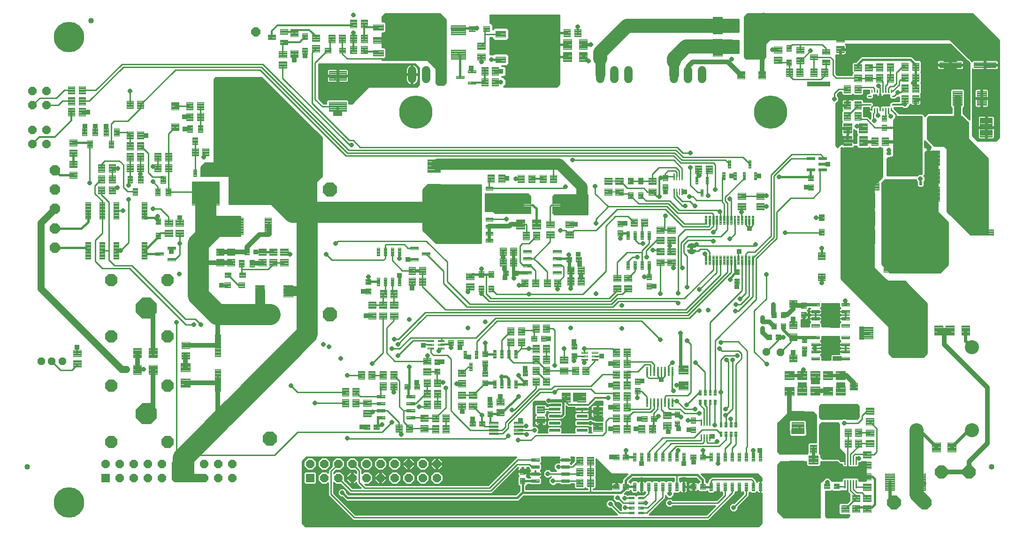
<source format=gtl>
G75*
%MOIN*%
%OFA0B0*%
%FSLAX25Y25*%
%IPPOS*%
%LPD*%
%AMOC8*
5,1,8,0,0,1.08239X$1,22.5*
%
%ADD10C,0.00394*%
%ADD11C,0.00409*%
%ADD12C,0.00402*%
%ADD13C,0.06000*%
%ADD14C,0.00425*%
%ADD15OC8,0.07087*%
%ADD16C,0.00378*%
%ADD17C,0.00399*%
%ADD18C,0.00400*%
%ADD19C,0.00396*%
%ADD20C,0.00408*%
%ADD21OC8,0.08600*%
%ADD22OC8,0.15000*%
%ADD23C,0.00406*%
%ADD24OC8,0.05906*%
%ADD25C,0.00400*%
%ADD26C,0.00500*%
%ADD27OC8,0.05315*%
%ADD28OC8,0.10000*%
%ADD29R,0.05906X0.05906*%
%ADD30OC8,0.09693*%
%ADD31C,0.04000*%
%ADD32C,0.00387*%
%ADD33OC8,0.09055*%
%ADD34C,0.10000*%
%ADD35C,0.00413*%
%ADD36C,0.00339*%
%ADD37OC8,0.06496*%
%ADD38C,0.00386*%
%ADD39C,0.00372*%
%ADD40C,0.00100*%
%ADD41C,0.23622*%
%ADD42C,0.00362*%
%ADD43C,0.00423*%
%ADD44C,0.00397*%
%ADD45C,0.00404*%
%ADD46C,0.00405*%
%ADD47C,0.00375*%
%ADD48C,0.03200*%
%ADD49OC8,0.03175*%
%ADD50C,0.05000*%
%ADD51C,0.01600*%
%ADD52C,0.01000*%
%ADD53C,0.01200*%
%ADD54C,0.02400*%
%ADD55R,0.03175X0.03175*%
%ADD56C,0.01100*%
%ADD57C,0.00800*%
%ADD58C,0.15000*%
%ADD59C,0.04000*%
%ADD60C,0.08600*%
%ADD61C,0.07000*%
%ADD62C,0.08000*%
%ADD63C,0.02000*%
%ADD64C,0.21654*%
%ADD65C,0.10000*%
D10*
X0353779Y0233279D02*
X0357715Y0233279D01*
X0353779Y0233279D02*
X0353779Y0236821D01*
X0357715Y0236821D01*
X0357715Y0233279D01*
X0357715Y0233672D02*
X0353779Y0233672D01*
X0353779Y0234065D02*
X0357715Y0234065D01*
X0357715Y0234458D02*
X0353779Y0234458D01*
X0353779Y0234851D02*
X0357715Y0234851D01*
X0357715Y0235244D02*
X0353779Y0235244D01*
X0353779Y0235637D02*
X0357715Y0235637D01*
X0357715Y0236030D02*
X0353779Y0236030D01*
X0353779Y0236423D02*
X0357715Y0236423D01*
X0357715Y0236816D02*
X0353779Y0236816D01*
X0360472Y0233279D02*
X0364408Y0233279D01*
X0360472Y0233279D02*
X0360472Y0236821D01*
X0364408Y0236821D01*
X0364408Y0233279D01*
X0364408Y0233672D02*
X0360472Y0233672D01*
X0360472Y0234065D02*
X0364408Y0234065D01*
X0364408Y0234458D02*
X0360472Y0234458D01*
X0360472Y0234851D02*
X0364408Y0234851D01*
X0364408Y0235244D02*
X0360472Y0235244D01*
X0360472Y0235637D02*
X0364408Y0235637D01*
X0364408Y0236030D02*
X0360472Y0236030D01*
X0360472Y0236423D02*
X0364408Y0236423D01*
X0364408Y0236816D02*
X0360472Y0236816D01*
X0382529Y0265321D02*
X0386465Y0265321D01*
X0386465Y0261779D01*
X0382529Y0261779D01*
X0382529Y0265321D01*
X0382529Y0262172D02*
X0386465Y0262172D01*
X0386465Y0262565D02*
X0382529Y0262565D01*
X0382529Y0262958D02*
X0386465Y0262958D01*
X0386465Y0263351D02*
X0382529Y0263351D01*
X0382529Y0263744D02*
X0386465Y0263744D01*
X0386465Y0264137D02*
X0382529Y0264137D01*
X0382529Y0264530D02*
X0386465Y0264530D01*
X0386465Y0264923D02*
X0382529Y0264923D01*
X0382529Y0265316D02*
X0386465Y0265316D01*
X0389222Y0265321D02*
X0393158Y0265321D01*
X0393158Y0261779D01*
X0389222Y0261779D01*
X0389222Y0265321D01*
X0389222Y0262172D02*
X0393158Y0262172D01*
X0393158Y0262565D02*
X0389222Y0262565D01*
X0389222Y0262958D02*
X0393158Y0262958D01*
X0393158Y0263351D02*
X0389222Y0263351D01*
X0389222Y0263744D02*
X0393158Y0263744D01*
X0393158Y0264137D02*
X0389222Y0264137D01*
X0389222Y0264530D02*
X0393158Y0264530D01*
X0393158Y0264923D02*
X0389222Y0264923D01*
X0389222Y0265316D02*
X0393158Y0265316D01*
X0407364Y0272486D02*
X0407364Y0276422D01*
X0407364Y0272486D02*
X0403822Y0272486D01*
X0403822Y0276422D01*
X0407364Y0276422D01*
X0407364Y0272879D02*
X0403822Y0272879D01*
X0403822Y0273272D02*
X0407364Y0273272D01*
X0407364Y0273665D02*
X0403822Y0273665D01*
X0403822Y0274058D02*
X0407364Y0274058D01*
X0407364Y0274451D02*
X0403822Y0274451D01*
X0403822Y0274844D02*
X0407364Y0274844D01*
X0407364Y0275237D02*
X0403822Y0275237D01*
X0403822Y0275630D02*
X0407364Y0275630D01*
X0407364Y0276023D02*
X0403822Y0276023D01*
X0403822Y0276416D02*
X0407364Y0276416D01*
X0407364Y0279178D02*
X0407364Y0283114D01*
X0407364Y0279178D02*
X0403822Y0279178D01*
X0403822Y0283114D01*
X0407364Y0283114D01*
X0407364Y0279571D02*
X0403822Y0279571D01*
X0403822Y0279964D02*
X0407364Y0279964D01*
X0407364Y0280357D02*
X0403822Y0280357D01*
X0403822Y0280750D02*
X0407364Y0280750D01*
X0407364Y0281143D02*
X0403822Y0281143D01*
X0403822Y0281536D02*
X0407364Y0281536D01*
X0407364Y0281929D02*
X0403822Y0281929D01*
X0403822Y0282322D02*
X0407364Y0282322D01*
X0407364Y0282715D02*
X0403822Y0282715D01*
X0403822Y0283108D02*
X0407364Y0283108D01*
X0413279Y0293029D02*
X0417215Y0293029D01*
X0413279Y0293029D02*
X0413279Y0296571D01*
X0417215Y0296571D01*
X0417215Y0293029D01*
X0417215Y0293422D02*
X0413279Y0293422D01*
X0413279Y0293815D02*
X0417215Y0293815D01*
X0417215Y0294208D02*
X0413279Y0294208D01*
X0413279Y0294601D02*
X0417215Y0294601D01*
X0417215Y0294994D02*
X0413279Y0294994D01*
X0413279Y0295387D02*
X0417215Y0295387D01*
X0417215Y0295780D02*
X0413279Y0295780D01*
X0413279Y0296173D02*
X0417215Y0296173D01*
X0417215Y0296566D02*
X0413279Y0296566D01*
X0419972Y0293029D02*
X0423908Y0293029D01*
X0419972Y0293029D02*
X0419972Y0296571D01*
X0423908Y0296571D01*
X0423908Y0293029D01*
X0423908Y0293422D02*
X0419972Y0293422D01*
X0419972Y0293815D02*
X0423908Y0293815D01*
X0423908Y0294208D02*
X0419972Y0294208D01*
X0419972Y0294601D02*
X0423908Y0294601D01*
X0423908Y0294994D02*
X0419972Y0294994D01*
X0419972Y0295387D02*
X0423908Y0295387D01*
X0423908Y0295780D02*
X0419972Y0295780D01*
X0419972Y0296173D02*
X0423908Y0296173D01*
X0423908Y0296566D02*
X0419972Y0296566D01*
X0441364Y0288864D02*
X0441364Y0284928D01*
X0437822Y0284928D01*
X0437822Y0288864D01*
X0441364Y0288864D01*
X0441364Y0285321D02*
X0437822Y0285321D01*
X0437822Y0285714D02*
X0441364Y0285714D01*
X0441364Y0286107D02*
X0437822Y0286107D01*
X0437822Y0286500D02*
X0441364Y0286500D01*
X0441364Y0286893D02*
X0437822Y0286893D01*
X0437822Y0287286D02*
X0441364Y0287286D01*
X0441364Y0287679D02*
X0437822Y0287679D01*
X0437822Y0288072D02*
X0441364Y0288072D01*
X0441364Y0288465D02*
X0437822Y0288465D01*
X0437822Y0288858D02*
X0441364Y0288858D01*
X0441364Y0282172D02*
X0441364Y0278236D01*
X0437822Y0278236D01*
X0437822Y0282172D01*
X0441364Y0282172D01*
X0441364Y0278629D02*
X0437822Y0278629D01*
X0437822Y0279022D02*
X0441364Y0279022D01*
X0441364Y0279415D02*
X0437822Y0279415D01*
X0437822Y0279808D02*
X0441364Y0279808D01*
X0441364Y0280201D02*
X0437822Y0280201D01*
X0437822Y0280594D02*
X0441364Y0280594D01*
X0441364Y0280987D02*
X0437822Y0280987D01*
X0437822Y0281380D02*
X0441364Y0281380D01*
X0441364Y0281773D02*
X0437822Y0281773D01*
X0437822Y0282166D02*
X0441364Y0282166D01*
X0441364Y0274864D02*
X0441364Y0270928D01*
X0437822Y0270928D01*
X0437822Y0274864D01*
X0441364Y0274864D01*
X0441364Y0271321D02*
X0437822Y0271321D01*
X0437822Y0271714D02*
X0441364Y0271714D01*
X0441364Y0272107D02*
X0437822Y0272107D01*
X0437822Y0272500D02*
X0441364Y0272500D01*
X0441364Y0272893D02*
X0437822Y0272893D01*
X0437822Y0273286D02*
X0441364Y0273286D01*
X0441364Y0273679D02*
X0437822Y0273679D01*
X0437822Y0274072D02*
X0441364Y0274072D01*
X0441364Y0274465D02*
X0437822Y0274465D01*
X0437822Y0274858D02*
X0441364Y0274858D01*
X0441364Y0268172D02*
X0441364Y0264236D01*
X0437822Y0264236D01*
X0437822Y0268172D01*
X0441364Y0268172D01*
X0441364Y0264629D02*
X0437822Y0264629D01*
X0437822Y0265022D02*
X0441364Y0265022D01*
X0441364Y0265415D02*
X0437822Y0265415D01*
X0437822Y0265808D02*
X0441364Y0265808D01*
X0441364Y0266201D02*
X0437822Y0266201D01*
X0437822Y0266594D02*
X0441364Y0266594D01*
X0441364Y0266987D02*
X0437822Y0266987D01*
X0437822Y0267380D02*
X0441364Y0267380D01*
X0441364Y0267773D02*
X0437822Y0267773D01*
X0437822Y0268166D02*
X0441364Y0268166D01*
X0466322Y0268422D02*
X0466322Y0264486D01*
X0466322Y0268422D02*
X0469864Y0268422D01*
X0469864Y0264486D01*
X0466322Y0264486D01*
X0466322Y0264879D02*
X0469864Y0264879D01*
X0469864Y0265272D02*
X0466322Y0265272D01*
X0466322Y0265665D02*
X0469864Y0265665D01*
X0469864Y0266058D02*
X0466322Y0266058D01*
X0466322Y0266451D02*
X0469864Y0266451D01*
X0469864Y0266844D02*
X0466322Y0266844D01*
X0466322Y0267237D02*
X0469864Y0267237D01*
X0469864Y0267630D02*
X0466322Y0267630D01*
X0466322Y0268023D02*
X0469864Y0268023D01*
X0469864Y0268416D02*
X0466322Y0268416D01*
X0466322Y0271178D02*
X0466322Y0275114D01*
X0469864Y0275114D01*
X0469864Y0271178D01*
X0466322Y0271178D01*
X0466322Y0271571D02*
X0469864Y0271571D01*
X0469864Y0271964D02*
X0466322Y0271964D01*
X0466322Y0272357D02*
X0469864Y0272357D01*
X0469864Y0272750D02*
X0466322Y0272750D01*
X0466322Y0273143D02*
X0469864Y0273143D01*
X0469864Y0273536D02*
X0466322Y0273536D01*
X0466322Y0273929D02*
X0469864Y0273929D01*
X0469864Y0274322D02*
X0466322Y0274322D01*
X0466322Y0274715D02*
X0469864Y0274715D01*
X0469864Y0275108D02*
X0466322Y0275108D01*
X0472529Y0296029D02*
X0476465Y0296029D01*
X0472529Y0296029D02*
X0472529Y0299571D01*
X0476465Y0299571D01*
X0476465Y0296029D01*
X0476465Y0296422D02*
X0472529Y0296422D01*
X0472529Y0296815D02*
X0476465Y0296815D01*
X0476465Y0297208D02*
X0472529Y0297208D01*
X0472529Y0297601D02*
X0476465Y0297601D01*
X0476465Y0297994D02*
X0472529Y0297994D01*
X0472529Y0298387D02*
X0476465Y0298387D01*
X0476465Y0298780D02*
X0472529Y0298780D01*
X0472529Y0299173D02*
X0476465Y0299173D01*
X0476465Y0299566D02*
X0472529Y0299566D01*
X0479222Y0296029D02*
X0483158Y0296029D01*
X0479222Y0296029D02*
X0479222Y0299571D01*
X0483158Y0299571D01*
X0483158Y0296029D01*
X0483158Y0296422D02*
X0479222Y0296422D01*
X0479222Y0296815D02*
X0483158Y0296815D01*
X0483158Y0297208D02*
X0479222Y0297208D01*
X0479222Y0297601D02*
X0483158Y0297601D01*
X0483158Y0297994D02*
X0479222Y0297994D01*
X0479222Y0298387D02*
X0483158Y0298387D01*
X0483158Y0298780D02*
X0479222Y0298780D01*
X0479222Y0299173D02*
X0483158Y0299173D01*
X0483158Y0299566D02*
X0479222Y0299566D01*
X0504614Y0294114D02*
X0504614Y0290178D01*
X0501072Y0290178D01*
X0501072Y0294114D01*
X0504614Y0294114D01*
X0504614Y0290571D02*
X0501072Y0290571D01*
X0501072Y0290964D02*
X0504614Y0290964D01*
X0504614Y0291357D02*
X0501072Y0291357D01*
X0501072Y0291750D02*
X0504614Y0291750D01*
X0504614Y0292143D02*
X0501072Y0292143D01*
X0501072Y0292536D02*
X0504614Y0292536D01*
X0504614Y0292929D02*
X0501072Y0292929D01*
X0501072Y0293322D02*
X0504614Y0293322D01*
X0504614Y0293715D02*
X0501072Y0293715D01*
X0501072Y0294108D02*
X0504614Y0294108D01*
X0504614Y0287422D02*
X0504614Y0283486D01*
X0501072Y0283486D01*
X0501072Y0287422D01*
X0504614Y0287422D01*
X0504614Y0283879D02*
X0501072Y0283879D01*
X0501072Y0284272D02*
X0504614Y0284272D01*
X0504614Y0284665D02*
X0501072Y0284665D01*
X0501072Y0285058D02*
X0504614Y0285058D01*
X0504614Y0285451D02*
X0501072Y0285451D01*
X0501072Y0285844D02*
X0504614Y0285844D01*
X0504614Y0286237D02*
X0501072Y0286237D01*
X0501072Y0286630D02*
X0504614Y0286630D01*
X0504614Y0287023D02*
X0501072Y0287023D01*
X0501072Y0287416D02*
X0504614Y0287416D01*
X0546072Y0269364D02*
X0546072Y0265428D01*
X0546072Y0269364D02*
X0549614Y0269364D01*
X0549614Y0265428D01*
X0546072Y0265428D01*
X0546072Y0265821D02*
X0549614Y0265821D01*
X0549614Y0266214D02*
X0546072Y0266214D01*
X0546072Y0266607D02*
X0549614Y0266607D01*
X0549614Y0267000D02*
X0546072Y0267000D01*
X0546072Y0267393D02*
X0549614Y0267393D01*
X0549614Y0267786D02*
X0546072Y0267786D01*
X0546072Y0268179D02*
X0549614Y0268179D01*
X0549614Y0268572D02*
X0546072Y0268572D01*
X0546072Y0268965D02*
X0549614Y0268965D01*
X0549614Y0269358D02*
X0546072Y0269358D01*
X0546072Y0262672D02*
X0546072Y0258736D01*
X0546072Y0262672D02*
X0549614Y0262672D01*
X0549614Y0258736D01*
X0546072Y0258736D01*
X0546072Y0259129D02*
X0549614Y0259129D01*
X0549614Y0259522D02*
X0546072Y0259522D01*
X0546072Y0259915D02*
X0549614Y0259915D01*
X0549614Y0260308D02*
X0546072Y0260308D01*
X0546072Y0260701D02*
X0549614Y0260701D01*
X0549614Y0261094D02*
X0546072Y0261094D01*
X0546072Y0261487D02*
X0549614Y0261487D01*
X0549614Y0261880D02*
X0546072Y0261880D01*
X0546072Y0262273D02*
X0549614Y0262273D01*
X0549614Y0262666D02*
X0546072Y0262666D01*
X0550779Y0239029D02*
X0554715Y0239029D01*
X0550779Y0239029D02*
X0550779Y0242571D01*
X0554715Y0242571D01*
X0554715Y0239029D01*
X0554715Y0239422D02*
X0550779Y0239422D01*
X0550779Y0239815D02*
X0554715Y0239815D01*
X0554715Y0240208D02*
X0550779Y0240208D01*
X0550779Y0240601D02*
X0554715Y0240601D01*
X0554715Y0240994D02*
X0550779Y0240994D01*
X0550779Y0241387D02*
X0554715Y0241387D01*
X0554715Y0241780D02*
X0550779Y0241780D01*
X0550779Y0242173D02*
X0554715Y0242173D01*
X0554715Y0242566D02*
X0550779Y0242566D01*
X0557472Y0239029D02*
X0561408Y0239029D01*
X0557472Y0239029D02*
X0557472Y0242571D01*
X0561408Y0242571D01*
X0561408Y0239029D01*
X0561408Y0239422D02*
X0557472Y0239422D01*
X0557472Y0239815D02*
X0561408Y0239815D01*
X0561408Y0240208D02*
X0557472Y0240208D01*
X0557472Y0240601D02*
X0561408Y0240601D01*
X0561408Y0240994D02*
X0557472Y0240994D01*
X0557472Y0241387D02*
X0561408Y0241387D01*
X0561408Y0241780D02*
X0557472Y0241780D01*
X0557472Y0242173D02*
X0561408Y0242173D01*
X0561408Y0242566D02*
X0557472Y0242566D01*
X0577864Y0241928D02*
X0577864Y0245864D01*
X0577864Y0241928D02*
X0574322Y0241928D01*
X0574322Y0245864D01*
X0577864Y0245864D01*
X0577864Y0242321D02*
X0574322Y0242321D01*
X0574322Y0242714D02*
X0577864Y0242714D01*
X0577864Y0243107D02*
X0574322Y0243107D01*
X0574322Y0243500D02*
X0577864Y0243500D01*
X0577864Y0243893D02*
X0574322Y0243893D01*
X0574322Y0244286D02*
X0577864Y0244286D01*
X0577864Y0244679D02*
X0574322Y0244679D01*
X0574322Y0245072D02*
X0577864Y0245072D01*
X0577864Y0245465D02*
X0574322Y0245465D01*
X0574322Y0245858D02*
X0577864Y0245858D01*
X0577864Y0239172D02*
X0577864Y0235236D01*
X0574322Y0235236D01*
X0574322Y0239172D01*
X0577864Y0239172D01*
X0577864Y0235629D02*
X0574322Y0235629D01*
X0574322Y0236022D02*
X0577864Y0236022D01*
X0577864Y0236415D02*
X0574322Y0236415D01*
X0574322Y0236808D02*
X0577864Y0236808D01*
X0577864Y0237201D02*
X0574322Y0237201D01*
X0574322Y0237594D02*
X0577864Y0237594D01*
X0577864Y0237987D02*
X0574322Y0237987D01*
X0574322Y0238380D02*
X0577864Y0238380D01*
X0577864Y0238773D02*
X0574322Y0238773D01*
X0574322Y0239166D02*
X0577864Y0239166D01*
X0585572Y0237678D02*
X0585572Y0241614D01*
X0589114Y0241614D01*
X0589114Y0237678D01*
X0585572Y0237678D01*
X0585572Y0238071D02*
X0589114Y0238071D01*
X0589114Y0238464D02*
X0585572Y0238464D01*
X0585572Y0238857D02*
X0589114Y0238857D01*
X0589114Y0239250D02*
X0585572Y0239250D01*
X0585572Y0239643D02*
X0589114Y0239643D01*
X0589114Y0240036D02*
X0585572Y0240036D01*
X0585572Y0240429D02*
X0589114Y0240429D01*
X0589114Y0240822D02*
X0585572Y0240822D01*
X0585572Y0241215D02*
X0589114Y0241215D01*
X0589114Y0241608D02*
X0585572Y0241608D01*
X0585572Y0234922D02*
X0585572Y0230986D01*
X0585572Y0234922D02*
X0589114Y0234922D01*
X0589114Y0230986D01*
X0585572Y0230986D01*
X0585572Y0231379D02*
X0589114Y0231379D01*
X0589114Y0231772D02*
X0585572Y0231772D01*
X0585572Y0232165D02*
X0589114Y0232165D01*
X0589114Y0232558D02*
X0585572Y0232558D01*
X0585572Y0232951D02*
X0589114Y0232951D01*
X0589114Y0233344D02*
X0585572Y0233344D01*
X0585572Y0233737D02*
X0589114Y0233737D01*
X0589114Y0234130D02*
X0585572Y0234130D01*
X0585572Y0234523D02*
X0589114Y0234523D01*
X0589114Y0234916D02*
X0585572Y0234916D01*
X0591491Y0250933D02*
X0593065Y0250933D01*
X0591491Y0250933D02*
X0591491Y0254475D01*
X0593065Y0254475D01*
X0593065Y0250933D01*
X0593065Y0251326D02*
X0591491Y0251326D01*
X0591491Y0251719D02*
X0593065Y0251719D01*
X0593065Y0252112D02*
X0591491Y0252112D01*
X0591491Y0252505D02*
X0593065Y0252505D01*
X0593065Y0252898D02*
X0591491Y0252898D01*
X0591491Y0253291D02*
X0593065Y0253291D01*
X0593065Y0253684D02*
X0591491Y0253684D01*
X0591491Y0254077D02*
X0593065Y0254077D01*
X0593065Y0254470D02*
X0591491Y0254470D01*
X0595035Y0250933D02*
X0596609Y0250933D01*
X0595035Y0250933D02*
X0595035Y0254475D01*
X0596609Y0254475D01*
X0596609Y0250933D01*
X0596609Y0251326D02*
X0595035Y0251326D01*
X0595035Y0251719D02*
X0596609Y0251719D01*
X0596609Y0252112D02*
X0595035Y0252112D01*
X0595035Y0252505D02*
X0596609Y0252505D01*
X0596609Y0252898D02*
X0595035Y0252898D01*
X0595035Y0253291D02*
X0596609Y0253291D01*
X0596609Y0253684D02*
X0595035Y0253684D01*
X0595035Y0254077D02*
X0596609Y0254077D01*
X0596609Y0254470D02*
X0595035Y0254470D01*
X0598578Y0250933D02*
X0600152Y0250933D01*
X0598578Y0250933D02*
X0598578Y0254475D01*
X0600152Y0254475D01*
X0600152Y0250933D01*
X0600152Y0251326D02*
X0598578Y0251326D01*
X0598578Y0251719D02*
X0600152Y0251719D01*
X0600152Y0252112D02*
X0598578Y0252112D01*
X0598578Y0252505D02*
X0600152Y0252505D01*
X0600152Y0252898D02*
X0598578Y0252898D01*
X0598578Y0253291D02*
X0600152Y0253291D01*
X0600152Y0253684D02*
X0598578Y0253684D01*
X0598578Y0254077D02*
X0600152Y0254077D01*
X0600152Y0254470D02*
X0598578Y0254470D01*
X0602121Y0250933D02*
X0603695Y0250933D01*
X0602121Y0250933D02*
X0602121Y0254475D01*
X0603695Y0254475D01*
X0603695Y0250933D01*
X0603695Y0251326D02*
X0602121Y0251326D01*
X0602121Y0251719D02*
X0603695Y0251719D01*
X0603695Y0252112D02*
X0602121Y0252112D01*
X0602121Y0252505D02*
X0603695Y0252505D01*
X0603695Y0252898D02*
X0602121Y0252898D01*
X0602121Y0253291D02*
X0603695Y0253291D01*
X0603695Y0253684D02*
X0602121Y0253684D01*
X0602121Y0254077D02*
X0603695Y0254077D01*
X0603695Y0254470D02*
X0602121Y0254470D01*
X0602121Y0257625D02*
X0603695Y0257625D01*
X0602121Y0257625D02*
X0602121Y0261167D01*
X0603695Y0261167D01*
X0603695Y0257625D01*
X0603695Y0258018D02*
X0602121Y0258018D01*
X0602121Y0258411D02*
X0603695Y0258411D01*
X0603695Y0258804D02*
X0602121Y0258804D01*
X0602121Y0259197D02*
X0603695Y0259197D01*
X0603695Y0259590D02*
X0602121Y0259590D01*
X0602121Y0259983D02*
X0603695Y0259983D01*
X0603695Y0260376D02*
X0602121Y0260376D01*
X0602121Y0260769D02*
X0603695Y0260769D01*
X0603695Y0261162D02*
X0602121Y0261162D01*
X0600152Y0257625D02*
X0598578Y0257625D01*
X0598578Y0261167D01*
X0600152Y0261167D01*
X0600152Y0257625D01*
X0600152Y0258018D02*
X0598578Y0258018D01*
X0598578Y0258411D02*
X0600152Y0258411D01*
X0600152Y0258804D02*
X0598578Y0258804D01*
X0598578Y0259197D02*
X0600152Y0259197D01*
X0600152Y0259590D02*
X0598578Y0259590D01*
X0598578Y0259983D02*
X0600152Y0259983D01*
X0600152Y0260376D02*
X0598578Y0260376D01*
X0598578Y0260769D02*
X0600152Y0260769D01*
X0600152Y0261162D02*
X0598578Y0261162D01*
X0596609Y0257625D02*
X0595035Y0257625D01*
X0595035Y0261167D01*
X0596609Y0261167D01*
X0596609Y0257625D01*
X0596609Y0258018D02*
X0595035Y0258018D01*
X0595035Y0258411D02*
X0596609Y0258411D01*
X0596609Y0258804D02*
X0595035Y0258804D01*
X0595035Y0259197D02*
X0596609Y0259197D01*
X0596609Y0259590D02*
X0595035Y0259590D01*
X0595035Y0259983D02*
X0596609Y0259983D01*
X0596609Y0260376D02*
X0595035Y0260376D01*
X0595035Y0260769D02*
X0596609Y0260769D01*
X0596609Y0261162D02*
X0595035Y0261162D01*
X0593065Y0257625D02*
X0591491Y0257625D01*
X0591491Y0261167D01*
X0593065Y0261167D01*
X0593065Y0257625D01*
X0593065Y0258018D02*
X0591491Y0258018D01*
X0591491Y0258411D02*
X0593065Y0258411D01*
X0593065Y0258804D02*
X0591491Y0258804D01*
X0591491Y0259197D02*
X0593065Y0259197D01*
X0593065Y0259590D02*
X0591491Y0259590D01*
X0591491Y0259983D02*
X0593065Y0259983D01*
X0593065Y0260376D02*
X0591491Y0260376D01*
X0591491Y0260769D02*
X0593065Y0260769D01*
X0593065Y0261162D02*
X0591491Y0261162D01*
X0606241Y0234875D02*
X0607815Y0234875D01*
X0606241Y0234875D02*
X0606241Y0238417D01*
X0607815Y0238417D01*
X0607815Y0234875D01*
X0607815Y0235268D02*
X0606241Y0235268D01*
X0606241Y0235661D02*
X0607815Y0235661D01*
X0607815Y0236054D02*
X0606241Y0236054D01*
X0606241Y0236447D02*
X0607815Y0236447D01*
X0607815Y0236840D02*
X0606241Y0236840D01*
X0606241Y0237233D02*
X0607815Y0237233D01*
X0607815Y0237626D02*
X0606241Y0237626D01*
X0606241Y0238019D02*
X0607815Y0238019D01*
X0607815Y0238412D02*
X0606241Y0238412D01*
X0609785Y0234875D02*
X0611359Y0234875D01*
X0609785Y0234875D02*
X0609785Y0238417D01*
X0611359Y0238417D01*
X0611359Y0234875D01*
X0611359Y0235268D02*
X0609785Y0235268D01*
X0609785Y0235661D02*
X0611359Y0235661D01*
X0611359Y0236054D02*
X0609785Y0236054D01*
X0609785Y0236447D02*
X0611359Y0236447D01*
X0611359Y0236840D02*
X0609785Y0236840D01*
X0609785Y0237233D02*
X0611359Y0237233D01*
X0611359Y0237626D02*
X0609785Y0237626D01*
X0609785Y0238019D02*
X0611359Y0238019D01*
X0611359Y0238412D02*
X0609785Y0238412D01*
X0613328Y0234875D02*
X0614902Y0234875D01*
X0613328Y0234875D02*
X0613328Y0238417D01*
X0614902Y0238417D01*
X0614902Y0234875D01*
X0614902Y0235268D02*
X0613328Y0235268D01*
X0613328Y0235661D02*
X0614902Y0235661D01*
X0614902Y0236054D02*
X0613328Y0236054D01*
X0613328Y0236447D02*
X0614902Y0236447D01*
X0614902Y0236840D02*
X0613328Y0236840D01*
X0613328Y0237233D02*
X0614902Y0237233D01*
X0614902Y0237626D02*
X0613328Y0237626D01*
X0613328Y0238019D02*
X0614902Y0238019D01*
X0614902Y0238412D02*
X0613328Y0238412D01*
X0616871Y0234875D02*
X0618445Y0234875D01*
X0616871Y0234875D02*
X0616871Y0238417D01*
X0618445Y0238417D01*
X0618445Y0234875D01*
X0618445Y0235268D02*
X0616871Y0235268D01*
X0616871Y0235661D02*
X0618445Y0235661D01*
X0618445Y0236054D02*
X0616871Y0236054D01*
X0616871Y0236447D02*
X0618445Y0236447D01*
X0618445Y0236840D02*
X0616871Y0236840D01*
X0616871Y0237233D02*
X0618445Y0237233D01*
X0618445Y0237626D02*
X0616871Y0237626D01*
X0616871Y0238019D02*
X0618445Y0238019D01*
X0618445Y0238412D02*
X0616871Y0238412D01*
X0616871Y0228183D02*
X0618445Y0228183D01*
X0616871Y0228183D02*
X0616871Y0231725D01*
X0618445Y0231725D01*
X0618445Y0228183D01*
X0618445Y0228576D02*
X0616871Y0228576D01*
X0616871Y0228969D02*
X0618445Y0228969D01*
X0618445Y0229362D02*
X0616871Y0229362D01*
X0616871Y0229755D02*
X0618445Y0229755D01*
X0618445Y0230148D02*
X0616871Y0230148D01*
X0616871Y0230541D02*
X0618445Y0230541D01*
X0618445Y0230934D02*
X0616871Y0230934D01*
X0616871Y0231327D02*
X0618445Y0231327D01*
X0618445Y0231720D02*
X0616871Y0231720D01*
X0614902Y0228183D02*
X0613328Y0228183D01*
X0613328Y0231725D01*
X0614902Y0231725D01*
X0614902Y0228183D01*
X0614902Y0228576D02*
X0613328Y0228576D01*
X0613328Y0228969D02*
X0614902Y0228969D01*
X0614902Y0229362D02*
X0613328Y0229362D01*
X0613328Y0229755D02*
X0614902Y0229755D01*
X0614902Y0230148D02*
X0613328Y0230148D01*
X0613328Y0230541D02*
X0614902Y0230541D01*
X0614902Y0230934D02*
X0613328Y0230934D01*
X0613328Y0231327D02*
X0614902Y0231327D01*
X0614902Y0231720D02*
X0613328Y0231720D01*
X0611359Y0228183D02*
X0609785Y0228183D01*
X0609785Y0231725D01*
X0611359Y0231725D01*
X0611359Y0228183D01*
X0611359Y0228576D02*
X0609785Y0228576D01*
X0609785Y0228969D02*
X0611359Y0228969D01*
X0611359Y0229362D02*
X0609785Y0229362D01*
X0609785Y0229755D02*
X0611359Y0229755D01*
X0611359Y0230148D02*
X0609785Y0230148D01*
X0609785Y0230541D02*
X0611359Y0230541D01*
X0611359Y0230934D02*
X0609785Y0230934D01*
X0609785Y0231327D02*
X0611359Y0231327D01*
X0611359Y0231720D02*
X0609785Y0231720D01*
X0607815Y0228183D02*
X0606241Y0228183D01*
X0606241Y0231725D01*
X0607815Y0231725D01*
X0607815Y0228183D01*
X0607815Y0228576D02*
X0606241Y0228576D01*
X0606241Y0228969D02*
X0607815Y0228969D01*
X0607815Y0229362D02*
X0606241Y0229362D01*
X0606241Y0229755D02*
X0607815Y0229755D01*
X0607815Y0230148D02*
X0606241Y0230148D01*
X0606241Y0230541D02*
X0607815Y0230541D01*
X0607815Y0230934D02*
X0606241Y0230934D01*
X0606241Y0231327D02*
X0607815Y0231327D01*
X0607815Y0231720D02*
X0606241Y0231720D01*
X0596158Y0211779D02*
X0592222Y0211779D01*
X0592222Y0215321D01*
X0596158Y0215321D01*
X0596158Y0211779D01*
X0596158Y0212172D02*
X0592222Y0212172D01*
X0592222Y0212565D02*
X0596158Y0212565D01*
X0596158Y0212958D02*
X0592222Y0212958D01*
X0592222Y0213351D02*
X0596158Y0213351D01*
X0596158Y0213744D02*
X0592222Y0213744D01*
X0592222Y0214137D02*
X0596158Y0214137D01*
X0596158Y0214530D02*
X0592222Y0214530D01*
X0592222Y0214923D02*
X0596158Y0214923D01*
X0596158Y0215316D02*
X0592222Y0215316D01*
X0589465Y0211779D02*
X0585529Y0211779D01*
X0585529Y0215321D01*
X0589465Y0215321D01*
X0589465Y0211779D01*
X0589465Y0212172D02*
X0585529Y0212172D01*
X0585529Y0212565D02*
X0589465Y0212565D01*
X0589465Y0212958D02*
X0585529Y0212958D01*
X0585529Y0213351D02*
X0589465Y0213351D01*
X0589465Y0213744D02*
X0585529Y0213744D01*
X0585529Y0214137D02*
X0589465Y0214137D01*
X0589465Y0214530D02*
X0585529Y0214530D01*
X0585529Y0214923D02*
X0589465Y0214923D01*
X0589465Y0215316D02*
X0585529Y0215316D01*
X0585529Y0194321D02*
X0589465Y0194321D01*
X0589465Y0190779D01*
X0585529Y0190779D01*
X0585529Y0194321D01*
X0585529Y0191172D02*
X0589465Y0191172D01*
X0589465Y0191565D02*
X0585529Y0191565D01*
X0585529Y0191958D02*
X0589465Y0191958D01*
X0589465Y0192351D02*
X0585529Y0192351D01*
X0585529Y0192744D02*
X0589465Y0192744D01*
X0589465Y0193137D02*
X0585529Y0193137D01*
X0585529Y0193530D02*
X0589465Y0193530D01*
X0589465Y0193923D02*
X0585529Y0193923D01*
X0585529Y0194316D02*
X0589465Y0194316D01*
X0592222Y0194321D02*
X0596158Y0194321D01*
X0596158Y0190779D01*
X0592222Y0190779D01*
X0592222Y0194321D01*
X0592222Y0191172D02*
X0596158Y0191172D01*
X0596158Y0191565D02*
X0592222Y0191565D01*
X0592222Y0191958D02*
X0596158Y0191958D01*
X0596158Y0192351D02*
X0592222Y0192351D01*
X0592222Y0192744D02*
X0596158Y0192744D01*
X0596158Y0193137D02*
X0592222Y0193137D01*
X0592222Y0193530D02*
X0596158Y0193530D01*
X0596158Y0193923D02*
X0592222Y0193923D01*
X0592222Y0194316D02*
X0596158Y0194316D01*
X0551961Y0185402D02*
X0551961Y0183828D01*
X0548419Y0183828D01*
X0548419Y0185402D01*
X0551961Y0185402D01*
X0551961Y0184221D02*
X0548419Y0184221D01*
X0548419Y0184614D02*
X0551961Y0184614D01*
X0551961Y0185007D02*
X0548419Y0185007D01*
X0548419Y0185400D02*
X0551961Y0185400D01*
X0551961Y0181859D02*
X0551961Y0180285D01*
X0548419Y0180285D01*
X0548419Y0181859D01*
X0551961Y0181859D01*
X0551961Y0180678D02*
X0548419Y0180678D01*
X0548419Y0181071D02*
X0551961Y0181071D01*
X0551961Y0181464D02*
X0548419Y0181464D01*
X0548419Y0181857D02*
X0551961Y0181857D01*
X0551961Y0178315D02*
X0551961Y0176741D01*
X0548419Y0176741D01*
X0548419Y0178315D01*
X0551961Y0178315D01*
X0551961Y0177134D02*
X0548419Y0177134D01*
X0548419Y0177527D02*
X0551961Y0177527D01*
X0551961Y0177920D02*
X0548419Y0177920D01*
X0548419Y0178313D02*
X0551961Y0178313D01*
X0551961Y0174772D02*
X0551961Y0173198D01*
X0548419Y0173198D01*
X0548419Y0174772D01*
X0551961Y0174772D01*
X0551961Y0173591D02*
X0548419Y0173591D01*
X0548419Y0173984D02*
X0551961Y0173984D01*
X0551961Y0174377D02*
X0548419Y0174377D01*
X0548419Y0174770D02*
X0551961Y0174770D01*
X0545268Y0174772D02*
X0545268Y0173198D01*
X0541726Y0173198D01*
X0541726Y0174772D01*
X0545268Y0174772D01*
X0545268Y0173591D02*
X0541726Y0173591D01*
X0541726Y0173984D02*
X0545268Y0173984D01*
X0545268Y0174377D02*
X0541726Y0174377D01*
X0541726Y0174770D02*
X0545268Y0174770D01*
X0545268Y0176741D02*
X0545268Y0178315D01*
X0545268Y0176741D02*
X0541726Y0176741D01*
X0541726Y0178315D01*
X0545268Y0178315D01*
X0545268Y0177134D02*
X0541726Y0177134D01*
X0541726Y0177527D02*
X0545268Y0177527D01*
X0545268Y0177920D02*
X0541726Y0177920D01*
X0541726Y0178313D02*
X0545268Y0178313D01*
X0545268Y0180285D02*
X0545268Y0181859D01*
X0545268Y0180285D02*
X0541726Y0180285D01*
X0541726Y0181859D01*
X0545268Y0181859D01*
X0545268Y0180678D02*
X0541726Y0180678D01*
X0541726Y0181071D02*
X0545268Y0181071D01*
X0545268Y0181464D02*
X0541726Y0181464D01*
X0541726Y0181857D02*
X0545268Y0181857D01*
X0545268Y0183828D02*
X0545268Y0185402D01*
X0545268Y0183828D02*
X0541726Y0183828D01*
X0541726Y0185402D01*
X0545268Y0185402D01*
X0545268Y0184221D02*
X0541726Y0184221D01*
X0541726Y0184614D02*
X0545268Y0184614D01*
X0545268Y0185007D02*
X0541726Y0185007D01*
X0541726Y0185400D02*
X0545268Y0185400D01*
X0541408Y0194321D02*
X0537472Y0194321D01*
X0541408Y0194321D02*
X0541408Y0190779D01*
X0537472Y0190779D01*
X0537472Y0194321D01*
X0537472Y0191172D02*
X0541408Y0191172D01*
X0541408Y0191565D02*
X0537472Y0191565D01*
X0537472Y0191958D02*
X0541408Y0191958D01*
X0541408Y0192351D02*
X0537472Y0192351D01*
X0537472Y0192744D02*
X0541408Y0192744D01*
X0541408Y0193137D02*
X0537472Y0193137D01*
X0537472Y0193530D02*
X0541408Y0193530D01*
X0541408Y0193923D02*
X0537472Y0193923D01*
X0537472Y0194316D02*
X0541408Y0194316D01*
X0534715Y0194321D02*
X0530779Y0194321D01*
X0534715Y0194321D02*
X0534715Y0190779D01*
X0530779Y0190779D01*
X0530779Y0194321D01*
X0530779Y0191172D02*
X0534715Y0191172D01*
X0534715Y0191565D02*
X0530779Y0191565D01*
X0530779Y0191958D02*
X0534715Y0191958D01*
X0534715Y0192351D02*
X0530779Y0192351D01*
X0530779Y0192744D02*
X0534715Y0192744D01*
X0534715Y0193137D02*
X0530779Y0193137D01*
X0530779Y0193530D02*
X0534715Y0193530D01*
X0534715Y0193923D02*
X0530779Y0193923D01*
X0530779Y0194316D02*
X0534715Y0194316D01*
X0534715Y0211779D02*
X0530779Y0211779D01*
X0530779Y0215321D01*
X0534715Y0215321D01*
X0534715Y0211779D01*
X0534715Y0212172D02*
X0530779Y0212172D01*
X0530779Y0212565D02*
X0534715Y0212565D01*
X0534715Y0212958D02*
X0530779Y0212958D01*
X0530779Y0213351D02*
X0534715Y0213351D01*
X0534715Y0213744D02*
X0530779Y0213744D01*
X0530779Y0214137D02*
X0534715Y0214137D01*
X0534715Y0214530D02*
X0530779Y0214530D01*
X0530779Y0214923D02*
X0534715Y0214923D01*
X0534715Y0215316D02*
X0530779Y0215316D01*
X0537472Y0211779D02*
X0541408Y0211779D01*
X0537472Y0211779D02*
X0537472Y0215321D01*
X0541408Y0215321D01*
X0541408Y0211779D01*
X0541408Y0212172D02*
X0537472Y0212172D01*
X0537472Y0212565D02*
X0541408Y0212565D01*
X0541408Y0212958D02*
X0537472Y0212958D01*
X0537472Y0213351D02*
X0541408Y0213351D01*
X0541408Y0213744D02*
X0537472Y0213744D01*
X0537472Y0214137D02*
X0541408Y0214137D01*
X0541408Y0214530D02*
X0537472Y0214530D01*
X0537472Y0214923D02*
X0541408Y0214923D01*
X0541408Y0215316D02*
X0537472Y0215316D01*
X0464322Y0205364D02*
X0464322Y0201428D01*
X0464322Y0205364D02*
X0467864Y0205364D01*
X0467864Y0201428D01*
X0464322Y0201428D01*
X0464322Y0201821D02*
X0467864Y0201821D01*
X0467864Y0202214D02*
X0464322Y0202214D01*
X0464322Y0202607D02*
X0467864Y0202607D01*
X0467864Y0203000D02*
X0464322Y0203000D01*
X0464322Y0203393D02*
X0467864Y0203393D01*
X0467864Y0203786D02*
X0464322Y0203786D01*
X0464322Y0204179D02*
X0467864Y0204179D01*
X0467864Y0204572D02*
X0464322Y0204572D01*
X0464322Y0204965D02*
X0467864Y0204965D01*
X0467864Y0205358D02*
X0464322Y0205358D01*
X0464322Y0198672D02*
X0464322Y0194736D01*
X0464322Y0198672D02*
X0467864Y0198672D01*
X0467864Y0194736D01*
X0464322Y0194736D01*
X0464322Y0195129D02*
X0467864Y0195129D01*
X0467864Y0195522D02*
X0464322Y0195522D01*
X0464322Y0195915D02*
X0467864Y0195915D01*
X0467864Y0196308D02*
X0464322Y0196308D01*
X0464322Y0196701D02*
X0467864Y0196701D01*
X0467864Y0197094D02*
X0464322Y0197094D01*
X0464322Y0197487D02*
X0467864Y0197487D01*
X0467864Y0197880D02*
X0464322Y0197880D01*
X0464322Y0198273D02*
X0467864Y0198273D01*
X0467864Y0198666D02*
X0464322Y0198666D01*
X0439408Y0235529D02*
X0435472Y0235529D01*
X0435472Y0239071D01*
X0439408Y0239071D01*
X0439408Y0235529D01*
X0439408Y0235922D02*
X0435472Y0235922D01*
X0435472Y0236315D02*
X0439408Y0236315D01*
X0439408Y0236708D02*
X0435472Y0236708D01*
X0435472Y0237101D02*
X0439408Y0237101D01*
X0439408Y0237494D02*
X0435472Y0237494D01*
X0435472Y0237887D02*
X0439408Y0237887D01*
X0439408Y0238280D02*
X0435472Y0238280D01*
X0435472Y0238673D02*
X0439408Y0238673D01*
X0439408Y0239066D02*
X0435472Y0239066D01*
X0432715Y0235529D02*
X0428779Y0235529D01*
X0428779Y0239071D01*
X0432715Y0239071D01*
X0432715Y0235529D01*
X0432715Y0235922D02*
X0428779Y0235922D01*
X0428779Y0236315D02*
X0432715Y0236315D01*
X0432715Y0236708D02*
X0428779Y0236708D01*
X0428779Y0237101D02*
X0432715Y0237101D01*
X0432715Y0237494D02*
X0428779Y0237494D01*
X0428779Y0237887D02*
X0432715Y0237887D01*
X0432715Y0238280D02*
X0428779Y0238280D01*
X0428779Y0238673D02*
X0432715Y0238673D01*
X0432715Y0239066D02*
X0428779Y0239066D01*
X0441322Y0242236D02*
X0441322Y0246172D01*
X0444864Y0246172D01*
X0444864Y0242236D01*
X0441322Y0242236D01*
X0441322Y0242629D02*
X0444864Y0242629D01*
X0444864Y0243022D02*
X0441322Y0243022D01*
X0441322Y0243415D02*
X0444864Y0243415D01*
X0444864Y0243808D02*
X0441322Y0243808D01*
X0441322Y0244201D02*
X0444864Y0244201D01*
X0444864Y0244594D02*
X0441322Y0244594D01*
X0441322Y0244987D02*
X0444864Y0244987D01*
X0444864Y0245380D02*
X0441322Y0245380D01*
X0441322Y0245773D02*
X0444864Y0245773D01*
X0444864Y0246166D02*
X0441322Y0246166D01*
X0441322Y0248928D02*
X0441322Y0252864D01*
X0444864Y0252864D01*
X0444864Y0248928D01*
X0441322Y0248928D01*
X0441322Y0249321D02*
X0444864Y0249321D01*
X0444864Y0249714D02*
X0441322Y0249714D01*
X0441322Y0250107D02*
X0444864Y0250107D01*
X0444864Y0250500D02*
X0441322Y0250500D01*
X0441322Y0250893D02*
X0444864Y0250893D01*
X0444864Y0251286D02*
X0441322Y0251286D01*
X0441322Y0251679D02*
X0444864Y0251679D01*
X0444864Y0252072D02*
X0441322Y0252072D01*
X0441322Y0252465D02*
X0444864Y0252465D01*
X0444864Y0252858D02*
X0441322Y0252858D01*
X0445614Y0331017D02*
X0445614Y0335347D01*
X0445614Y0331017D02*
X0442072Y0331017D01*
X0442072Y0335347D01*
X0445614Y0335347D01*
X0445614Y0331410D02*
X0442072Y0331410D01*
X0442072Y0331803D02*
X0445614Y0331803D01*
X0445614Y0332196D02*
X0442072Y0332196D01*
X0442072Y0332589D02*
X0445614Y0332589D01*
X0445614Y0332982D02*
X0442072Y0332982D01*
X0442072Y0333375D02*
X0445614Y0333375D01*
X0445614Y0333768D02*
X0442072Y0333768D01*
X0442072Y0334161D02*
X0445614Y0334161D01*
X0445614Y0334554D02*
X0442072Y0334554D01*
X0442072Y0334947D02*
X0445614Y0334947D01*
X0445614Y0335340D02*
X0442072Y0335340D01*
X0438614Y0335347D02*
X0438614Y0331017D01*
X0435072Y0331017D01*
X0435072Y0335347D01*
X0438614Y0335347D01*
X0438614Y0331410D02*
X0435072Y0331410D01*
X0435072Y0331803D02*
X0438614Y0331803D01*
X0438614Y0332196D02*
X0435072Y0332196D01*
X0435072Y0332589D02*
X0438614Y0332589D01*
X0438614Y0332982D02*
X0435072Y0332982D01*
X0435072Y0333375D02*
X0438614Y0333375D01*
X0438614Y0333768D02*
X0435072Y0333768D01*
X0435072Y0334161D02*
X0438614Y0334161D01*
X0438614Y0334554D02*
X0435072Y0334554D01*
X0435072Y0334947D02*
X0438614Y0334947D01*
X0438614Y0335340D02*
X0435072Y0335340D01*
X0438614Y0341253D02*
X0438614Y0345583D01*
X0438614Y0341253D02*
X0435072Y0341253D01*
X0435072Y0345583D01*
X0438614Y0345583D01*
X0438614Y0341646D02*
X0435072Y0341646D01*
X0435072Y0342039D02*
X0438614Y0342039D01*
X0438614Y0342432D02*
X0435072Y0342432D01*
X0435072Y0342825D02*
X0438614Y0342825D01*
X0438614Y0343218D02*
X0435072Y0343218D01*
X0435072Y0343611D02*
X0438614Y0343611D01*
X0438614Y0344004D02*
X0435072Y0344004D01*
X0435072Y0344397D02*
X0438614Y0344397D01*
X0438614Y0344790D02*
X0435072Y0344790D01*
X0435072Y0345183D02*
X0438614Y0345183D01*
X0438614Y0345576D02*
X0435072Y0345576D01*
X0445614Y0345583D02*
X0445614Y0341253D01*
X0442072Y0341253D01*
X0442072Y0345583D01*
X0445614Y0345583D01*
X0445614Y0341646D02*
X0442072Y0341646D01*
X0442072Y0342039D02*
X0445614Y0342039D01*
X0445614Y0342432D02*
X0442072Y0342432D01*
X0442072Y0342825D02*
X0445614Y0342825D01*
X0445614Y0343218D02*
X0442072Y0343218D01*
X0442072Y0343611D02*
X0445614Y0343611D01*
X0445614Y0344004D02*
X0442072Y0344004D01*
X0442072Y0344397D02*
X0445614Y0344397D01*
X0445614Y0344790D02*
X0442072Y0344790D01*
X0442072Y0345183D02*
X0445614Y0345183D01*
X0445614Y0345576D02*
X0442072Y0345576D01*
X0452279Y0346071D02*
X0456215Y0346071D01*
X0456215Y0342529D01*
X0452279Y0342529D01*
X0452279Y0346071D01*
X0452279Y0342922D02*
X0456215Y0342922D01*
X0456215Y0343315D02*
X0452279Y0343315D01*
X0452279Y0343708D02*
X0456215Y0343708D01*
X0456215Y0344101D02*
X0452279Y0344101D01*
X0452279Y0344494D02*
X0456215Y0344494D01*
X0456215Y0344887D02*
X0452279Y0344887D01*
X0452279Y0345280D02*
X0456215Y0345280D01*
X0456215Y0345673D02*
X0452279Y0345673D01*
X0452279Y0346066D02*
X0456215Y0346066D01*
X0458972Y0346071D02*
X0462908Y0346071D01*
X0462908Y0342529D01*
X0458972Y0342529D01*
X0458972Y0346071D01*
X0458972Y0342922D02*
X0462908Y0342922D01*
X0462908Y0343315D02*
X0458972Y0343315D01*
X0458972Y0343708D02*
X0462908Y0343708D01*
X0462908Y0344101D02*
X0458972Y0344101D01*
X0458972Y0344494D02*
X0462908Y0344494D01*
X0462908Y0344887D02*
X0458972Y0344887D01*
X0458972Y0345280D02*
X0462908Y0345280D01*
X0462908Y0345673D02*
X0458972Y0345673D01*
X0458972Y0346066D02*
X0462908Y0346066D01*
X0497279Y0352279D02*
X0501215Y0352279D01*
X0497279Y0352279D02*
X0497279Y0355821D01*
X0501215Y0355821D01*
X0501215Y0352279D01*
X0501215Y0352672D02*
X0497279Y0352672D01*
X0497279Y0353065D02*
X0501215Y0353065D01*
X0501215Y0353458D02*
X0497279Y0353458D01*
X0497279Y0353851D02*
X0501215Y0353851D01*
X0501215Y0354244D02*
X0497279Y0354244D01*
X0497279Y0354637D02*
X0501215Y0354637D01*
X0501215Y0355030D02*
X0497279Y0355030D01*
X0497279Y0355423D02*
X0501215Y0355423D01*
X0501215Y0355816D02*
X0497279Y0355816D01*
X0503972Y0352279D02*
X0507908Y0352279D01*
X0503972Y0352279D02*
X0503972Y0355821D01*
X0507908Y0355821D01*
X0507908Y0352279D01*
X0507908Y0352672D02*
X0503972Y0352672D01*
X0503972Y0353065D02*
X0507908Y0353065D01*
X0507908Y0353458D02*
X0503972Y0353458D01*
X0503972Y0353851D02*
X0507908Y0353851D01*
X0507908Y0354244D02*
X0503972Y0354244D01*
X0503972Y0354637D02*
X0507908Y0354637D01*
X0507908Y0355030D02*
X0503972Y0355030D01*
X0503972Y0355423D02*
X0507908Y0355423D01*
X0507908Y0355816D02*
X0503972Y0355816D01*
X0533822Y0370736D02*
X0533822Y0374672D01*
X0537364Y0374672D01*
X0537364Y0370736D01*
X0533822Y0370736D01*
X0533822Y0371129D02*
X0537364Y0371129D01*
X0537364Y0371522D02*
X0533822Y0371522D01*
X0533822Y0371915D02*
X0537364Y0371915D01*
X0537364Y0372308D02*
X0533822Y0372308D01*
X0533822Y0372701D02*
X0537364Y0372701D01*
X0537364Y0373094D02*
X0533822Y0373094D01*
X0533822Y0373487D02*
X0537364Y0373487D01*
X0537364Y0373880D02*
X0533822Y0373880D01*
X0533822Y0374273D02*
X0537364Y0374273D01*
X0537364Y0374666D02*
X0533822Y0374666D01*
X0533822Y0377428D02*
X0533822Y0381364D01*
X0537364Y0381364D01*
X0537364Y0377428D01*
X0533822Y0377428D01*
X0533822Y0377821D02*
X0537364Y0377821D01*
X0537364Y0378214D02*
X0533822Y0378214D01*
X0533822Y0378607D02*
X0537364Y0378607D01*
X0537364Y0379000D02*
X0533822Y0379000D01*
X0533822Y0379393D02*
X0537364Y0379393D01*
X0537364Y0379786D02*
X0533822Y0379786D01*
X0533822Y0380179D02*
X0537364Y0380179D01*
X0537364Y0380572D02*
X0533822Y0380572D01*
X0533822Y0380965D02*
X0537364Y0380965D01*
X0537364Y0381358D02*
X0533822Y0381358D01*
X0544614Y0397267D02*
X0544614Y0401597D01*
X0544614Y0397267D02*
X0541072Y0397267D01*
X0541072Y0401597D01*
X0544614Y0401597D01*
X0544614Y0397660D02*
X0541072Y0397660D01*
X0541072Y0398053D02*
X0544614Y0398053D01*
X0544614Y0398446D02*
X0541072Y0398446D01*
X0541072Y0398839D02*
X0544614Y0398839D01*
X0544614Y0399232D02*
X0541072Y0399232D01*
X0541072Y0399625D02*
X0544614Y0399625D01*
X0544614Y0400018D02*
X0541072Y0400018D01*
X0541072Y0400411D02*
X0544614Y0400411D01*
X0544614Y0400804D02*
X0541072Y0400804D01*
X0541072Y0401197D02*
X0544614Y0401197D01*
X0544614Y0401590D02*
X0541072Y0401590D01*
X0544614Y0407503D02*
X0544614Y0411833D01*
X0544614Y0407503D02*
X0541072Y0407503D01*
X0541072Y0411833D01*
X0544614Y0411833D01*
X0544614Y0407896D02*
X0541072Y0407896D01*
X0541072Y0408289D02*
X0544614Y0408289D01*
X0544614Y0408682D02*
X0541072Y0408682D01*
X0541072Y0409075D02*
X0544614Y0409075D01*
X0544614Y0409468D02*
X0541072Y0409468D01*
X0541072Y0409861D02*
X0544614Y0409861D01*
X0544614Y0410254D02*
X0541072Y0410254D01*
X0541072Y0410647D02*
X0544614Y0410647D01*
X0544614Y0411040D02*
X0541072Y0411040D01*
X0541072Y0411433D02*
X0544614Y0411433D01*
X0544614Y0411826D02*
X0541072Y0411826D01*
X0551864Y0411833D02*
X0551864Y0407503D01*
X0548322Y0407503D01*
X0548322Y0411833D01*
X0551864Y0411833D01*
X0551864Y0407896D02*
X0548322Y0407896D01*
X0548322Y0408289D02*
X0551864Y0408289D01*
X0551864Y0408682D02*
X0548322Y0408682D01*
X0548322Y0409075D02*
X0551864Y0409075D01*
X0551864Y0409468D02*
X0548322Y0409468D01*
X0548322Y0409861D02*
X0551864Y0409861D01*
X0551864Y0410254D02*
X0548322Y0410254D01*
X0548322Y0410647D02*
X0551864Y0410647D01*
X0551864Y0411040D02*
X0548322Y0411040D01*
X0548322Y0411433D02*
X0551864Y0411433D01*
X0551864Y0411826D02*
X0548322Y0411826D01*
X0551864Y0401597D02*
X0551864Y0397267D01*
X0548322Y0397267D01*
X0548322Y0401597D01*
X0551864Y0401597D01*
X0551864Y0397660D02*
X0548322Y0397660D01*
X0548322Y0398053D02*
X0551864Y0398053D01*
X0551864Y0398446D02*
X0548322Y0398446D01*
X0548322Y0398839D02*
X0551864Y0398839D01*
X0551864Y0399232D02*
X0548322Y0399232D01*
X0548322Y0399625D02*
X0551864Y0399625D01*
X0551864Y0400018D02*
X0548322Y0400018D01*
X0548322Y0400411D02*
X0551864Y0400411D01*
X0551864Y0400804D02*
X0548322Y0400804D01*
X0548322Y0401197D02*
X0551864Y0401197D01*
X0551864Y0401590D02*
X0548322Y0401590D01*
X0569264Y0403386D02*
X0569264Y0407322D01*
X0569264Y0403386D02*
X0565722Y0403386D01*
X0565722Y0407322D01*
X0569264Y0407322D01*
X0569264Y0403779D02*
X0565722Y0403779D01*
X0565722Y0404172D02*
X0569264Y0404172D01*
X0569264Y0404565D02*
X0565722Y0404565D01*
X0565722Y0404958D02*
X0569264Y0404958D01*
X0569264Y0405351D02*
X0565722Y0405351D01*
X0565722Y0405744D02*
X0569264Y0405744D01*
X0569264Y0406137D02*
X0565722Y0406137D01*
X0565722Y0406530D02*
X0569264Y0406530D01*
X0569264Y0406923D02*
X0565722Y0406923D01*
X0565722Y0407316D02*
X0569264Y0407316D01*
X0569264Y0410078D02*
X0569264Y0414014D01*
X0569264Y0410078D02*
X0565722Y0410078D01*
X0565722Y0414014D01*
X0569264Y0414014D01*
X0569264Y0410471D02*
X0565722Y0410471D01*
X0565722Y0410864D02*
X0569264Y0410864D01*
X0569264Y0411257D02*
X0565722Y0411257D01*
X0565722Y0411650D02*
X0569264Y0411650D01*
X0569264Y0412043D02*
X0565722Y0412043D01*
X0565722Y0412436D02*
X0569264Y0412436D01*
X0569264Y0412829D02*
X0565722Y0412829D01*
X0565722Y0413222D02*
X0569264Y0413222D01*
X0569264Y0413615D02*
X0565722Y0413615D01*
X0565722Y0414008D02*
X0569264Y0414008D01*
X0616572Y0347114D02*
X0616572Y0343178D01*
X0616572Y0347114D02*
X0620114Y0347114D01*
X0620114Y0343178D01*
X0616572Y0343178D01*
X0616572Y0343571D02*
X0620114Y0343571D01*
X0620114Y0343964D02*
X0616572Y0343964D01*
X0616572Y0344357D02*
X0620114Y0344357D01*
X0620114Y0344750D02*
X0616572Y0344750D01*
X0616572Y0345143D02*
X0620114Y0345143D01*
X0620114Y0345536D02*
X0616572Y0345536D01*
X0616572Y0345929D02*
X0620114Y0345929D01*
X0620114Y0346322D02*
X0616572Y0346322D01*
X0616572Y0346715D02*
X0620114Y0346715D01*
X0620114Y0347108D02*
X0616572Y0347108D01*
X0616572Y0340422D02*
X0616572Y0336486D01*
X0616572Y0340422D02*
X0620114Y0340422D01*
X0620114Y0336486D01*
X0616572Y0336486D01*
X0616572Y0336879D02*
X0620114Y0336879D01*
X0620114Y0337272D02*
X0616572Y0337272D01*
X0616572Y0337665D02*
X0620114Y0337665D01*
X0620114Y0338058D02*
X0616572Y0338058D01*
X0616572Y0338451D02*
X0620114Y0338451D01*
X0620114Y0338844D02*
X0616572Y0338844D01*
X0616572Y0339237D02*
X0620114Y0339237D01*
X0620114Y0339630D02*
X0616572Y0339630D01*
X0616572Y0340023D02*
X0620114Y0340023D01*
X0620114Y0340416D02*
X0616572Y0340416D01*
X0642976Y0316518D02*
X0646518Y0316518D01*
X0646518Y0312582D01*
X0642976Y0312582D01*
X0642976Y0316518D01*
X0642976Y0312975D02*
X0646518Y0312975D01*
X0646518Y0313368D02*
X0642976Y0313368D01*
X0642976Y0313761D02*
X0646518Y0313761D01*
X0646518Y0314154D02*
X0642976Y0314154D01*
X0642976Y0314547D02*
X0646518Y0314547D01*
X0646518Y0314940D02*
X0642976Y0314940D01*
X0642976Y0315333D02*
X0646518Y0315333D01*
X0646518Y0315726D02*
X0642976Y0315726D01*
X0642976Y0316119D02*
X0646518Y0316119D01*
X0646518Y0316512D02*
X0642976Y0316512D01*
X0649669Y0316518D02*
X0653211Y0316518D01*
X0653211Y0312582D01*
X0649669Y0312582D01*
X0649669Y0316518D01*
X0649669Y0312975D02*
X0653211Y0312975D01*
X0653211Y0313368D02*
X0649669Y0313368D01*
X0649669Y0313761D02*
X0653211Y0313761D01*
X0653211Y0314154D02*
X0649669Y0314154D01*
X0649669Y0314547D02*
X0653211Y0314547D01*
X0653211Y0314940D02*
X0649669Y0314940D01*
X0649669Y0315333D02*
X0653211Y0315333D01*
X0653211Y0315726D02*
X0649669Y0315726D01*
X0649669Y0316119D02*
X0653211Y0316119D01*
X0653211Y0316512D02*
X0649669Y0316512D01*
X0649669Y0308518D02*
X0653211Y0308518D01*
X0653211Y0304582D01*
X0649669Y0304582D01*
X0649669Y0308518D01*
X0649669Y0304975D02*
X0653211Y0304975D01*
X0653211Y0305368D02*
X0649669Y0305368D01*
X0649669Y0305761D02*
X0653211Y0305761D01*
X0653211Y0306154D02*
X0649669Y0306154D01*
X0649669Y0306547D02*
X0653211Y0306547D01*
X0653211Y0306940D02*
X0649669Y0306940D01*
X0649669Y0307333D02*
X0653211Y0307333D01*
X0653211Y0307726D02*
X0649669Y0307726D01*
X0649669Y0308119D02*
X0653211Y0308119D01*
X0653211Y0308512D02*
X0649669Y0308512D01*
X0646518Y0308518D02*
X0642976Y0308518D01*
X0646518Y0308518D02*
X0646518Y0304582D01*
X0642976Y0304582D01*
X0642976Y0308518D01*
X0642976Y0304975D02*
X0646518Y0304975D01*
X0646518Y0305368D02*
X0642976Y0305368D01*
X0642976Y0305761D02*
X0646518Y0305761D01*
X0646518Y0306154D02*
X0642976Y0306154D01*
X0642976Y0306547D02*
X0646518Y0306547D01*
X0646518Y0306940D02*
X0642976Y0306940D01*
X0642976Y0307333D02*
X0646518Y0307333D01*
X0646518Y0307726D02*
X0642976Y0307726D01*
X0642976Y0308119D02*
X0646518Y0308119D01*
X0646518Y0308512D02*
X0642976Y0308512D01*
X0643018Y0300768D02*
X0639476Y0300768D01*
X0643018Y0300768D02*
X0643018Y0296832D01*
X0639476Y0296832D01*
X0639476Y0300768D01*
X0639476Y0297225D02*
X0643018Y0297225D01*
X0643018Y0297618D02*
X0639476Y0297618D01*
X0639476Y0298011D02*
X0643018Y0298011D01*
X0643018Y0298404D02*
X0639476Y0298404D01*
X0639476Y0298797D02*
X0643018Y0298797D01*
X0643018Y0299190D02*
X0639476Y0299190D01*
X0639476Y0299583D02*
X0643018Y0299583D01*
X0643018Y0299976D02*
X0639476Y0299976D01*
X0639476Y0300369D02*
X0643018Y0300369D01*
X0643018Y0300762D02*
X0639476Y0300762D01*
X0646169Y0300768D02*
X0649711Y0300768D01*
X0649711Y0296832D01*
X0646169Y0296832D01*
X0646169Y0300768D01*
X0646169Y0297225D02*
X0649711Y0297225D01*
X0649711Y0297618D02*
X0646169Y0297618D01*
X0646169Y0298011D02*
X0649711Y0298011D01*
X0649711Y0298404D02*
X0646169Y0298404D01*
X0646169Y0298797D02*
X0649711Y0298797D01*
X0649711Y0299190D02*
X0646169Y0299190D01*
X0646169Y0299583D02*
X0649711Y0299583D01*
X0649711Y0299976D02*
X0646169Y0299976D01*
X0646169Y0300369D02*
X0649711Y0300369D01*
X0649711Y0300762D02*
X0646169Y0300762D01*
X0668114Y0298864D02*
X0668114Y0294928D01*
X0664572Y0294928D01*
X0664572Y0298864D01*
X0668114Y0298864D01*
X0668114Y0295321D02*
X0664572Y0295321D01*
X0664572Y0295714D02*
X0668114Y0295714D01*
X0668114Y0296107D02*
X0664572Y0296107D01*
X0664572Y0296500D02*
X0668114Y0296500D01*
X0668114Y0296893D02*
X0664572Y0296893D01*
X0664572Y0297286D02*
X0668114Y0297286D01*
X0668114Y0297679D02*
X0664572Y0297679D01*
X0664572Y0298072D02*
X0668114Y0298072D01*
X0668114Y0298465D02*
X0664572Y0298465D01*
X0664572Y0298858D02*
X0668114Y0298858D01*
X0668114Y0292172D02*
X0668114Y0288236D01*
X0664572Y0288236D01*
X0664572Y0292172D01*
X0668114Y0292172D01*
X0668114Y0288629D02*
X0664572Y0288629D01*
X0664572Y0289022D02*
X0668114Y0289022D01*
X0668114Y0289415D02*
X0664572Y0289415D01*
X0664572Y0289808D02*
X0668114Y0289808D01*
X0668114Y0290201D02*
X0664572Y0290201D01*
X0664572Y0290594D02*
X0668114Y0290594D01*
X0668114Y0290987D02*
X0664572Y0290987D01*
X0664572Y0291380D02*
X0668114Y0291380D01*
X0668114Y0291773D02*
X0664572Y0291773D01*
X0664572Y0292166D02*
X0668114Y0292166D01*
X0664072Y0312736D02*
X0664072Y0316672D01*
X0667614Y0316672D01*
X0667614Y0312736D01*
X0664072Y0312736D01*
X0664072Y0313129D02*
X0667614Y0313129D01*
X0667614Y0313522D02*
X0664072Y0313522D01*
X0664072Y0313915D02*
X0667614Y0313915D01*
X0667614Y0314308D02*
X0664072Y0314308D01*
X0664072Y0314701D02*
X0667614Y0314701D01*
X0667614Y0315094D02*
X0664072Y0315094D01*
X0664072Y0315487D02*
X0667614Y0315487D01*
X0667614Y0315880D02*
X0664072Y0315880D01*
X0664072Y0316273D02*
X0667614Y0316273D01*
X0667614Y0316666D02*
X0664072Y0316666D01*
X0664072Y0319428D02*
X0664072Y0323364D01*
X0667614Y0323364D01*
X0667614Y0319428D01*
X0664072Y0319428D01*
X0664072Y0319821D02*
X0667614Y0319821D01*
X0667614Y0320214D02*
X0664072Y0320214D01*
X0664072Y0320607D02*
X0667614Y0320607D01*
X0667614Y0321000D02*
X0664072Y0321000D01*
X0664072Y0321393D02*
X0667614Y0321393D01*
X0667614Y0321786D02*
X0664072Y0321786D01*
X0664072Y0322179D02*
X0667614Y0322179D01*
X0667614Y0322572D02*
X0664072Y0322572D01*
X0664072Y0322965D02*
X0667614Y0322965D01*
X0667614Y0323358D02*
X0664072Y0323358D01*
X0676822Y0371267D02*
X0676822Y0375597D01*
X0680364Y0375597D01*
X0680364Y0371267D01*
X0676822Y0371267D01*
X0676822Y0371660D02*
X0680364Y0371660D01*
X0680364Y0372053D02*
X0676822Y0372053D01*
X0676822Y0372446D02*
X0680364Y0372446D01*
X0680364Y0372839D02*
X0676822Y0372839D01*
X0676822Y0373232D02*
X0680364Y0373232D01*
X0680364Y0373625D02*
X0676822Y0373625D01*
X0676822Y0374018D02*
X0680364Y0374018D01*
X0680364Y0374411D02*
X0676822Y0374411D01*
X0676822Y0374804D02*
X0680364Y0374804D01*
X0680364Y0375197D02*
X0676822Y0375197D01*
X0676822Y0375590D02*
X0680364Y0375590D01*
X0676822Y0381503D02*
X0676822Y0385833D01*
X0680364Y0385833D01*
X0680364Y0381503D01*
X0676822Y0381503D01*
X0676822Y0381896D02*
X0680364Y0381896D01*
X0680364Y0382289D02*
X0676822Y0382289D01*
X0676822Y0382682D02*
X0680364Y0382682D01*
X0680364Y0383075D02*
X0676822Y0383075D01*
X0676822Y0383468D02*
X0680364Y0383468D01*
X0680364Y0383861D02*
X0676822Y0383861D01*
X0676822Y0384254D02*
X0680364Y0384254D01*
X0680364Y0384647D02*
X0676822Y0384647D01*
X0676822Y0385040D02*
X0680364Y0385040D01*
X0680364Y0385433D02*
X0676822Y0385433D01*
X0676822Y0385826D02*
X0680364Y0385826D01*
X0669072Y0403236D02*
X0669072Y0407172D01*
X0672614Y0407172D01*
X0672614Y0403236D01*
X0669072Y0403236D01*
X0669072Y0403629D02*
X0672614Y0403629D01*
X0672614Y0404022D02*
X0669072Y0404022D01*
X0669072Y0404415D02*
X0672614Y0404415D01*
X0672614Y0404808D02*
X0669072Y0404808D01*
X0669072Y0405201D02*
X0672614Y0405201D01*
X0672614Y0405594D02*
X0669072Y0405594D01*
X0669072Y0405987D02*
X0672614Y0405987D01*
X0672614Y0406380D02*
X0669072Y0406380D01*
X0669072Y0406773D02*
X0672614Y0406773D01*
X0672614Y0407166D02*
X0669072Y0407166D01*
X0669072Y0409928D02*
X0669072Y0413864D01*
X0672614Y0413864D01*
X0672614Y0409928D01*
X0669072Y0409928D01*
X0669072Y0410321D02*
X0672614Y0410321D01*
X0672614Y0410714D02*
X0669072Y0410714D01*
X0669072Y0411107D02*
X0672614Y0411107D01*
X0672614Y0411500D02*
X0669072Y0411500D01*
X0669072Y0411893D02*
X0672614Y0411893D01*
X0672614Y0412286D02*
X0669072Y0412286D01*
X0669072Y0412679D02*
X0672614Y0412679D01*
X0672614Y0413072D02*
X0669072Y0413072D01*
X0669072Y0413465D02*
X0672614Y0413465D01*
X0672614Y0413858D02*
X0669072Y0413858D01*
X0721322Y0445736D02*
X0721322Y0449672D01*
X0724864Y0449672D01*
X0724864Y0445736D01*
X0721322Y0445736D01*
X0721322Y0446129D02*
X0724864Y0446129D01*
X0724864Y0446522D02*
X0721322Y0446522D01*
X0721322Y0446915D02*
X0724864Y0446915D01*
X0724864Y0447308D02*
X0721322Y0447308D01*
X0721322Y0447701D02*
X0724864Y0447701D01*
X0724864Y0448094D02*
X0721322Y0448094D01*
X0721322Y0448487D02*
X0724864Y0448487D01*
X0724864Y0448880D02*
X0721322Y0448880D01*
X0721322Y0449273D02*
X0724864Y0449273D01*
X0724864Y0449666D02*
X0721322Y0449666D01*
X0721322Y0452428D02*
X0721322Y0456364D01*
X0724864Y0456364D01*
X0724864Y0452428D01*
X0721322Y0452428D01*
X0721322Y0452821D02*
X0724864Y0452821D01*
X0724864Y0453214D02*
X0721322Y0453214D01*
X0721322Y0453607D02*
X0724864Y0453607D01*
X0724864Y0454000D02*
X0721322Y0454000D01*
X0721322Y0454393D02*
X0724864Y0454393D01*
X0724864Y0454786D02*
X0721322Y0454786D01*
X0721322Y0455179D02*
X0724864Y0455179D01*
X0724864Y0455572D02*
X0721322Y0455572D01*
X0721322Y0455965D02*
X0724864Y0455965D01*
X0724864Y0456358D02*
X0721322Y0456358D01*
X0684233Y0492289D02*
X0684233Y0495831D01*
X0684233Y0492289D02*
X0679115Y0492289D01*
X0679115Y0495831D01*
X0684233Y0495831D01*
X0684233Y0492682D02*
X0679115Y0492682D01*
X0679115Y0493075D02*
X0684233Y0493075D01*
X0684233Y0493468D02*
X0679115Y0493468D01*
X0679115Y0493861D02*
X0684233Y0493861D01*
X0684233Y0494254D02*
X0679115Y0494254D01*
X0679115Y0494647D02*
X0684233Y0494647D01*
X0684233Y0495040D02*
X0679115Y0495040D01*
X0679115Y0495433D02*
X0684233Y0495433D01*
X0684233Y0495826D02*
X0679115Y0495826D01*
X0684233Y0499769D02*
X0684233Y0503311D01*
X0684233Y0499769D02*
X0679115Y0499769D01*
X0679115Y0503311D01*
X0684233Y0503311D01*
X0684233Y0500162D02*
X0679115Y0500162D01*
X0679115Y0500555D02*
X0684233Y0500555D01*
X0684233Y0500948D02*
X0679115Y0500948D01*
X0679115Y0501341D02*
X0684233Y0501341D01*
X0684233Y0501734D02*
X0679115Y0501734D01*
X0679115Y0502127D02*
X0684233Y0502127D01*
X0684233Y0502520D02*
X0679115Y0502520D01*
X0679115Y0502913D02*
X0684233Y0502913D01*
X0684233Y0503306D02*
X0679115Y0503306D01*
X0675571Y0499571D02*
X0675571Y0496029D01*
X0670453Y0496029D01*
X0670453Y0499571D01*
X0675571Y0499571D01*
X0675571Y0496422D02*
X0670453Y0496422D01*
X0670453Y0496815D02*
X0675571Y0496815D01*
X0675571Y0497208D02*
X0670453Y0497208D01*
X0670453Y0497601D02*
X0675571Y0497601D01*
X0675571Y0497994D02*
X0670453Y0497994D01*
X0670453Y0498387D02*
X0675571Y0498387D01*
X0675571Y0498780D02*
X0670453Y0498780D01*
X0670453Y0499173D02*
X0675571Y0499173D01*
X0675571Y0499566D02*
X0670453Y0499566D01*
X0653572Y0502003D02*
X0653572Y0506333D01*
X0657114Y0506333D01*
X0657114Y0502003D01*
X0653572Y0502003D01*
X0653572Y0502396D02*
X0657114Y0502396D01*
X0657114Y0502789D02*
X0653572Y0502789D01*
X0653572Y0503182D02*
X0657114Y0503182D01*
X0657114Y0503575D02*
X0653572Y0503575D01*
X0653572Y0503968D02*
X0657114Y0503968D01*
X0657114Y0504361D02*
X0653572Y0504361D01*
X0653572Y0504754D02*
X0657114Y0504754D01*
X0657114Y0505147D02*
X0653572Y0505147D01*
X0653572Y0505540D02*
X0657114Y0505540D01*
X0657114Y0505933D02*
X0653572Y0505933D01*
X0653572Y0506326D02*
X0657114Y0506326D01*
X0653572Y0496097D02*
X0653572Y0491767D01*
X0653572Y0496097D02*
X0657114Y0496097D01*
X0657114Y0491767D01*
X0653572Y0491767D01*
X0653572Y0492160D02*
X0657114Y0492160D01*
X0657114Y0492553D02*
X0653572Y0492553D01*
X0653572Y0492946D02*
X0657114Y0492946D01*
X0657114Y0493339D02*
X0653572Y0493339D01*
X0653572Y0493732D02*
X0657114Y0493732D01*
X0657114Y0494125D02*
X0653572Y0494125D01*
X0653572Y0494518D02*
X0657114Y0494518D01*
X0657114Y0494911D02*
X0653572Y0494911D01*
X0653572Y0495304D02*
X0657114Y0495304D01*
X0657114Y0495697D02*
X0653572Y0495697D01*
X0653572Y0496090D02*
X0657114Y0496090D01*
X0442626Y0519571D02*
X0438296Y0519571D01*
X0442626Y0519571D02*
X0442626Y0516029D01*
X0438296Y0516029D01*
X0438296Y0519571D01*
X0438296Y0516422D02*
X0442626Y0516422D01*
X0442626Y0516815D02*
X0438296Y0516815D01*
X0438296Y0517208D02*
X0442626Y0517208D01*
X0442626Y0517601D02*
X0438296Y0517601D01*
X0438296Y0517994D02*
X0442626Y0517994D01*
X0442626Y0518387D02*
X0438296Y0518387D01*
X0438296Y0518780D02*
X0442626Y0518780D01*
X0442626Y0519173D02*
X0438296Y0519173D01*
X0438296Y0519566D02*
X0442626Y0519566D01*
X0432390Y0519571D02*
X0428060Y0519571D01*
X0432390Y0519571D02*
X0432390Y0516029D01*
X0428060Y0516029D01*
X0428060Y0519571D01*
X0428060Y0516422D02*
X0432390Y0516422D01*
X0432390Y0516815D02*
X0428060Y0516815D01*
X0428060Y0517208D02*
X0432390Y0517208D01*
X0432390Y0517601D02*
X0428060Y0517601D01*
X0428060Y0517994D02*
X0432390Y0517994D01*
X0432390Y0518387D02*
X0428060Y0518387D01*
X0428060Y0518780D02*
X0432390Y0518780D01*
X0432390Y0519173D02*
X0428060Y0519173D01*
X0428060Y0519566D02*
X0432390Y0519566D01*
X0340376Y0500779D02*
X0336046Y0500779D01*
X0336046Y0504321D01*
X0340376Y0504321D01*
X0340376Y0500779D01*
X0340376Y0501172D02*
X0336046Y0501172D01*
X0336046Y0501565D02*
X0340376Y0501565D01*
X0340376Y0501958D02*
X0336046Y0501958D01*
X0336046Y0502351D02*
X0340376Y0502351D01*
X0340376Y0502744D02*
X0336046Y0502744D01*
X0336046Y0503137D02*
X0340376Y0503137D01*
X0340376Y0503530D02*
X0336046Y0503530D01*
X0336046Y0503923D02*
X0340376Y0503923D01*
X0340376Y0504316D02*
X0336046Y0504316D01*
X0330140Y0500779D02*
X0325810Y0500779D01*
X0325810Y0504321D01*
X0330140Y0504321D01*
X0330140Y0500779D01*
X0330140Y0501172D02*
X0325810Y0501172D01*
X0325810Y0501565D02*
X0330140Y0501565D01*
X0330140Y0501958D02*
X0325810Y0501958D01*
X0325810Y0502351D02*
X0330140Y0502351D01*
X0330140Y0502744D02*
X0325810Y0502744D01*
X0325810Y0503137D02*
X0330140Y0503137D01*
X0330140Y0503530D02*
X0325810Y0503530D01*
X0325810Y0503923D02*
X0330140Y0503923D01*
X0330140Y0504316D02*
X0325810Y0504316D01*
X0313364Y0504347D02*
X0313364Y0500017D01*
X0309822Y0500017D01*
X0309822Y0504347D01*
X0313364Y0504347D01*
X0313364Y0500410D02*
X0309822Y0500410D01*
X0309822Y0500803D02*
X0313364Y0500803D01*
X0313364Y0501196D02*
X0309822Y0501196D01*
X0309822Y0501589D02*
X0313364Y0501589D01*
X0313364Y0501982D02*
X0309822Y0501982D01*
X0309822Y0502375D02*
X0313364Y0502375D01*
X0313364Y0502768D02*
X0309822Y0502768D01*
X0309822Y0503161D02*
X0313364Y0503161D01*
X0313364Y0503554D02*
X0309822Y0503554D01*
X0309822Y0503947D02*
X0313364Y0503947D01*
X0313364Y0504340D02*
X0309822Y0504340D01*
X0313364Y0510253D02*
X0313364Y0514583D01*
X0313364Y0510253D02*
X0309822Y0510253D01*
X0309822Y0514583D01*
X0313364Y0514583D01*
X0313364Y0510646D02*
X0309822Y0510646D01*
X0309822Y0511039D02*
X0313364Y0511039D01*
X0313364Y0511432D02*
X0309822Y0511432D01*
X0309822Y0511825D02*
X0313364Y0511825D01*
X0313364Y0512218D02*
X0309822Y0512218D01*
X0309822Y0512611D02*
X0313364Y0512611D01*
X0313364Y0513004D02*
X0309822Y0513004D01*
X0309822Y0513397D02*
X0313364Y0513397D01*
X0313364Y0513790D02*
X0309822Y0513790D01*
X0309822Y0514183D02*
X0313364Y0514183D01*
X0313364Y0514576D02*
X0309822Y0514576D01*
X0299233Y0514019D02*
X0299233Y0517561D01*
X0299233Y0514019D02*
X0294115Y0514019D01*
X0294115Y0517561D01*
X0299233Y0517561D01*
X0299233Y0514412D02*
X0294115Y0514412D01*
X0294115Y0514805D02*
X0299233Y0514805D01*
X0299233Y0515198D02*
X0294115Y0515198D01*
X0294115Y0515591D02*
X0299233Y0515591D01*
X0299233Y0515984D02*
X0294115Y0515984D01*
X0294115Y0516377D02*
X0299233Y0516377D01*
X0299233Y0516770D02*
X0294115Y0516770D01*
X0294115Y0517163D02*
X0299233Y0517163D01*
X0299233Y0517556D02*
X0294115Y0517556D01*
X0290571Y0513821D02*
X0290571Y0510279D01*
X0285453Y0510279D01*
X0285453Y0513821D01*
X0290571Y0513821D01*
X0290571Y0510672D02*
X0285453Y0510672D01*
X0285453Y0511065D02*
X0290571Y0511065D01*
X0290571Y0511458D02*
X0285453Y0511458D01*
X0285453Y0511851D02*
X0290571Y0511851D01*
X0290571Y0512244D02*
X0285453Y0512244D01*
X0285453Y0512637D02*
X0290571Y0512637D01*
X0290571Y0513030D02*
X0285453Y0513030D01*
X0285453Y0513423D02*
X0290571Y0513423D01*
X0290571Y0513816D02*
X0285453Y0513816D01*
X0299233Y0510081D02*
X0299233Y0506539D01*
X0294115Y0506539D01*
X0294115Y0510081D01*
X0299233Y0510081D01*
X0299233Y0506932D02*
X0294115Y0506932D01*
X0294115Y0507325D02*
X0299233Y0507325D01*
X0299233Y0507718D02*
X0294115Y0507718D01*
X0294115Y0508111D02*
X0299233Y0508111D01*
X0299233Y0508504D02*
X0294115Y0508504D01*
X0294115Y0508897D02*
X0299233Y0508897D01*
X0299233Y0509290D02*
X0294115Y0509290D01*
X0294115Y0509683D02*
X0299233Y0509683D01*
X0299233Y0510076D02*
X0294115Y0510076D01*
X0239104Y0449440D02*
X0235562Y0449440D01*
X0239104Y0449440D02*
X0239104Y0444322D01*
X0235562Y0444322D01*
X0235562Y0449440D01*
X0235562Y0444715D02*
X0239104Y0444715D01*
X0239104Y0445108D02*
X0235562Y0445108D01*
X0235562Y0445501D02*
X0239104Y0445501D01*
X0239104Y0445894D02*
X0235562Y0445894D01*
X0235562Y0446287D02*
X0239104Y0446287D01*
X0239104Y0446680D02*
X0235562Y0446680D01*
X0235562Y0447073D02*
X0239104Y0447073D01*
X0239104Y0447466D02*
X0235562Y0447466D01*
X0235562Y0447859D02*
X0239104Y0447859D01*
X0239104Y0448252D02*
X0235562Y0448252D01*
X0235562Y0448645D02*
X0239104Y0448645D01*
X0239104Y0449038D02*
X0235562Y0449038D01*
X0235562Y0449431D02*
X0239104Y0449431D01*
X0231624Y0449440D02*
X0228082Y0449440D01*
X0231624Y0449440D02*
X0231624Y0444322D01*
X0228082Y0444322D01*
X0228082Y0449440D01*
X0228082Y0444715D02*
X0231624Y0444715D01*
X0231624Y0445108D02*
X0228082Y0445108D01*
X0228082Y0445501D02*
X0231624Y0445501D01*
X0231624Y0445894D02*
X0228082Y0445894D01*
X0228082Y0446287D02*
X0231624Y0446287D01*
X0231624Y0446680D02*
X0228082Y0446680D01*
X0228082Y0447073D02*
X0231624Y0447073D01*
X0231624Y0447466D02*
X0228082Y0447466D01*
X0228082Y0447859D02*
X0231624Y0447859D01*
X0231624Y0448252D02*
X0228082Y0448252D01*
X0228082Y0448645D02*
X0231624Y0448645D01*
X0231624Y0449038D02*
X0228082Y0449038D01*
X0228082Y0449431D02*
X0231624Y0449431D01*
X0231822Y0440778D02*
X0235364Y0440778D01*
X0235364Y0435660D01*
X0231822Y0435660D01*
X0231822Y0440778D01*
X0231822Y0436053D02*
X0235364Y0436053D01*
X0235364Y0436446D02*
X0231822Y0436446D01*
X0231822Y0436839D02*
X0235364Y0436839D01*
X0235364Y0437232D02*
X0231822Y0437232D01*
X0231822Y0437625D02*
X0235364Y0437625D01*
X0235364Y0438018D02*
X0231822Y0438018D01*
X0231822Y0438411D02*
X0235364Y0438411D01*
X0235364Y0438804D02*
X0231822Y0438804D01*
X0231822Y0439197D02*
X0235364Y0439197D01*
X0235364Y0439590D02*
X0231822Y0439590D01*
X0231822Y0439983D02*
X0235364Y0439983D01*
X0235364Y0440376D02*
X0231822Y0440376D01*
X0231822Y0440769D02*
X0235364Y0440769D01*
X0273572Y0417279D02*
X0277114Y0417279D01*
X0273572Y0417279D02*
X0273572Y0420821D01*
X0277114Y0420821D01*
X0277114Y0417279D01*
X0277114Y0417672D02*
X0273572Y0417672D01*
X0273572Y0418065D02*
X0277114Y0418065D01*
X0277114Y0418458D02*
X0273572Y0418458D01*
X0273572Y0418851D02*
X0277114Y0418851D01*
X0277114Y0419244D02*
X0273572Y0419244D01*
X0273572Y0419637D02*
X0277114Y0419637D01*
X0277114Y0420030D02*
X0273572Y0420030D01*
X0273572Y0420423D02*
X0277114Y0420423D01*
X0277114Y0420816D02*
X0273572Y0420816D01*
X0216354Y0399410D02*
X0212812Y0399410D01*
X0212812Y0404528D01*
X0216354Y0404528D01*
X0216354Y0399410D01*
X0216354Y0399803D02*
X0212812Y0399803D01*
X0212812Y0400196D02*
X0216354Y0400196D01*
X0216354Y0400589D02*
X0212812Y0400589D01*
X0212812Y0400982D02*
X0216354Y0400982D01*
X0216354Y0401375D02*
X0212812Y0401375D01*
X0212812Y0401768D02*
X0216354Y0401768D01*
X0216354Y0402161D02*
X0212812Y0402161D01*
X0212812Y0402554D02*
X0216354Y0402554D01*
X0216354Y0402947D02*
X0212812Y0402947D01*
X0212812Y0403340D02*
X0216354Y0403340D01*
X0216354Y0403733D02*
X0212812Y0403733D01*
X0212812Y0404126D02*
X0216354Y0404126D01*
X0216354Y0404519D02*
X0212812Y0404519D01*
X0208874Y0399410D02*
X0205332Y0399410D01*
X0205332Y0404528D01*
X0208874Y0404528D01*
X0208874Y0399410D01*
X0208874Y0399803D02*
X0205332Y0399803D01*
X0205332Y0400196D02*
X0208874Y0400196D01*
X0208874Y0400589D02*
X0205332Y0400589D01*
X0205332Y0400982D02*
X0208874Y0400982D01*
X0208874Y0401375D02*
X0205332Y0401375D01*
X0205332Y0401768D02*
X0208874Y0401768D01*
X0208874Y0402161D02*
X0205332Y0402161D01*
X0205332Y0402554D02*
X0208874Y0402554D01*
X0208874Y0402947D02*
X0205332Y0402947D01*
X0205332Y0403340D02*
X0208874Y0403340D01*
X0208874Y0403733D02*
X0205332Y0403733D01*
X0205332Y0404126D02*
X0208874Y0404126D01*
X0208874Y0404519D02*
X0205332Y0404519D01*
X0209072Y0408072D02*
X0212614Y0408072D01*
X0209072Y0408072D02*
X0209072Y0413190D01*
X0212614Y0413190D01*
X0212614Y0408072D01*
X0212614Y0408465D02*
X0209072Y0408465D01*
X0209072Y0408858D02*
X0212614Y0408858D01*
X0212614Y0409251D02*
X0209072Y0409251D01*
X0209072Y0409644D02*
X0212614Y0409644D01*
X0212614Y0410037D02*
X0209072Y0410037D01*
X0209072Y0410430D02*
X0212614Y0410430D01*
X0212614Y0410823D02*
X0209072Y0410823D01*
X0209072Y0411216D02*
X0212614Y0411216D01*
X0212614Y0411609D02*
X0209072Y0411609D01*
X0209072Y0412002D02*
X0212614Y0412002D01*
X0212614Y0412395D02*
X0209072Y0412395D01*
X0209072Y0412788D02*
X0212614Y0412788D01*
X0212614Y0413181D02*
X0209072Y0413181D01*
X0196604Y0413440D02*
X0193062Y0413440D01*
X0196604Y0413440D02*
X0196604Y0408322D01*
X0193062Y0408322D01*
X0193062Y0413440D01*
X0193062Y0408715D02*
X0196604Y0408715D01*
X0196604Y0409108D02*
X0193062Y0409108D01*
X0193062Y0409501D02*
X0196604Y0409501D01*
X0196604Y0409894D02*
X0193062Y0409894D01*
X0193062Y0410287D02*
X0196604Y0410287D01*
X0196604Y0410680D02*
X0193062Y0410680D01*
X0193062Y0411073D02*
X0196604Y0411073D01*
X0196604Y0411466D02*
X0193062Y0411466D01*
X0193062Y0411859D02*
X0196604Y0411859D01*
X0196604Y0412252D02*
X0193062Y0412252D01*
X0193062Y0412645D02*
X0196604Y0412645D01*
X0196604Y0413038D02*
X0193062Y0413038D01*
X0193062Y0413431D02*
X0196604Y0413431D01*
X0189124Y0413440D02*
X0185582Y0413440D01*
X0189124Y0413440D02*
X0189124Y0408322D01*
X0185582Y0408322D01*
X0185582Y0413440D01*
X0185582Y0408715D02*
X0189124Y0408715D01*
X0189124Y0409108D02*
X0185582Y0409108D01*
X0185582Y0409501D02*
X0189124Y0409501D01*
X0189124Y0409894D02*
X0185582Y0409894D01*
X0185582Y0410287D02*
X0189124Y0410287D01*
X0189124Y0410680D02*
X0185582Y0410680D01*
X0185582Y0411073D02*
X0189124Y0411073D01*
X0189124Y0411466D02*
X0185582Y0411466D01*
X0185582Y0411859D02*
X0189124Y0411859D01*
X0189124Y0412252D02*
X0185582Y0412252D01*
X0185582Y0412645D02*
X0189124Y0412645D01*
X0189124Y0413038D02*
X0185582Y0413038D01*
X0185582Y0413431D02*
X0189124Y0413431D01*
X0189322Y0404778D02*
X0192864Y0404778D01*
X0192864Y0399660D01*
X0189322Y0399660D01*
X0189322Y0404778D01*
X0189322Y0400053D02*
X0192864Y0400053D01*
X0192864Y0400446D02*
X0189322Y0400446D01*
X0189322Y0400839D02*
X0192864Y0400839D01*
X0192864Y0401232D02*
X0189322Y0401232D01*
X0189322Y0401625D02*
X0192864Y0401625D01*
X0192864Y0402018D02*
X0189322Y0402018D01*
X0189322Y0402411D02*
X0192864Y0402411D01*
X0192864Y0402804D02*
X0189322Y0402804D01*
X0189322Y0403197D02*
X0192864Y0403197D01*
X0192864Y0403590D02*
X0189322Y0403590D01*
X0189322Y0403983D02*
X0192864Y0403983D01*
X0192864Y0404376D02*
X0189322Y0404376D01*
X0189322Y0404769D02*
X0192864Y0404769D01*
X0195822Y0394825D02*
X0195822Y0382779D01*
X0195822Y0394825D02*
X0199364Y0394825D01*
X0199364Y0382779D01*
X0195822Y0382779D01*
X0195822Y0383172D02*
X0199364Y0383172D01*
X0199364Y0383565D02*
X0195822Y0383565D01*
X0195822Y0383958D02*
X0199364Y0383958D01*
X0199364Y0384351D02*
X0195822Y0384351D01*
X0195822Y0384744D02*
X0199364Y0384744D01*
X0199364Y0385137D02*
X0195822Y0385137D01*
X0195822Y0385530D02*
X0199364Y0385530D01*
X0199364Y0385923D02*
X0195822Y0385923D01*
X0195822Y0386316D02*
X0199364Y0386316D01*
X0199364Y0386709D02*
X0195822Y0386709D01*
X0195822Y0387102D02*
X0199364Y0387102D01*
X0199364Y0387495D02*
X0195822Y0387495D01*
X0195822Y0387888D02*
X0199364Y0387888D01*
X0199364Y0388281D02*
X0195822Y0388281D01*
X0195822Y0388674D02*
X0199364Y0388674D01*
X0199364Y0389067D02*
X0195822Y0389067D01*
X0195822Y0389460D02*
X0199364Y0389460D01*
X0199364Y0389853D02*
X0195822Y0389853D01*
X0195822Y0390246D02*
X0199364Y0390246D01*
X0199364Y0390639D02*
X0195822Y0390639D01*
X0195822Y0391032D02*
X0199364Y0391032D01*
X0199364Y0391425D02*
X0195822Y0391425D01*
X0195822Y0391818D02*
X0199364Y0391818D01*
X0199364Y0392211D02*
X0195822Y0392211D01*
X0195822Y0392604D02*
X0199364Y0392604D01*
X0199364Y0392997D02*
X0195822Y0392997D01*
X0195822Y0393390D02*
X0199364Y0393390D01*
X0199364Y0393783D02*
X0195822Y0393783D01*
X0195822Y0394176D02*
X0199364Y0394176D01*
X0199364Y0394569D02*
X0195822Y0394569D01*
X0175822Y0394825D02*
X0175822Y0382779D01*
X0175822Y0394825D02*
X0179364Y0394825D01*
X0179364Y0382779D01*
X0175822Y0382779D01*
X0175822Y0383172D02*
X0179364Y0383172D01*
X0179364Y0383565D02*
X0175822Y0383565D01*
X0175822Y0383958D02*
X0179364Y0383958D01*
X0179364Y0384351D02*
X0175822Y0384351D01*
X0175822Y0384744D02*
X0179364Y0384744D01*
X0179364Y0385137D02*
X0175822Y0385137D01*
X0175822Y0385530D02*
X0179364Y0385530D01*
X0179364Y0385923D02*
X0175822Y0385923D01*
X0175822Y0386316D02*
X0179364Y0386316D01*
X0179364Y0386709D02*
X0175822Y0386709D01*
X0175822Y0387102D02*
X0179364Y0387102D01*
X0179364Y0387495D02*
X0175822Y0387495D01*
X0175822Y0387888D02*
X0179364Y0387888D01*
X0179364Y0388281D02*
X0175822Y0388281D01*
X0175822Y0388674D02*
X0179364Y0388674D01*
X0179364Y0389067D02*
X0175822Y0389067D01*
X0175822Y0389460D02*
X0179364Y0389460D01*
X0179364Y0389853D02*
X0175822Y0389853D01*
X0175822Y0390246D02*
X0179364Y0390246D01*
X0179364Y0390639D02*
X0175822Y0390639D01*
X0175822Y0391032D02*
X0179364Y0391032D01*
X0179364Y0391425D02*
X0175822Y0391425D01*
X0175822Y0391818D02*
X0179364Y0391818D01*
X0179364Y0392211D02*
X0175822Y0392211D01*
X0175822Y0392604D02*
X0179364Y0392604D01*
X0179364Y0392997D02*
X0175822Y0392997D01*
X0175822Y0393390D02*
X0179364Y0393390D01*
X0179364Y0393783D02*
X0175822Y0393783D01*
X0175822Y0394176D02*
X0179364Y0394176D01*
X0179364Y0394569D02*
X0175822Y0394569D01*
X0165822Y0394825D02*
X0165822Y0382779D01*
X0165822Y0394825D02*
X0169364Y0394825D01*
X0169364Y0382779D01*
X0165822Y0382779D01*
X0165822Y0383172D02*
X0169364Y0383172D01*
X0169364Y0383565D02*
X0165822Y0383565D01*
X0165822Y0383958D02*
X0169364Y0383958D01*
X0169364Y0384351D02*
X0165822Y0384351D01*
X0165822Y0384744D02*
X0169364Y0384744D01*
X0169364Y0385137D02*
X0165822Y0385137D01*
X0165822Y0385530D02*
X0169364Y0385530D01*
X0169364Y0385923D02*
X0165822Y0385923D01*
X0165822Y0386316D02*
X0169364Y0386316D01*
X0169364Y0386709D02*
X0165822Y0386709D01*
X0165822Y0387102D02*
X0169364Y0387102D01*
X0169364Y0387495D02*
X0165822Y0387495D01*
X0165822Y0387888D02*
X0169364Y0387888D01*
X0169364Y0388281D02*
X0165822Y0388281D01*
X0165822Y0388674D02*
X0169364Y0388674D01*
X0169364Y0389067D02*
X0165822Y0389067D01*
X0165822Y0389460D02*
X0169364Y0389460D01*
X0169364Y0389853D02*
X0165822Y0389853D01*
X0165822Y0390246D02*
X0169364Y0390246D01*
X0169364Y0390639D02*
X0165822Y0390639D01*
X0165822Y0391032D02*
X0169364Y0391032D01*
X0169364Y0391425D02*
X0165822Y0391425D01*
X0165822Y0391818D02*
X0169364Y0391818D01*
X0169364Y0392211D02*
X0165822Y0392211D01*
X0165822Y0392604D02*
X0169364Y0392604D01*
X0169364Y0392997D02*
X0165822Y0392997D01*
X0165822Y0393390D02*
X0169364Y0393390D01*
X0169364Y0393783D02*
X0165822Y0393783D01*
X0165822Y0394176D02*
X0169364Y0394176D01*
X0169364Y0394569D02*
X0165822Y0394569D01*
X0155822Y0394825D02*
X0155822Y0382779D01*
X0155822Y0394825D02*
X0159364Y0394825D01*
X0159364Y0382779D01*
X0155822Y0382779D01*
X0155822Y0383172D02*
X0159364Y0383172D01*
X0159364Y0383565D02*
X0155822Y0383565D01*
X0155822Y0383958D02*
X0159364Y0383958D01*
X0159364Y0384351D02*
X0155822Y0384351D01*
X0155822Y0384744D02*
X0159364Y0384744D01*
X0159364Y0385137D02*
X0155822Y0385137D01*
X0155822Y0385530D02*
X0159364Y0385530D01*
X0159364Y0385923D02*
X0155822Y0385923D01*
X0155822Y0386316D02*
X0159364Y0386316D01*
X0159364Y0386709D02*
X0155822Y0386709D01*
X0155822Y0387102D02*
X0159364Y0387102D01*
X0159364Y0387495D02*
X0155822Y0387495D01*
X0155822Y0387888D02*
X0159364Y0387888D01*
X0159364Y0388281D02*
X0155822Y0388281D01*
X0155822Y0388674D02*
X0159364Y0388674D01*
X0159364Y0389067D02*
X0155822Y0389067D01*
X0155822Y0389460D02*
X0159364Y0389460D01*
X0159364Y0389853D02*
X0155822Y0389853D01*
X0155822Y0390246D02*
X0159364Y0390246D01*
X0159364Y0390639D02*
X0155822Y0390639D01*
X0155822Y0391032D02*
X0159364Y0391032D01*
X0159364Y0391425D02*
X0155822Y0391425D01*
X0155822Y0391818D02*
X0159364Y0391818D01*
X0159364Y0392211D02*
X0155822Y0392211D01*
X0155822Y0392604D02*
X0159364Y0392604D01*
X0159364Y0392997D02*
X0155822Y0392997D01*
X0155822Y0393390D02*
X0159364Y0393390D01*
X0159364Y0393783D02*
X0155822Y0393783D01*
X0155822Y0394176D02*
X0159364Y0394176D01*
X0159364Y0394569D02*
X0155822Y0394569D01*
X0155822Y0366321D02*
X0155822Y0354275D01*
X0155822Y0366321D02*
X0159364Y0366321D01*
X0159364Y0354275D01*
X0155822Y0354275D01*
X0155822Y0354668D02*
X0159364Y0354668D01*
X0159364Y0355061D02*
X0155822Y0355061D01*
X0155822Y0355454D02*
X0159364Y0355454D01*
X0159364Y0355847D02*
X0155822Y0355847D01*
X0155822Y0356240D02*
X0159364Y0356240D01*
X0159364Y0356633D02*
X0155822Y0356633D01*
X0155822Y0357026D02*
X0159364Y0357026D01*
X0159364Y0357419D02*
X0155822Y0357419D01*
X0155822Y0357812D02*
X0159364Y0357812D01*
X0159364Y0358205D02*
X0155822Y0358205D01*
X0155822Y0358598D02*
X0159364Y0358598D01*
X0159364Y0358991D02*
X0155822Y0358991D01*
X0155822Y0359384D02*
X0159364Y0359384D01*
X0159364Y0359777D02*
X0155822Y0359777D01*
X0155822Y0360170D02*
X0159364Y0360170D01*
X0159364Y0360563D02*
X0155822Y0360563D01*
X0155822Y0360956D02*
X0159364Y0360956D01*
X0159364Y0361349D02*
X0155822Y0361349D01*
X0155822Y0361742D02*
X0159364Y0361742D01*
X0159364Y0362135D02*
X0155822Y0362135D01*
X0155822Y0362528D02*
X0159364Y0362528D01*
X0159364Y0362921D02*
X0155822Y0362921D01*
X0155822Y0363314D02*
X0159364Y0363314D01*
X0159364Y0363707D02*
X0155822Y0363707D01*
X0155822Y0364100D02*
X0159364Y0364100D01*
X0159364Y0364493D02*
X0155822Y0364493D01*
X0155822Y0364886D02*
X0159364Y0364886D01*
X0159364Y0365279D02*
X0155822Y0365279D01*
X0155822Y0365672D02*
X0159364Y0365672D01*
X0159364Y0366065D02*
X0155822Y0366065D01*
X0165822Y0366321D02*
X0165822Y0354275D01*
X0165822Y0366321D02*
X0169364Y0366321D01*
X0169364Y0354275D01*
X0165822Y0354275D01*
X0165822Y0354668D02*
X0169364Y0354668D01*
X0169364Y0355061D02*
X0165822Y0355061D01*
X0165822Y0355454D02*
X0169364Y0355454D01*
X0169364Y0355847D02*
X0165822Y0355847D01*
X0165822Y0356240D02*
X0169364Y0356240D01*
X0169364Y0356633D02*
X0165822Y0356633D01*
X0165822Y0357026D02*
X0169364Y0357026D01*
X0169364Y0357419D02*
X0165822Y0357419D01*
X0165822Y0357812D02*
X0169364Y0357812D01*
X0169364Y0358205D02*
X0165822Y0358205D01*
X0165822Y0358598D02*
X0169364Y0358598D01*
X0169364Y0358991D02*
X0165822Y0358991D01*
X0165822Y0359384D02*
X0169364Y0359384D01*
X0169364Y0359777D02*
X0165822Y0359777D01*
X0165822Y0360170D02*
X0169364Y0360170D01*
X0169364Y0360563D02*
X0165822Y0360563D01*
X0165822Y0360956D02*
X0169364Y0360956D01*
X0169364Y0361349D02*
X0165822Y0361349D01*
X0165822Y0361742D02*
X0169364Y0361742D01*
X0169364Y0362135D02*
X0165822Y0362135D01*
X0165822Y0362528D02*
X0169364Y0362528D01*
X0169364Y0362921D02*
X0165822Y0362921D01*
X0165822Y0363314D02*
X0169364Y0363314D01*
X0169364Y0363707D02*
X0165822Y0363707D01*
X0165822Y0364100D02*
X0169364Y0364100D01*
X0169364Y0364493D02*
X0165822Y0364493D01*
X0165822Y0364886D02*
X0169364Y0364886D01*
X0169364Y0365279D02*
X0165822Y0365279D01*
X0165822Y0365672D02*
X0169364Y0365672D01*
X0169364Y0366065D02*
X0165822Y0366065D01*
X0175822Y0366321D02*
X0175822Y0354275D01*
X0175822Y0366321D02*
X0179364Y0366321D01*
X0179364Y0354275D01*
X0175822Y0354275D01*
X0175822Y0354668D02*
X0179364Y0354668D01*
X0179364Y0355061D02*
X0175822Y0355061D01*
X0175822Y0355454D02*
X0179364Y0355454D01*
X0179364Y0355847D02*
X0175822Y0355847D01*
X0175822Y0356240D02*
X0179364Y0356240D01*
X0179364Y0356633D02*
X0175822Y0356633D01*
X0175822Y0357026D02*
X0179364Y0357026D01*
X0179364Y0357419D02*
X0175822Y0357419D01*
X0175822Y0357812D02*
X0179364Y0357812D01*
X0179364Y0358205D02*
X0175822Y0358205D01*
X0175822Y0358598D02*
X0179364Y0358598D01*
X0179364Y0358991D02*
X0175822Y0358991D01*
X0175822Y0359384D02*
X0179364Y0359384D01*
X0179364Y0359777D02*
X0175822Y0359777D01*
X0175822Y0360170D02*
X0179364Y0360170D01*
X0179364Y0360563D02*
X0175822Y0360563D01*
X0175822Y0360956D02*
X0179364Y0360956D01*
X0179364Y0361349D02*
X0175822Y0361349D01*
X0175822Y0361742D02*
X0179364Y0361742D01*
X0179364Y0362135D02*
X0175822Y0362135D01*
X0175822Y0362528D02*
X0179364Y0362528D01*
X0179364Y0362921D02*
X0175822Y0362921D01*
X0175822Y0363314D02*
X0179364Y0363314D01*
X0179364Y0363707D02*
X0175822Y0363707D01*
X0175822Y0364100D02*
X0179364Y0364100D01*
X0179364Y0364493D02*
X0175822Y0364493D01*
X0175822Y0364886D02*
X0179364Y0364886D01*
X0179364Y0365279D02*
X0175822Y0365279D01*
X0175822Y0365672D02*
X0179364Y0365672D01*
X0179364Y0366065D02*
X0175822Y0366065D01*
X0195822Y0366321D02*
X0195822Y0354275D01*
X0195822Y0366321D02*
X0199364Y0366321D01*
X0199364Y0354275D01*
X0195822Y0354275D01*
X0195822Y0354668D02*
X0199364Y0354668D01*
X0199364Y0355061D02*
X0195822Y0355061D01*
X0195822Y0355454D02*
X0199364Y0355454D01*
X0199364Y0355847D02*
X0195822Y0355847D01*
X0195822Y0356240D02*
X0199364Y0356240D01*
X0199364Y0356633D02*
X0195822Y0356633D01*
X0195822Y0357026D02*
X0199364Y0357026D01*
X0199364Y0357419D02*
X0195822Y0357419D01*
X0195822Y0357812D02*
X0199364Y0357812D01*
X0199364Y0358205D02*
X0195822Y0358205D01*
X0195822Y0358598D02*
X0199364Y0358598D01*
X0199364Y0358991D02*
X0195822Y0358991D01*
X0195822Y0359384D02*
X0199364Y0359384D01*
X0199364Y0359777D02*
X0195822Y0359777D01*
X0195822Y0360170D02*
X0199364Y0360170D01*
X0199364Y0360563D02*
X0195822Y0360563D01*
X0195822Y0360956D02*
X0199364Y0360956D01*
X0199364Y0361349D02*
X0195822Y0361349D01*
X0195822Y0361742D02*
X0199364Y0361742D01*
X0199364Y0362135D02*
X0195822Y0362135D01*
X0195822Y0362528D02*
X0199364Y0362528D01*
X0199364Y0362921D02*
X0195822Y0362921D01*
X0195822Y0363314D02*
X0199364Y0363314D01*
X0199364Y0363707D02*
X0195822Y0363707D01*
X0195822Y0364100D02*
X0199364Y0364100D01*
X0199364Y0364493D02*
X0195822Y0364493D01*
X0195822Y0364886D02*
X0199364Y0364886D01*
X0199364Y0365279D02*
X0195822Y0365279D01*
X0195822Y0365672D02*
X0199364Y0365672D01*
X0199364Y0366065D02*
X0195822Y0366065D01*
X0205572Y0368637D02*
X0205572Y0372967D01*
X0209114Y0372967D01*
X0209114Y0368637D01*
X0205572Y0368637D01*
X0205572Y0369030D02*
X0209114Y0369030D01*
X0209114Y0369423D02*
X0205572Y0369423D01*
X0205572Y0369816D02*
X0209114Y0369816D01*
X0209114Y0370209D02*
X0205572Y0370209D01*
X0205572Y0370602D02*
X0209114Y0370602D01*
X0209114Y0370995D02*
X0205572Y0370995D01*
X0205572Y0371388D02*
X0209114Y0371388D01*
X0209114Y0371781D02*
X0205572Y0371781D01*
X0205572Y0372174D02*
X0209114Y0372174D01*
X0209114Y0372567D02*
X0205572Y0372567D01*
X0205572Y0372960D02*
X0209114Y0372960D01*
X0205572Y0378873D02*
X0205572Y0383203D01*
X0209114Y0383203D01*
X0209114Y0378873D01*
X0205572Y0378873D01*
X0205572Y0379266D02*
X0209114Y0379266D01*
X0209114Y0379659D02*
X0205572Y0379659D01*
X0205572Y0380052D02*
X0209114Y0380052D01*
X0209114Y0380445D02*
X0205572Y0380445D01*
X0205572Y0380838D02*
X0209114Y0380838D01*
X0209114Y0381231D02*
X0205572Y0381231D01*
X0205572Y0381624D02*
X0209114Y0381624D01*
X0209114Y0382017D02*
X0205572Y0382017D01*
X0205572Y0382410D02*
X0209114Y0382410D01*
X0209114Y0382803D02*
X0205572Y0382803D01*
X0205572Y0383196D02*
X0209114Y0383196D01*
X0254810Y0341279D02*
X0259140Y0341279D01*
X0254810Y0341279D02*
X0254810Y0344821D01*
X0259140Y0344821D01*
X0259140Y0341279D01*
X0259140Y0341672D02*
X0254810Y0341672D01*
X0254810Y0342065D02*
X0259140Y0342065D01*
X0259140Y0342458D02*
X0254810Y0342458D01*
X0254810Y0342851D02*
X0259140Y0342851D01*
X0259140Y0343244D02*
X0254810Y0343244D01*
X0254810Y0343637D02*
X0259140Y0343637D01*
X0259140Y0344030D02*
X0254810Y0344030D01*
X0254810Y0344423D02*
X0259140Y0344423D01*
X0259140Y0344816D02*
X0254810Y0344816D01*
X0265046Y0341279D02*
X0269376Y0341279D01*
X0265046Y0341279D02*
X0265046Y0344821D01*
X0269376Y0344821D01*
X0269376Y0341279D01*
X0269376Y0341672D02*
X0265046Y0341672D01*
X0265046Y0342065D02*
X0269376Y0342065D01*
X0269376Y0342458D02*
X0265046Y0342458D01*
X0265046Y0342851D02*
X0269376Y0342851D01*
X0269376Y0343244D02*
X0265046Y0343244D01*
X0265046Y0343637D02*
X0269376Y0343637D01*
X0269376Y0344030D02*
X0265046Y0344030D01*
X0265046Y0344423D02*
X0269376Y0344423D01*
X0269376Y0344816D02*
X0265046Y0344816D01*
X0264832Y0348660D02*
X0268374Y0348660D01*
X0264832Y0348660D02*
X0264832Y0353778D01*
X0268374Y0353778D01*
X0268374Y0348660D01*
X0268374Y0349053D02*
X0264832Y0349053D01*
X0264832Y0349446D02*
X0268374Y0349446D01*
X0268374Y0349839D02*
X0264832Y0349839D01*
X0264832Y0350232D02*
X0268374Y0350232D01*
X0268374Y0350625D02*
X0264832Y0350625D01*
X0264832Y0351018D02*
X0268374Y0351018D01*
X0268374Y0351411D02*
X0264832Y0351411D01*
X0264832Y0351804D02*
X0268374Y0351804D01*
X0268374Y0352197D02*
X0264832Y0352197D01*
X0264832Y0352590D02*
X0268374Y0352590D01*
X0268374Y0352983D02*
X0264832Y0352983D01*
X0264832Y0353376D02*
X0268374Y0353376D01*
X0268374Y0353769D02*
X0264832Y0353769D01*
X0268572Y0357322D02*
X0272114Y0357322D01*
X0268572Y0357322D02*
X0268572Y0362440D01*
X0272114Y0362440D01*
X0272114Y0357322D01*
X0272114Y0357715D02*
X0268572Y0357715D01*
X0268572Y0358108D02*
X0272114Y0358108D01*
X0272114Y0358501D02*
X0268572Y0358501D01*
X0268572Y0358894D02*
X0272114Y0358894D01*
X0272114Y0359287D02*
X0268572Y0359287D01*
X0268572Y0359680D02*
X0272114Y0359680D01*
X0272114Y0360073D02*
X0268572Y0360073D01*
X0268572Y0360466D02*
X0272114Y0360466D01*
X0272114Y0360859D02*
X0268572Y0360859D01*
X0268572Y0361252D02*
X0272114Y0361252D01*
X0272114Y0361645D02*
X0268572Y0361645D01*
X0268572Y0362038D02*
X0272114Y0362038D01*
X0272114Y0362431D02*
X0268572Y0362431D01*
X0272312Y0348660D02*
X0275854Y0348660D01*
X0272312Y0348660D02*
X0272312Y0353778D01*
X0275854Y0353778D01*
X0275854Y0348660D01*
X0275854Y0349053D02*
X0272312Y0349053D01*
X0272312Y0349446D02*
X0275854Y0349446D01*
X0275854Y0349839D02*
X0272312Y0349839D01*
X0272312Y0350232D02*
X0275854Y0350232D01*
X0275854Y0350625D02*
X0272312Y0350625D01*
X0272312Y0351018D02*
X0275854Y0351018D01*
X0275854Y0351411D02*
X0272312Y0351411D01*
X0272312Y0351804D02*
X0275854Y0351804D01*
X0275854Y0352197D02*
X0272312Y0352197D01*
X0272312Y0352590D02*
X0275854Y0352590D01*
X0275854Y0352983D02*
X0272312Y0352983D01*
X0272312Y0353376D02*
X0275854Y0353376D01*
X0275854Y0353769D02*
X0272312Y0353769D01*
X0268876Y0334029D02*
X0264546Y0334029D01*
X0264546Y0337571D01*
X0268876Y0337571D01*
X0268876Y0334029D01*
X0268876Y0334422D02*
X0264546Y0334422D01*
X0264546Y0334815D02*
X0268876Y0334815D01*
X0268876Y0335208D02*
X0264546Y0335208D01*
X0264546Y0335601D02*
X0268876Y0335601D01*
X0268876Y0335994D02*
X0264546Y0335994D01*
X0264546Y0336387D02*
X0268876Y0336387D01*
X0268876Y0336780D02*
X0264546Y0336780D01*
X0264546Y0337173D02*
X0268876Y0337173D01*
X0268876Y0337566D02*
X0264546Y0337566D01*
X0258640Y0334029D02*
X0254310Y0334029D01*
X0254310Y0337571D01*
X0258640Y0337571D01*
X0258640Y0334029D01*
X0258640Y0334422D02*
X0254310Y0334422D01*
X0254310Y0334815D02*
X0258640Y0334815D01*
X0258640Y0335208D02*
X0254310Y0335208D01*
X0254310Y0335601D02*
X0258640Y0335601D01*
X0258640Y0335994D02*
X0254310Y0335994D01*
X0254310Y0336387D02*
X0258640Y0336387D01*
X0258640Y0336780D02*
X0254310Y0336780D01*
X0254310Y0337173D02*
X0258640Y0337173D01*
X0258640Y0337566D02*
X0254310Y0337566D01*
X0358364Y0336178D02*
X0358364Y0340114D01*
X0358364Y0336178D02*
X0354822Y0336178D01*
X0354822Y0340114D01*
X0358364Y0340114D01*
X0358364Y0336571D02*
X0354822Y0336571D01*
X0354822Y0336964D02*
X0358364Y0336964D01*
X0358364Y0337357D02*
X0354822Y0337357D01*
X0354822Y0337750D02*
X0358364Y0337750D01*
X0358364Y0338143D02*
X0354822Y0338143D01*
X0354822Y0338536D02*
X0358364Y0338536D01*
X0358364Y0338929D02*
X0354822Y0338929D01*
X0354822Y0339322D02*
X0358364Y0339322D01*
X0358364Y0339715D02*
X0354822Y0339715D01*
X0354822Y0340108D02*
X0358364Y0340108D01*
X0358364Y0333422D02*
X0358364Y0329486D01*
X0354822Y0329486D01*
X0354822Y0333422D01*
X0358364Y0333422D01*
X0358364Y0329879D02*
X0354822Y0329879D01*
X0354822Y0330272D02*
X0358364Y0330272D01*
X0358364Y0330665D02*
X0354822Y0330665D01*
X0354822Y0331058D02*
X0358364Y0331058D01*
X0358364Y0331451D02*
X0354822Y0331451D01*
X0354822Y0331844D02*
X0358364Y0331844D01*
X0358364Y0332237D02*
X0354822Y0332237D01*
X0354822Y0332630D02*
X0358364Y0332630D01*
X0358364Y0333023D02*
X0354822Y0333023D01*
X0354822Y0333416D02*
X0358364Y0333416D01*
X0179604Y0446940D02*
X0176062Y0446940D01*
X0179604Y0446940D02*
X0179604Y0441822D01*
X0176062Y0441822D01*
X0176062Y0446940D01*
X0176062Y0442215D02*
X0179604Y0442215D01*
X0179604Y0442608D02*
X0176062Y0442608D01*
X0176062Y0443001D02*
X0179604Y0443001D01*
X0179604Y0443394D02*
X0176062Y0443394D01*
X0176062Y0443787D02*
X0179604Y0443787D01*
X0179604Y0444180D02*
X0176062Y0444180D01*
X0176062Y0444573D02*
X0179604Y0444573D01*
X0179604Y0444966D02*
X0176062Y0444966D01*
X0176062Y0445359D02*
X0179604Y0445359D01*
X0179604Y0445752D02*
X0176062Y0445752D01*
X0176062Y0446145D02*
X0179604Y0446145D01*
X0179604Y0446538D02*
X0176062Y0446538D01*
X0176062Y0446931D02*
X0179604Y0446931D01*
X0172124Y0446940D02*
X0168582Y0446940D01*
X0172124Y0446940D02*
X0172124Y0441822D01*
X0168582Y0441822D01*
X0168582Y0446940D01*
X0168582Y0442215D02*
X0172124Y0442215D01*
X0172124Y0442608D02*
X0168582Y0442608D01*
X0168582Y0443001D02*
X0172124Y0443001D01*
X0172124Y0443394D02*
X0168582Y0443394D01*
X0168582Y0443787D02*
X0172124Y0443787D01*
X0172124Y0444180D02*
X0168582Y0444180D01*
X0168582Y0444573D02*
X0172124Y0444573D01*
X0172124Y0444966D02*
X0168582Y0444966D01*
X0168582Y0445359D02*
X0172124Y0445359D01*
X0172124Y0445752D02*
X0168582Y0445752D01*
X0168582Y0446145D02*
X0172124Y0446145D01*
X0172124Y0446538D02*
X0168582Y0446538D01*
X0168582Y0446931D02*
X0172124Y0446931D01*
X0164354Y0447190D02*
X0160812Y0447190D01*
X0164354Y0447190D02*
X0164354Y0442072D01*
X0160812Y0442072D01*
X0160812Y0447190D01*
X0160812Y0442465D02*
X0164354Y0442465D01*
X0164354Y0442858D02*
X0160812Y0442858D01*
X0160812Y0443251D02*
X0164354Y0443251D01*
X0164354Y0443644D02*
X0160812Y0443644D01*
X0160812Y0444037D02*
X0164354Y0444037D01*
X0164354Y0444430D02*
X0160812Y0444430D01*
X0160812Y0444823D02*
X0164354Y0444823D01*
X0164354Y0445216D02*
X0160812Y0445216D01*
X0160812Y0445609D02*
X0164354Y0445609D01*
X0164354Y0446002D02*
X0160812Y0446002D01*
X0160812Y0446395D02*
X0164354Y0446395D01*
X0164354Y0446788D02*
X0160812Y0446788D01*
X0160812Y0447181D02*
X0164354Y0447181D01*
X0156874Y0447190D02*
X0153332Y0447190D01*
X0156874Y0447190D02*
X0156874Y0442072D01*
X0153332Y0442072D01*
X0153332Y0447190D01*
X0153332Y0442465D02*
X0156874Y0442465D01*
X0156874Y0442858D02*
X0153332Y0442858D01*
X0153332Y0443251D02*
X0156874Y0443251D01*
X0156874Y0443644D02*
X0153332Y0443644D01*
X0153332Y0444037D02*
X0156874Y0444037D01*
X0156874Y0444430D02*
X0153332Y0444430D01*
X0153332Y0444823D02*
X0156874Y0444823D01*
X0156874Y0445216D02*
X0153332Y0445216D01*
X0153332Y0445609D02*
X0156874Y0445609D01*
X0156874Y0446002D02*
X0153332Y0446002D01*
X0153332Y0446395D02*
X0156874Y0446395D01*
X0156874Y0446788D02*
X0153332Y0446788D01*
X0153332Y0447181D02*
X0156874Y0447181D01*
X0157072Y0438528D02*
X0160614Y0438528D01*
X0160614Y0433410D01*
X0157072Y0433410D01*
X0157072Y0438528D01*
X0157072Y0433803D02*
X0160614Y0433803D01*
X0160614Y0434196D02*
X0157072Y0434196D01*
X0157072Y0434589D02*
X0160614Y0434589D01*
X0160614Y0434982D02*
X0157072Y0434982D01*
X0157072Y0435375D02*
X0160614Y0435375D01*
X0160614Y0435768D02*
X0157072Y0435768D01*
X0157072Y0436161D02*
X0160614Y0436161D01*
X0160614Y0436554D02*
X0157072Y0436554D01*
X0157072Y0436947D02*
X0160614Y0436947D01*
X0160614Y0437340D02*
X0157072Y0437340D01*
X0157072Y0437733D02*
X0160614Y0437733D01*
X0160614Y0438126D02*
X0157072Y0438126D01*
X0157072Y0438519D02*
X0160614Y0438519D01*
X0172322Y0438278D02*
X0175864Y0438278D01*
X0175864Y0433160D01*
X0172322Y0433160D01*
X0172322Y0438278D01*
X0172322Y0433553D02*
X0175864Y0433553D01*
X0175864Y0433946D02*
X0172322Y0433946D01*
X0172322Y0434339D02*
X0175864Y0434339D01*
X0175864Y0434732D02*
X0172322Y0434732D01*
X0172322Y0435125D02*
X0175864Y0435125D01*
X0175864Y0435518D02*
X0172322Y0435518D01*
X0172322Y0435911D02*
X0175864Y0435911D01*
X0175864Y0436304D02*
X0172322Y0436304D01*
X0172322Y0436697D02*
X0175864Y0436697D01*
X0175864Y0437090D02*
X0172322Y0437090D01*
X0172322Y0437483D02*
X0175864Y0437483D01*
X0175864Y0437876D02*
X0172322Y0437876D01*
X0172322Y0438269D02*
X0175864Y0438269D01*
X0557864Y0343614D02*
X0557864Y0339678D01*
X0554322Y0339678D01*
X0554322Y0343614D01*
X0557864Y0343614D01*
X0557864Y0340071D02*
X0554322Y0340071D01*
X0554322Y0340464D02*
X0557864Y0340464D01*
X0557864Y0340857D02*
X0554322Y0340857D01*
X0554322Y0341250D02*
X0557864Y0341250D01*
X0557864Y0341643D02*
X0554322Y0341643D01*
X0554322Y0342036D02*
X0557864Y0342036D01*
X0557864Y0342429D02*
X0554322Y0342429D01*
X0554322Y0342822D02*
X0557864Y0342822D01*
X0557864Y0343215D02*
X0554322Y0343215D01*
X0554322Y0343608D02*
X0557864Y0343608D01*
X0557864Y0336922D02*
X0557864Y0332986D01*
X0554322Y0332986D01*
X0554322Y0336922D01*
X0557864Y0336922D01*
X0557864Y0333379D02*
X0554322Y0333379D01*
X0554322Y0333772D02*
X0557864Y0333772D01*
X0557864Y0334165D02*
X0554322Y0334165D01*
X0554322Y0334558D02*
X0557864Y0334558D01*
X0557864Y0334951D02*
X0554322Y0334951D01*
X0554322Y0335344D02*
X0557864Y0335344D01*
X0557864Y0335737D02*
X0554322Y0335737D01*
X0554322Y0336130D02*
X0557864Y0336130D01*
X0557864Y0336523D02*
X0554322Y0336523D01*
X0554322Y0336916D02*
X0557864Y0336916D01*
X0680529Y0191279D02*
X0684465Y0191279D01*
X0680529Y0191279D02*
X0680529Y0194821D01*
X0684465Y0194821D01*
X0684465Y0191279D01*
X0684465Y0191672D02*
X0680529Y0191672D01*
X0680529Y0192065D02*
X0684465Y0192065D01*
X0684465Y0192458D02*
X0680529Y0192458D01*
X0680529Y0192851D02*
X0684465Y0192851D01*
X0684465Y0193244D02*
X0680529Y0193244D01*
X0680529Y0193637D02*
X0684465Y0193637D01*
X0684465Y0194030D02*
X0680529Y0194030D01*
X0680529Y0194423D02*
X0684465Y0194423D01*
X0684465Y0194816D02*
X0680529Y0194816D01*
X0687222Y0191279D02*
X0691158Y0191279D01*
X0687222Y0191279D02*
X0687222Y0194821D01*
X0691158Y0194821D01*
X0691158Y0191279D01*
X0691158Y0191672D02*
X0687222Y0191672D01*
X0687222Y0192065D02*
X0691158Y0192065D01*
X0691158Y0192458D02*
X0687222Y0192458D01*
X0687222Y0192851D02*
X0691158Y0192851D01*
X0691158Y0193244D02*
X0687222Y0193244D01*
X0687222Y0193637D02*
X0691158Y0193637D01*
X0691158Y0194030D02*
X0687222Y0194030D01*
X0687222Y0194423D02*
X0691158Y0194423D01*
X0691158Y0194816D02*
X0687222Y0194816D01*
D11*
X0698092Y0186645D02*
X0698092Y0181935D01*
X0692594Y0181935D01*
X0692594Y0186645D01*
X0698092Y0186645D01*
X0698092Y0182343D02*
X0692594Y0182343D01*
X0692594Y0182751D02*
X0698092Y0182751D01*
X0698092Y0183159D02*
X0692594Y0183159D01*
X0692594Y0183567D02*
X0698092Y0183567D01*
X0698092Y0183975D02*
X0692594Y0183975D01*
X0692594Y0184383D02*
X0698092Y0184383D01*
X0698092Y0184791D02*
X0692594Y0184791D01*
X0692594Y0185199D02*
X0698092Y0185199D01*
X0698092Y0185607D02*
X0692594Y0185607D01*
X0692594Y0186015D02*
X0698092Y0186015D01*
X0698092Y0186423D02*
X0692594Y0186423D01*
X0698092Y0179165D02*
X0698092Y0174455D01*
X0692594Y0174455D01*
X0692594Y0179165D01*
X0698092Y0179165D01*
X0698092Y0174863D02*
X0692594Y0174863D01*
X0692594Y0175271D02*
X0698092Y0175271D01*
X0698092Y0175679D02*
X0692594Y0175679D01*
X0692594Y0176087D02*
X0698092Y0176087D01*
X0698092Y0176495D02*
X0692594Y0176495D01*
X0692594Y0176903D02*
X0698092Y0176903D01*
X0698092Y0177311D02*
X0692594Y0177311D01*
X0692594Y0177719D02*
X0698092Y0177719D01*
X0698092Y0178127D02*
X0692594Y0178127D01*
X0692594Y0178535D02*
X0698092Y0178535D01*
X0698092Y0178943D02*
X0692594Y0178943D01*
X0705842Y0179165D02*
X0705842Y0174455D01*
X0700344Y0174455D01*
X0700344Y0179165D01*
X0705842Y0179165D01*
X0705842Y0174863D02*
X0700344Y0174863D01*
X0700344Y0175271D02*
X0705842Y0175271D01*
X0705842Y0175679D02*
X0700344Y0175679D01*
X0700344Y0176087D02*
X0705842Y0176087D01*
X0705842Y0176495D02*
X0700344Y0176495D01*
X0700344Y0176903D02*
X0705842Y0176903D01*
X0705842Y0177311D02*
X0700344Y0177311D01*
X0700344Y0177719D02*
X0705842Y0177719D01*
X0705842Y0178127D02*
X0700344Y0178127D01*
X0700344Y0178535D02*
X0705842Y0178535D01*
X0705842Y0178943D02*
X0700344Y0178943D01*
X0705842Y0181935D02*
X0705842Y0186645D01*
X0705842Y0181935D02*
X0700344Y0181935D01*
X0700344Y0186645D01*
X0705842Y0186645D01*
X0705842Y0182343D02*
X0700344Y0182343D01*
X0700344Y0182751D02*
X0705842Y0182751D01*
X0705842Y0183159D02*
X0700344Y0183159D01*
X0700344Y0183567D02*
X0705842Y0183567D01*
X0705842Y0183975D02*
X0700344Y0183975D01*
X0700344Y0184383D02*
X0705842Y0184383D01*
X0705842Y0184791D02*
X0700344Y0184791D01*
X0700344Y0185199D02*
X0705842Y0185199D01*
X0705842Y0185607D02*
X0700344Y0185607D01*
X0700344Y0186015D02*
X0705842Y0186015D01*
X0705842Y0186423D02*
X0700344Y0186423D01*
X0708094Y0186645D02*
X0708094Y0181935D01*
X0708094Y0186645D02*
X0713592Y0186645D01*
X0713592Y0181935D01*
X0708094Y0181935D01*
X0708094Y0182343D02*
X0713592Y0182343D01*
X0713592Y0182751D02*
X0708094Y0182751D01*
X0708094Y0183159D02*
X0713592Y0183159D01*
X0713592Y0183567D02*
X0708094Y0183567D01*
X0708094Y0183975D02*
X0713592Y0183975D01*
X0713592Y0184383D02*
X0708094Y0184383D01*
X0708094Y0184791D02*
X0713592Y0184791D01*
X0713592Y0185199D02*
X0708094Y0185199D01*
X0708094Y0185607D02*
X0713592Y0185607D01*
X0713592Y0186015D02*
X0708094Y0186015D01*
X0708094Y0186423D02*
X0713592Y0186423D01*
X0708094Y0189955D02*
X0708094Y0194665D01*
X0713592Y0194665D01*
X0713592Y0189955D01*
X0708094Y0189955D01*
X0708094Y0190363D02*
X0713592Y0190363D01*
X0713592Y0190771D02*
X0708094Y0190771D01*
X0708094Y0191179D02*
X0713592Y0191179D01*
X0713592Y0191587D02*
X0708094Y0191587D01*
X0708094Y0191995D02*
X0713592Y0191995D01*
X0713592Y0192403D02*
X0708094Y0192403D01*
X0708094Y0192811D02*
X0713592Y0192811D01*
X0713592Y0193219D02*
X0708094Y0193219D01*
X0708094Y0193627D02*
X0713592Y0193627D01*
X0713592Y0194035D02*
X0708094Y0194035D01*
X0708094Y0194443D02*
X0713592Y0194443D01*
X0708094Y0197435D02*
X0708094Y0202145D01*
X0713592Y0202145D01*
X0713592Y0197435D01*
X0708094Y0197435D01*
X0708094Y0197843D02*
X0713592Y0197843D01*
X0713592Y0198251D02*
X0708094Y0198251D01*
X0708094Y0198659D02*
X0713592Y0198659D01*
X0713592Y0199067D02*
X0708094Y0199067D01*
X0708094Y0199475D02*
X0713592Y0199475D01*
X0713592Y0199883D02*
X0708094Y0199883D01*
X0708094Y0200291D02*
X0713592Y0200291D01*
X0713592Y0200699D02*
X0708094Y0200699D01*
X0708094Y0201107D02*
X0713592Y0201107D01*
X0713592Y0201515D02*
X0708094Y0201515D01*
X0708094Y0201923D02*
X0713592Y0201923D01*
X0713592Y0205455D02*
X0713592Y0210165D01*
X0713592Y0205455D02*
X0708094Y0205455D01*
X0708094Y0210165D01*
X0713592Y0210165D01*
X0713592Y0205863D02*
X0708094Y0205863D01*
X0708094Y0206271D02*
X0713592Y0206271D01*
X0713592Y0206679D02*
X0708094Y0206679D01*
X0708094Y0207087D02*
X0713592Y0207087D01*
X0713592Y0207495D02*
X0708094Y0207495D01*
X0708094Y0207903D02*
X0713592Y0207903D01*
X0713592Y0208311D02*
X0708094Y0208311D01*
X0708094Y0208719D02*
X0713592Y0208719D01*
X0713592Y0209127D02*
X0708094Y0209127D01*
X0708094Y0209535D02*
X0713592Y0209535D01*
X0713592Y0209943D02*
X0708094Y0209943D01*
X0713592Y0212935D02*
X0713592Y0217645D01*
X0713592Y0212935D02*
X0708094Y0212935D01*
X0708094Y0217645D01*
X0713592Y0217645D01*
X0713592Y0213343D02*
X0708094Y0213343D01*
X0708094Y0213751D02*
X0713592Y0213751D01*
X0713592Y0214159D02*
X0708094Y0214159D01*
X0708094Y0214567D02*
X0713592Y0214567D01*
X0713592Y0214975D02*
X0708094Y0214975D01*
X0708094Y0215383D02*
X0713592Y0215383D01*
X0713592Y0215791D02*
X0708094Y0215791D01*
X0708094Y0216199D02*
X0713592Y0216199D01*
X0713592Y0216607D02*
X0708094Y0216607D01*
X0708094Y0217015D02*
X0713592Y0217015D01*
X0713592Y0217423D02*
X0708094Y0217423D01*
X0707188Y0220551D02*
X0702478Y0220551D01*
X0702478Y0226049D01*
X0707188Y0226049D01*
X0707188Y0220551D01*
X0707188Y0220959D02*
X0702478Y0220959D01*
X0702478Y0221367D02*
X0707188Y0221367D01*
X0707188Y0221775D02*
X0702478Y0221775D01*
X0702478Y0222183D02*
X0707188Y0222183D01*
X0707188Y0222591D02*
X0702478Y0222591D01*
X0702478Y0222999D02*
X0707188Y0222999D01*
X0707188Y0223407D02*
X0702478Y0223407D01*
X0702478Y0223815D02*
X0707188Y0223815D01*
X0707188Y0224223D02*
X0702478Y0224223D01*
X0702478Y0224631D02*
X0707188Y0224631D01*
X0707188Y0225039D02*
X0702478Y0225039D01*
X0702478Y0225447D02*
X0707188Y0225447D01*
X0707188Y0225855D02*
X0702478Y0225855D01*
X0702478Y0228301D02*
X0707188Y0228301D01*
X0702478Y0228301D02*
X0702478Y0233799D01*
X0707188Y0233799D01*
X0707188Y0228301D01*
X0707188Y0228709D02*
X0702478Y0228709D01*
X0702478Y0229117D02*
X0707188Y0229117D01*
X0707188Y0229525D02*
X0702478Y0229525D01*
X0702478Y0229933D02*
X0707188Y0229933D01*
X0707188Y0230341D02*
X0702478Y0230341D01*
X0702478Y0230749D02*
X0707188Y0230749D01*
X0707188Y0231157D02*
X0702478Y0231157D01*
X0702478Y0231565D02*
X0707188Y0231565D01*
X0707188Y0231973D02*
X0702478Y0231973D01*
X0702478Y0232381D02*
X0707188Y0232381D01*
X0707188Y0232789D02*
X0702478Y0232789D01*
X0702478Y0233197D02*
X0707188Y0233197D01*
X0707188Y0233605D02*
X0702478Y0233605D01*
X0699708Y0228301D02*
X0694998Y0228301D01*
X0694998Y0233799D01*
X0699708Y0233799D01*
X0699708Y0228301D01*
X0699708Y0228709D02*
X0694998Y0228709D01*
X0694998Y0229117D02*
X0699708Y0229117D01*
X0699708Y0229525D02*
X0694998Y0229525D01*
X0694998Y0229933D02*
X0699708Y0229933D01*
X0699708Y0230341D02*
X0694998Y0230341D01*
X0694998Y0230749D02*
X0699708Y0230749D01*
X0699708Y0231157D02*
X0694998Y0231157D01*
X0694998Y0231565D02*
X0699708Y0231565D01*
X0699708Y0231973D02*
X0694998Y0231973D01*
X0694998Y0232381D02*
X0699708Y0232381D01*
X0699708Y0232789D02*
X0694998Y0232789D01*
X0694998Y0233197D02*
X0699708Y0233197D01*
X0699708Y0233605D02*
X0694998Y0233605D01*
X0694998Y0220551D02*
X0699708Y0220551D01*
X0694998Y0220551D02*
X0694998Y0226049D01*
X0699708Y0226049D01*
X0699708Y0220551D01*
X0699708Y0220959D02*
X0694998Y0220959D01*
X0694998Y0221367D02*
X0699708Y0221367D01*
X0699708Y0221775D02*
X0694998Y0221775D01*
X0694998Y0222183D02*
X0699708Y0222183D01*
X0699708Y0222591D02*
X0694998Y0222591D01*
X0694998Y0222999D02*
X0699708Y0222999D01*
X0699708Y0223407D02*
X0694998Y0223407D01*
X0694998Y0223815D02*
X0699708Y0223815D01*
X0699708Y0224223D02*
X0694998Y0224223D01*
X0694998Y0224631D02*
X0699708Y0224631D01*
X0699708Y0225039D02*
X0694998Y0225039D01*
X0694998Y0225447D02*
X0699708Y0225447D01*
X0699708Y0225855D02*
X0694998Y0225855D01*
X0682688Y0222299D02*
X0677978Y0222299D01*
X0682688Y0222299D02*
X0682688Y0216801D01*
X0677978Y0216801D01*
X0677978Y0222299D01*
X0677978Y0217209D02*
X0682688Y0217209D01*
X0682688Y0217617D02*
X0677978Y0217617D01*
X0677978Y0218025D02*
X0682688Y0218025D01*
X0682688Y0218433D02*
X0677978Y0218433D01*
X0677978Y0218841D02*
X0682688Y0218841D01*
X0682688Y0219249D02*
X0677978Y0219249D01*
X0677978Y0219657D02*
X0682688Y0219657D01*
X0682688Y0220065D02*
X0677978Y0220065D01*
X0677978Y0220473D02*
X0682688Y0220473D01*
X0682688Y0220881D02*
X0677978Y0220881D01*
X0677978Y0221289D02*
X0682688Y0221289D01*
X0682688Y0221697D02*
X0677978Y0221697D01*
X0677978Y0222105D02*
X0682688Y0222105D01*
X0675208Y0222299D02*
X0670498Y0222299D01*
X0675208Y0222299D02*
X0675208Y0216801D01*
X0670498Y0216801D01*
X0670498Y0222299D01*
X0670498Y0217209D02*
X0675208Y0217209D01*
X0675208Y0217617D02*
X0670498Y0217617D01*
X0670498Y0218025D02*
X0675208Y0218025D01*
X0675208Y0218433D02*
X0670498Y0218433D01*
X0670498Y0218841D02*
X0675208Y0218841D01*
X0675208Y0219249D02*
X0670498Y0219249D01*
X0670498Y0219657D02*
X0675208Y0219657D01*
X0675208Y0220065D02*
X0670498Y0220065D01*
X0670498Y0220473D02*
X0675208Y0220473D01*
X0675208Y0220881D02*
X0670498Y0220881D01*
X0670498Y0221289D02*
X0675208Y0221289D01*
X0675208Y0221697D02*
X0670498Y0221697D01*
X0670498Y0222105D02*
X0675208Y0222105D01*
X0710094Y0220955D02*
X0710094Y0225665D01*
X0715592Y0225665D01*
X0715592Y0220955D01*
X0710094Y0220955D01*
X0710094Y0221363D02*
X0715592Y0221363D01*
X0715592Y0221771D02*
X0710094Y0221771D01*
X0710094Y0222179D02*
X0715592Y0222179D01*
X0715592Y0222587D02*
X0710094Y0222587D01*
X0710094Y0222995D02*
X0715592Y0222995D01*
X0715592Y0223403D02*
X0710094Y0223403D01*
X0710094Y0223811D02*
X0715592Y0223811D01*
X0715592Y0224219D02*
X0710094Y0224219D01*
X0710094Y0224627D02*
X0715592Y0224627D01*
X0715592Y0225035D02*
X0710094Y0225035D01*
X0710094Y0225443D02*
X0715592Y0225443D01*
X0710094Y0228435D02*
X0710094Y0233145D01*
X0715592Y0233145D01*
X0715592Y0228435D01*
X0710094Y0228435D01*
X0710094Y0228843D02*
X0715592Y0228843D01*
X0715592Y0229251D02*
X0710094Y0229251D01*
X0710094Y0229659D02*
X0715592Y0229659D01*
X0715592Y0230067D02*
X0710094Y0230067D01*
X0710094Y0230475D02*
X0715592Y0230475D01*
X0715592Y0230883D02*
X0710094Y0230883D01*
X0710094Y0231291D02*
X0715592Y0231291D01*
X0715592Y0231699D02*
X0710094Y0231699D01*
X0710094Y0232107D02*
X0715592Y0232107D01*
X0715592Y0232515D02*
X0710094Y0232515D01*
X0710094Y0232923D02*
X0715592Y0232923D01*
X0715592Y0236455D02*
X0715592Y0241165D01*
X0715592Y0236455D02*
X0710094Y0236455D01*
X0710094Y0241165D01*
X0715592Y0241165D01*
X0715592Y0236863D02*
X0710094Y0236863D01*
X0710094Y0237271D02*
X0715592Y0237271D01*
X0715592Y0237679D02*
X0710094Y0237679D01*
X0710094Y0238087D02*
X0715592Y0238087D01*
X0715592Y0238495D02*
X0710094Y0238495D01*
X0710094Y0238903D02*
X0715592Y0238903D01*
X0715592Y0239311D02*
X0710094Y0239311D01*
X0710094Y0239719D02*
X0715592Y0239719D01*
X0715592Y0240127D02*
X0710094Y0240127D01*
X0710094Y0240535D02*
X0715592Y0240535D01*
X0715592Y0240943D02*
X0710094Y0240943D01*
X0715592Y0243935D02*
X0715592Y0248645D01*
X0715592Y0243935D02*
X0710094Y0243935D01*
X0710094Y0248645D01*
X0715592Y0248645D01*
X0715592Y0244343D02*
X0710094Y0244343D01*
X0710094Y0244751D02*
X0715592Y0244751D01*
X0715592Y0245159D02*
X0710094Y0245159D01*
X0710094Y0245567D02*
X0715592Y0245567D01*
X0715592Y0245975D02*
X0710094Y0245975D01*
X0710094Y0246383D02*
X0715592Y0246383D01*
X0715592Y0246791D02*
X0710094Y0246791D01*
X0710094Y0247199D02*
X0715592Y0247199D01*
X0715592Y0247607D02*
X0710094Y0247607D01*
X0710094Y0248015D02*
X0715592Y0248015D01*
X0715592Y0248423D02*
X0710094Y0248423D01*
X0708094Y0179165D02*
X0708094Y0174455D01*
X0708094Y0179165D02*
X0713592Y0179165D01*
X0713592Y0174455D01*
X0708094Y0174455D01*
X0708094Y0174863D02*
X0713592Y0174863D01*
X0713592Y0175271D02*
X0708094Y0175271D01*
X0708094Y0175679D02*
X0713592Y0175679D01*
X0713592Y0176087D02*
X0708094Y0176087D01*
X0708094Y0176495D02*
X0713592Y0176495D01*
X0713592Y0176903D02*
X0708094Y0176903D01*
X0708094Y0177311D02*
X0713592Y0177311D01*
X0713592Y0177719D02*
X0708094Y0177719D01*
X0708094Y0178127D02*
X0713592Y0178127D01*
X0713592Y0178535D02*
X0708094Y0178535D01*
X0708094Y0178943D02*
X0713592Y0178943D01*
X0571592Y0233455D02*
X0571592Y0238165D01*
X0571592Y0233455D02*
X0566094Y0233455D01*
X0566094Y0238165D01*
X0571592Y0238165D01*
X0571592Y0233863D02*
X0566094Y0233863D01*
X0566094Y0234271D02*
X0571592Y0234271D01*
X0571592Y0234679D02*
X0566094Y0234679D01*
X0566094Y0235087D02*
X0571592Y0235087D01*
X0571592Y0235495D02*
X0566094Y0235495D01*
X0566094Y0235903D02*
X0571592Y0235903D01*
X0571592Y0236311D02*
X0566094Y0236311D01*
X0566094Y0236719D02*
X0571592Y0236719D01*
X0571592Y0237127D02*
X0566094Y0237127D01*
X0566094Y0237535D02*
X0571592Y0237535D01*
X0571592Y0237943D02*
X0566094Y0237943D01*
X0571592Y0240935D02*
X0571592Y0245645D01*
X0571592Y0240935D02*
X0566094Y0240935D01*
X0566094Y0245645D01*
X0571592Y0245645D01*
X0571592Y0241343D02*
X0566094Y0241343D01*
X0566094Y0241751D02*
X0571592Y0241751D01*
X0571592Y0242159D02*
X0566094Y0242159D01*
X0566094Y0242567D02*
X0571592Y0242567D01*
X0571592Y0242975D02*
X0566094Y0242975D01*
X0566094Y0243383D02*
X0571592Y0243383D01*
X0571592Y0243791D02*
X0566094Y0243791D01*
X0566094Y0244199D02*
X0571592Y0244199D01*
X0571592Y0244607D02*
X0566094Y0244607D01*
X0566094Y0245015D02*
X0571592Y0245015D01*
X0571592Y0245423D02*
X0566094Y0245423D01*
X0560688Y0230801D02*
X0555978Y0230801D01*
X0555978Y0236299D01*
X0560688Y0236299D01*
X0560688Y0230801D01*
X0560688Y0231209D02*
X0555978Y0231209D01*
X0555978Y0231617D02*
X0560688Y0231617D01*
X0560688Y0232025D02*
X0555978Y0232025D01*
X0555978Y0232433D02*
X0560688Y0232433D01*
X0560688Y0232841D02*
X0555978Y0232841D01*
X0555978Y0233249D02*
X0560688Y0233249D01*
X0560688Y0233657D02*
X0555978Y0233657D01*
X0555978Y0234065D02*
X0560688Y0234065D01*
X0560688Y0234473D02*
X0555978Y0234473D01*
X0555978Y0234881D02*
X0560688Y0234881D01*
X0560688Y0235289D02*
X0555978Y0235289D01*
X0555978Y0235697D02*
X0560688Y0235697D01*
X0560688Y0236105D02*
X0555978Y0236105D01*
X0553208Y0230801D02*
X0548498Y0230801D01*
X0548498Y0236299D01*
X0553208Y0236299D01*
X0553208Y0230801D01*
X0553208Y0231209D02*
X0548498Y0231209D01*
X0548498Y0231617D02*
X0553208Y0231617D01*
X0553208Y0232025D02*
X0548498Y0232025D01*
X0548498Y0232433D02*
X0553208Y0232433D01*
X0553208Y0232841D02*
X0548498Y0232841D01*
X0548498Y0233249D02*
X0553208Y0233249D01*
X0553208Y0233657D02*
X0548498Y0233657D01*
X0548498Y0234065D02*
X0553208Y0234065D01*
X0553208Y0234473D02*
X0548498Y0234473D01*
X0548498Y0234881D02*
X0553208Y0234881D01*
X0553208Y0235289D02*
X0548498Y0235289D01*
X0548498Y0235697D02*
X0553208Y0235697D01*
X0553208Y0236105D02*
X0548498Y0236105D01*
X0542688Y0230801D02*
X0537978Y0230801D01*
X0537978Y0236299D01*
X0542688Y0236299D01*
X0542688Y0230801D01*
X0542688Y0231209D02*
X0537978Y0231209D01*
X0537978Y0231617D02*
X0542688Y0231617D01*
X0542688Y0232025D02*
X0537978Y0232025D01*
X0537978Y0232433D02*
X0542688Y0232433D01*
X0542688Y0232841D02*
X0537978Y0232841D01*
X0537978Y0233249D02*
X0542688Y0233249D01*
X0542688Y0233657D02*
X0537978Y0233657D01*
X0537978Y0234065D02*
X0542688Y0234065D01*
X0542688Y0234473D02*
X0537978Y0234473D01*
X0537978Y0234881D02*
X0542688Y0234881D01*
X0542688Y0235289D02*
X0537978Y0235289D01*
X0537978Y0235697D02*
X0542688Y0235697D01*
X0542688Y0236105D02*
X0537978Y0236105D01*
X0537978Y0238551D02*
X0542688Y0238551D01*
X0537978Y0238551D02*
X0537978Y0244049D01*
X0542688Y0244049D01*
X0542688Y0238551D01*
X0542688Y0238959D02*
X0537978Y0238959D01*
X0537978Y0239367D02*
X0542688Y0239367D01*
X0542688Y0239775D02*
X0537978Y0239775D01*
X0537978Y0240183D02*
X0542688Y0240183D01*
X0542688Y0240591D02*
X0537978Y0240591D01*
X0537978Y0240999D02*
X0542688Y0240999D01*
X0542688Y0241407D02*
X0537978Y0241407D01*
X0537978Y0241815D02*
X0542688Y0241815D01*
X0542688Y0242223D02*
X0537978Y0242223D01*
X0537978Y0242631D02*
X0542688Y0242631D01*
X0542688Y0243039D02*
X0537978Y0243039D01*
X0537978Y0243447D02*
X0542688Y0243447D01*
X0542688Y0243855D02*
X0537978Y0243855D01*
X0537978Y0246301D02*
X0542688Y0246301D01*
X0537978Y0246301D02*
X0537978Y0251799D01*
X0542688Y0251799D01*
X0542688Y0246301D01*
X0542688Y0246709D02*
X0537978Y0246709D01*
X0537978Y0247117D02*
X0542688Y0247117D01*
X0542688Y0247525D02*
X0537978Y0247525D01*
X0537978Y0247933D02*
X0542688Y0247933D01*
X0542688Y0248341D02*
X0537978Y0248341D01*
X0537978Y0248749D02*
X0542688Y0248749D01*
X0542688Y0249157D02*
X0537978Y0249157D01*
X0537978Y0249565D02*
X0542688Y0249565D01*
X0542688Y0249973D02*
X0537978Y0249973D01*
X0537978Y0250381D02*
X0542688Y0250381D01*
X0542688Y0250789D02*
X0537978Y0250789D01*
X0537978Y0251197D02*
X0542688Y0251197D01*
X0542688Y0251605D02*
X0537978Y0251605D01*
X0537978Y0254051D02*
X0542688Y0254051D01*
X0537978Y0254051D02*
X0537978Y0259549D01*
X0542688Y0259549D01*
X0542688Y0254051D01*
X0542688Y0254459D02*
X0537978Y0254459D01*
X0537978Y0254867D02*
X0542688Y0254867D01*
X0542688Y0255275D02*
X0537978Y0255275D01*
X0537978Y0255683D02*
X0542688Y0255683D01*
X0542688Y0256091D02*
X0537978Y0256091D01*
X0537978Y0256499D02*
X0542688Y0256499D01*
X0542688Y0256907D02*
X0537978Y0256907D01*
X0537978Y0257315D02*
X0542688Y0257315D01*
X0542688Y0257723D02*
X0537978Y0257723D01*
X0537978Y0258131D02*
X0542688Y0258131D01*
X0542688Y0258539D02*
X0537978Y0258539D01*
X0537978Y0258947D02*
X0542688Y0258947D01*
X0542688Y0259355D02*
X0537978Y0259355D01*
X0537978Y0261801D02*
X0542688Y0261801D01*
X0537978Y0261801D02*
X0537978Y0267299D01*
X0542688Y0267299D01*
X0542688Y0261801D01*
X0542688Y0262209D02*
X0537978Y0262209D01*
X0537978Y0262617D02*
X0542688Y0262617D01*
X0542688Y0263025D02*
X0537978Y0263025D01*
X0537978Y0263433D02*
X0542688Y0263433D01*
X0542688Y0263841D02*
X0537978Y0263841D01*
X0537978Y0264249D02*
X0542688Y0264249D01*
X0542688Y0264657D02*
X0537978Y0264657D01*
X0537978Y0265065D02*
X0542688Y0265065D01*
X0542688Y0265473D02*
X0537978Y0265473D01*
X0537978Y0265881D02*
X0542688Y0265881D01*
X0542688Y0266289D02*
X0537978Y0266289D01*
X0537978Y0266697D02*
X0542688Y0266697D01*
X0542688Y0267105D02*
X0537978Y0267105D01*
X0537978Y0269551D02*
X0542688Y0269551D01*
X0537978Y0269551D02*
X0537978Y0275049D01*
X0542688Y0275049D01*
X0542688Y0269551D01*
X0542688Y0269959D02*
X0537978Y0269959D01*
X0537978Y0270367D02*
X0542688Y0270367D01*
X0542688Y0270775D02*
X0537978Y0270775D01*
X0537978Y0271183D02*
X0542688Y0271183D01*
X0542688Y0271591D02*
X0537978Y0271591D01*
X0537978Y0271999D02*
X0542688Y0271999D01*
X0542688Y0272407D02*
X0537978Y0272407D01*
X0537978Y0272815D02*
X0542688Y0272815D01*
X0542688Y0273223D02*
X0537978Y0273223D01*
X0537978Y0273631D02*
X0542688Y0273631D01*
X0542688Y0274039D02*
X0537978Y0274039D01*
X0537978Y0274447D02*
X0542688Y0274447D01*
X0542688Y0274855D02*
X0537978Y0274855D01*
X0537978Y0282799D02*
X0542688Y0282799D01*
X0542688Y0277301D01*
X0537978Y0277301D01*
X0537978Y0282799D01*
X0537978Y0277709D02*
X0542688Y0277709D01*
X0542688Y0278117D02*
X0537978Y0278117D01*
X0537978Y0278525D02*
X0542688Y0278525D01*
X0542688Y0278933D02*
X0537978Y0278933D01*
X0537978Y0279341D02*
X0542688Y0279341D01*
X0542688Y0279749D02*
X0537978Y0279749D01*
X0537978Y0280157D02*
X0542688Y0280157D01*
X0542688Y0280565D02*
X0537978Y0280565D01*
X0537978Y0280973D02*
X0542688Y0280973D01*
X0542688Y0281381D02*
X0537978Y0281381D01*
X0537978Y0281789D02*
X0542688Y0281789D01*
X0542688Y0282197D02*
X0537978Y0282197D01*
X0537978Y0282605D02*
X0542688Y0282605D01*
X0542688Y0285051D02*
X0537978Y0285051D01*
X0537978Y0290549D01*
X0542688Y0290549D01*
X0542688Y0285051D01*
X0542688Y0285459D02*
X0537978Y0285459D01*
X0537978Y0285867D02*
X0542688Y0285867D01*
X0542688Y0286275D02*
X0537978Y0286275D01*
X0537978Y0286683D02*
X0542688Y0286683D01*
X0542688Y0287091D02*
X0537978Y0287091D01*
X0537978Y0287499D02*
X0542688Y0287499D01*
X0542688Y0287907D02*
X0537978Y0287907D01*
X0537978Y0288315D02*
X0542688Y0288315D01*
X0542688Y0288723D02*
X0537978Y0288723D01*
X0537978Y0289131D02*
X0542688Y0289131D01*
X0542688Y0289539D02*
X0537978Y0289539D01*
X0537978Y0289947D02*
X0542688Y0289947D01*
X0542688Y0290355D02*
X0537978Y0290355D01*
X0535208Y0285051D02*
X0530498Y0285051D01*
X0530498Y0290549D01*
X0535208Y0290549D01*
X0535208Y0285051D01*
X0535208Y0285459D02*
X0530498Y0285459D01*
X0530498Y0285867D02*
X0535208Y0285867D01*
X0535208Y0286275D02*
X0530498Y0286275D01*
X0530498Y0286683D02*
X0535208Y0286683D01*
X0535208Y0287091D02*
X0530498Y0287091D01*
X0530498Y0287499D02*
X0535208Y0287499D01*
X0535208Y0287907D02*
X0530498Y0287907D01*
X0530498Y0288315D02*
X0535208Y0288315D01*
X0535208Y0288723D02*
X0530498Y0288723D01*
X0530498Y0289131D02*
X0535208Y0289131D01*
X0535208Y0289539D02*
X0530498Y0289539D01*
X0530498Y0289947D02*
X0535208Y0289947D01*
X0535208Y0290355D02*
X0530498Y0290355D01*
X0530498Y0282799D02*
X0535208Y0282799D01*
X0535208Y0277301D01*
X0530498Y0277301D01*
X0530498Y0282799D01*
X0530498Y0277709D02*
X0535208Y0277709D01*
X0535208Y0278117D02*
X0530498Y0278117D01*
X0530498Y0278525D02*
X0535208Y0278525D01*
X0535208Y0278933D02*
X0530498Y0278933D01*
X0530498Y0279341D02*
X0535208Y0279341D01*
X0535208Y0279749D02*
X0530498Y0279749D01*
X0530498Y0280157D02*
X0535208Y0280157D01*
X0535208Y0280565D02*
X0530498Y0280565D01*
X0530498Y0280973D02*
X0535208Y0280973D01*
X0535208Y0281381D02*
X0530498Y0281381D01*
X0530498Y0281789D02*
X0535208Y0281789D01*
X0535208Y0282197D02*
X0530498Y0282197D01*
X0530498Y0282605D02*
X0535208Y0282605D01*
X0535208Y0269551D02*
X0530498Y0269551D01*
X0530498Y0275049D01*
X0535208Y0275049D01*
X0535208Y0269551D01*
X0535208Y0269959D02*
X0530498Y0269959D01*
X0530498Y0270367D02*
X0535208Y0270367D01*
X0535208Y0270775D02*
X0530498Y0270775D01*
X0530498Y0271183D02*
X0535208Y0271183D01*
X0535208Y0271591D02*
X0530498Y0271591D01*
X0530498Y0271999D02*
X0535208Y0271999D01*
X0535208Y0272407D02*
X0530498Y0272407D01*
X0530498Y0272815D02*
X0535208Y0272815D01*
X0535208Y0273223D02*
X0530498Y0273223D01*
X0530498Y0273631D02*
X0535208Y0273631D01*
X0535208Y0274039D02*
X0530498Y0274039D01*
X0530498Y0274447D02*
X0535208Y0274447D01*
X0535208Y0274855D02*
X0530498Y0274855D01*
X0530498Y0261801D02*
X0535208Y0261801D01*
X0530498Y0261801D02*
X0530498Y0267299D01*
X0535208Y0267299D01*
X0535208Y0261801D01*
X0535208Y0262209D02*
X0530498Y0262209D01*
X0530498Y0262617D02*
X0535208Y0262617D01*
X0535208Y0263025D02*
X0530498Y0263025D01*
X0530498Y0263433D02*
X0535208Y0263433D01*
X0535208Y0263841D02*
X0530498Y0263841D01*
X0530498Y0264249D02*
X0535208Y0264249D01*
X0535208Y0264657D02*
X0530498Y0264657D01*
X0530498Y0265065D02*
X0535208Y0265065D01*
X0535208Y0265473D02*
X0530498Y0265473D01*
X0530498Y0265881D02*
X0535208Y0265881D01*
X0535208Y0266289D02*
X0530498Y0266289D01*
X0530498Y0266697D02*
X0535208Y0266697D01*
X0535208Y0267105D02*
X0530498Y0267105D01*
X0530498Y0254051D02*
X0535208Y0254051D01*
X0530498Y0254051D02*
X0530498Y0259549D01*
X0535208Y0259549D01*
X0535208Y0254051D01*
X0535208Y0254459D02*
X0530498Y0254459D01*
X0530498Y0254867D02*
X0535208Y0254867D01*
X0535208Y0255275D02*
X0530498Y0255275D01*
X0530498Y0255683D02*
X0535208Y0255683D01*
X0535208Y0256091D02*
X0530498Y0256091D01*
X0530498Y0256499D02*
X0535208Y0256499D01*
X0535208Y0256907D02*
X0530498Y0256907D01*
X0530498Y0257315D02*
X0535208Y0257315D01*
X0535208Y0257723D02*
X0530498Y0257723D01*
X0530498Y0258131D02*
X0535208Y0258131D01*
X0535208Y0258539D02*
X0530498Y0258539D01*
X0530498Y0258947D02*
X0535208Y0258947D01*
X0535208Y0259355D02*
X0530498Y0259355D01*
X0530498Y0246301D02*
X0535208Y0246301D01*
X0530498Y0246301D02*
X0530498Y0251799D01*
X0535208Y0251799D01*
X0535208Y0246301D01*
X0535208Y0246709D02*
X0530498Y0246709D01*
X0530498Y0247117D02*
X0535208Y0247117D01*
X0535208Y0247525D02*
X0530498Y0247525D01*
X0530498Y0247933D02*
X0535208Y0247933D01*
X0535208Y0248341D02*
X0530498Y0248341D01*
X0530498Y0248749D02*
X0535208Y0248749D01*
X0535208Y0249157D02*
X0530498Y0249157D01*
X0530498Y0249565D02*
X0535208Y0249565D01*
X0535208Y0249973D02*
X0530498Y0249973D01*
X0530498Y0250381D02*
X0535208Y0250381D01*
X0535208Y0250789D02*
X0530498Y0250789D01*
X0530498Y0251197D02*
X0535208Y0251197D01*
X0535208Y0251605D02*
X0530498Y0251605D01*
X0530498Y0238551D02*
X0535208Y0238551D01*
X0530498Y0238551D02*
X0530498Y0244049D01*
X0535208Y0244049D01*
X0535208Y0238551D01*
X0535208Y0238959D02*
X0530498Y0238959D01*
X0530498Y0239367D02*
X0535208Y0239367D01*
X0535208Y0239775D02*
X0530498Y0239775D01*
X0530498Y0240183D02*
X0535208Y0240183D01*
X0535208Y0240591D02*
X0530498Y0240591D01*
X0530498Y0240999D02*
X0535208Y0240999D01*
X0535208Y0241407D02*
X0530498Y0241407D01*
X0530498Y0241815D02*
X0535208Y0241815D01*
X0535208Y0242223D02*
X0530498Y0242223D01*
X0530498Y0242631D02*
X0535208Y0242631D01*
X0535208Y0243039D02*
X0530498Y0243039D01*
X0530498Y0243447D02*
X0535208Y0243447D01*
X0535208Y0243855D02*
X0530498Y0243855D01*
X0530498Y0230801D02*
X0535208Y0230801D01*
X0530498Y0230801D02*
X0530498Y0236299D01*
X0535208Y0236299D01*
X0535208Y0230801D01*
X0535208Y0231209D02*
X0530498Y0231209D01*
X0530498Y0231617D02*
X0535208Y0231617D01*
X0535208Y0232025D02*
X0530498Y0232025D01*
X0530498Y0232433D02*
X0535208Y0232433D01*
X0535208Y0232841D02*
X0530498Y0232841D01*
X0530498Y0233249D02*
X0535208Y0233249D01*
X0535208Y0233657D02*
X0530498Y0233657D01*
X0530498Y0234065D02*
X0535208Y0234065D01*
X0535208Y0234473D02*
X0530498Y0234473D01*
X0530498Y0234881D02*
X0535208Y0234881D01*
X0535208Y0235289D02*
X0530498Y0235289D01*
X0530498Y0235697D02*
X0535208Y0235697D01*
X0535208Y0236105D02*
X0530498Y0236105D01*
X0516688Y0213549D02*
X0511978Y0213549D01*
X0516688Y0213549D02*
X0516688Y0208051D01*
X0511978Y0208051D01*
X0511978Y0213549D01*
X0511978Y0208459D02*
X0516688Y0208459D01*
X0516688Y0208867D02*
X0511978Y0208867D01*
X0511978Y0209275D02*
X0516688Y0209275D01*
X0516688Y0209683D02*
X0511978Y0209683D01*
X0511978Y0210091D02*
X0516688Y0210091D01*
X0516688Y0210499D02*
X0511978Y0210499D01*
X0511978Y0210907D02*
X0516688Y0210907D01*
X0516688Y0211315D02*
X0511978Y0211315D01*
X0511978Y0211723D02*
X0516688Y0211723D01*
X0516688Y0212131D02*
X0511978Y0212131D01*
X0511978Y0212539D02*
X0516688Y0212539D01*
X0516688Y0212947D02*
X0511978Y0212947D01*
X0511978Y0213355D02*
X0516688Y0213355D01*
X0509208Y0213549D02*
X0504498Y0213549D01*
X0509208Y0213549D02*
X0509208Y0208051D01*
X0504498Y0208051D01*
X0504498Y0213549D01*
X0504498Y0208459D02*
X0509208Y0208459D01*
X0509208Y0208867D02*
X0504498Y0208867D01*
X0504498Y0209275D02*
X0509208Y0209275D01*
X0509208Y0209683D02*
X0504498Y0209683D01*
X0504498Y0210091D02*
X0509208Y0210091D01*
X0509208Y0210499D02*
X0504498Y0210499D01*
X0504498Y0210907D02*
X0509208Y0210907D01*
X0509208Y0211315D02*
X0504498Y0211315D01*
X0504498Y0211723D02*
X0509208Y0211723D01*
X0509208Y0212131D02*
X0504498Y0212131D01*
X0504498Y0212539D02*
X0509208Y0212539D01*
X0509208Y0212947D02*
X0504498Y0212947D01*
X0504498Y0213355D02*
X0509208Y0213355D01*
X0509208Y0205799D02*
X0504498Y0205799D01*
X0509208Y0205799D02*
X0509208Y0200301D01*
X0504498Y0200301D01*
X0504498Y0205799D01*
X0504498Y0200709D02*
X0509208Y0200709D01*
X0509208Y0201117D02*
X0504498Y0201117D01*
X0504498Y0201525D02*
X0509208Y0201525D01*
X0509208Y0201933D02*
X0504498Y0201933D01*
X0504498Y0202341D02*
X0509208Y0202341D01*
X0509208Y0202749D02*
X0504498Y0202749D01*
X0504498Y0203157D02*
X0509208Y0203157D01*
X0509208Y0203565D02*
X0504498Y0203565D01*
X0504498Y0203973D02*
X0509208Y0203973D01*
X0509208Y0204381D02*
X0504498Y0204381D01*
X0504498Y0204789D02*
X0509208Y0204789D01*
X0509208Y0205197D02*
X0504498Y0205197D01*
X0504498Y0205605D02*
X0509208Y0205605D01*
X0511978Y0205799D02*
X0516688Y0205799D01*
X0516688Y0200301D01*
X0511978Y0200301D01*
X0511978Y0205799D01*
X0511978Y0200709D02*
X0516688Y0200709D01*
X0516688Y0201117D02*
X0511978Y0201117D01*
X0511978Y0201525D02*
X0516688Y0201525D01*
X0516688Y0201933D02*
X0511978Y0201933D01*
X0511978Y0202341D02*
X0516688Y0202341D01*
X0516688Y0202749D02*
X0511978Y0202749D01*
X0511978Y0203157D02*
X0516688Y0203157D01*
X0516688Y0203565D02*
X0511978Y0203565D01*
X0511978Y0203973D02*
X0516688Y0203973D01*
X0516688Y0204381D02*
X0511978Y0204381D01*
X0511978Y0204789D02*
X0516688Y0204789D01*
X0516688Y0205197D02*
X0511978Y0205197D01*
X0511978Y0205605D02*
X0516688Y0205605D01*
X0516688Y0198049D02*
X0511978Y0198049D01*
X0516688Y0198049D02*
X0516688Y0192551D01*
X0511978Y0192551D01*
X0511978Y0198049D01*
X0511978Y0192959D02*
X0516688Y0192959D01*
X0516688Y0193367D02*
X0511978Y0193367D01*
X0511978Y0193775D02*
X0516688Y0193775D01*
X0516688Y0194183D02*
X0511978Y0194183D01*
X0511978Y0194591D02*
X0516688Y0194591D01*
X0516688Y0194999D02*
X0511978Y0194999D01*
X0511978Y0195407D02*
X0516688Y0195407D01*
X0516688Y0195815D02*
X0511978Y0195815D01*
X0511978Y0196223D02*
X0516688Y0196223D01*
X0516688Y0196631D02*
X0511978Y0196631D01*
X0511978Y0197039D02*
X0516688Y0197039D01*
X0516688Y0197447D02*
X0511978Y0197447D01*
X0511978Y0197855D02*
X0516688Y0197855D01*
X0509208Y0198049D02*
X0504498Y0198049D01*
X0509208Y0198049D02*
X0509208Y0192551D01*
X0504498Y0192551D01*
X0504498Y0198049D01*
X0504498Y0192959D02*
X0509208Y0192959D01*
X0509208Y0193367D02*
X0504498Y0193367D01*
X0504498Y0193775D02*
X0509208Y0193775D01*
X0509208Y0194183D02*
X0504498Y0194183D01*
X0504498Y0194591D02*
X0509208Y0194591D01*
X0509208Y0194999D02*
X0504498Y0194999D01*
X0504498Y0195407D02*
X0509208Y0195407D01*
X0509208Y0195815D02*
X0504498Y0195815D01*
X0504498Y0196223D02*
X0509208Y0196223D01*
X0509208Y0196631D02*
X0504498Y0196631D01*
X0504498Y0197039D02*
X0509208Y0197039D01*
X0509208Y0197447D02*
X0504498Y0197447D01*
X0504498Y0197855D02*
X0509208Y0197855D01*
X0476344Y0237455D02*
X0476344Y0242165D01*
X0481842Y0242165D01*
X0481842Y0237455D01*
X0476344Y0237455D01*
X0476344Y0237863D02*
X0481842Y0237863D01*
X0481842Y0238271D02*
X0476344Y0238271D01*
X0476344Y0238679D02*
X0481842Y0238679D01*
X0481842Y0239087D02*
X0476344Y0239087D01*
X0476344Y0239495D02*
X0481842Y0239495D01*
X0481842Y0239903D02*
X0476344Y0239903D01*
X0476344Y0240311D02*
X0481842Y0240311D01*
X0481842Y0240719D02*
X0476344Y0240719D01*
X0476344Y0241127D02*
X0481842Y0241127D01*
X0481842Y0241535D02*
X0476344Y0241535D01*
X0476344Y0241943D02*
X0481842Y0241943D01*
X0476344Y0244935D02*
X0476344Y0249645D01*
X0481842Y0249645D01*
X0481842Y0244935D01*
X0476344Y0244935D01*
X0476344Y0245343D02*
X0481842Y0245343D01*
X0481842Y0245751D02*
X0476344Y0245751D01*
X0476344Y0246159D02*
X0481842Y0246159D01*
X0481842Y0246567D02*
X0476344Y0246567D01*
X0476344Y0246975D02*
X0481842Y0246975D01*
X0481842Y0247383D02*
X0476344Y0247383D01*
X0476344Y0247791D02*
X0481842Y0247791D01*
X0481842Y0248199D02*
X0476344Y0248199D01*
X0476344Y0248607D02*
X0481842Y0248607D01*
X0481842Y0249015D02*
X0476344Y0249015D01*
X0476344Y0249423D02*
X0481842Y0249423D01*
X0480728Y0264551D02*
X0485438Y0264551D01*
X0480728Y0264551D02*
X0480728Y0270049D01*
X0485438Y0270049D01*
X0485438Y0264551D01*
X0485438Y0264959D02*
X0480728Y0264959D01*
X0480728Y0265367D02*
X0485438Y0265367D01*
X0485438Y0265775D02*
X0480728Y0265775D01*
X0480728Y0266183D02*
X0485438Y0266183D01*
X0485438Y0266591D02*
X0480728Y0266591D01*
X0480728Y0266999D02*
X0485438Y0266999D01*
X0485438Y0267407D02*
X0480728Y0267407D01*
X0480728Y0267815D02*
X0485438Y0267815D01*
X0485438Y0268223D02*
X0480728Y0268223D01*
X0480728Y0268631D02*
X0485438Y0268631D01*
X0485438Y0269039D02*
X0480728Y0269039D01*
X0480728Y0269447D02*
X0485438Y0269447D01*
X0485438Y0269855D02*
X0480728Y0269855D01*
X0480728Y0272301D02*
X0485438Y0272301D01*
X0480728Y0272301D02*
X0480728Y0277799D01*
X0485438Y0277799D01*
X0485438Y0272301D01*
X0485438Y0272709D02*
X0480728Y0272709D01*
X0480728Y0273117D02*
X0485438Y0273117D01*
X0485438Y0273525D02*
X0480728Y0273525D01*
X0480728Y0273933D02*
X0485438Y0273933D01*
X0485438Y0274341D02*
X0480728Y0274341D01*
X0480728Y0274749D02*
X0485438Y0274749D01*
X0485438Y0275157D02*
X0480728Y0275157D01*
X0480728Y0275565D02*
X0485438Y0275565D01*
X0485438Y0275973D02*
X0480728Y0275973D01*
X0480728Y0276381D02*
X0485438Y0276381D01*
X0485438Y0276789D02*
X0480728Y0276789D01*
X0480728Y0277197D02*
X0485438Y0277197D01*
X0485438Y0277605D02*
X0480728Y0277605D01*
X0480728Y0285549D02*
X0485438Y0285549D01*
X0485438Y0280051D01*
X0480728Y0280051D01*
X0480728Y0285549D01*
X0480728Y0280459D02*
X0485438Y0280459D01*
X0485438Y0280867D02*
X0480728Y0280867D01*
X0480728Y0281275D02*
X0485438Y0281275D01*
X0485438Y0281683D02*
X0480728Y0281683D01*
X0480728Y0282091D02*
X0485438Y0282091D01*
X0485438Y0282499D02*
X0480728Y0282499D01*
X0480728Y0282907D02*
X0485438Y0282907D01*
X0485438Y0283315D02*
X0480728Y0283315D01*
X0480728Y0283723D02*
X0485438Y0283723D01*
X0485438Y0284131D02*
X0480728Y0284131D01*
X0480728Y0284539D02*
X0485438Y0284539D01*
X0485438Y0284947D02*
X0480728Y0284947D01*
X0480728Y0285355D02*
X0485438Y0285355D01*
X0485438Y0293299D02*
X0480728Y0293299D01*
X0485438Y0293299D02*
X0485438Y0287801D01*
X0480728Y0287801D01*
X0480728Y0293299D01*
X0480728Y0288209D02*
X0485438Y0288209D01*
X0485438Y0288617D02*
X0480728Y0288617D01*
X0480728Y0289025D02*
X0485438Y0289025D01*
X0485438Y0289433D02*
X0480728Y0289433D01*
X0480728Y0289841D02*
X0485438Y0289841D01*
X0485438Y0290249D02*
X0480728Y0290249D01*
X0480728Y0290657D02*
X0485438Y0290657D01*
X0485438Y0291065D02*
X0480728Y0291065D01*
X0480728Y0291473D02*
X0485438Y0291473D01*
X0485438Y0291881D02*
X0480728Y0291881D01*
X0480728Y0292289D02*
X0485438Y0292289D01*
X0485438Y0292697D02*
X0480728Y0292697D01*
X0480728Y0293105D02*
X0485438Y0293105D01*
X0477958Y0293299D02*
X0473248Y0293299D01*
X0477958Y0293299D02*
X0477958Y0287801D01*
X0473248Y0287801D01*
X0473248Y0293299D01*
X0473248Y0288209D02*
X0477958Y0288209D01*
X0477958Y0288617D02*
X0473248Y0288617D01*
X0473248Y0289025D02*
X0477958Y0289025D01*
X0477958Y0289433D02*
X0473248Y0289433D01*
X0473248Y0289841D02*
X0477958Y0289841D01*
X0477958Y0290249D02*
X0473248Y0290249D01*
X0473248Y0290657D02*
X0477958Y0290657D01*
X0477958Y0291065D02*
X0473248Y0291065D01*
X0473248Y0291473D02*
X0477958Y0291473D01*
X0477958Y0291881D02*
X0473248Y0291881D01*
X0473248Y0292289D02*
X0477958Y0292289D01*
X0477958Y0292697D02*
X0473248Y0292697D01*
X0473248Y0293105D02*
X0477958Y0293105D01*
X0477958Y0285549D02*
X0473248Y0285549D01*
X0477958Y0285549D02*
X0477958Y0280051D01*
X0473248Y0280051D01*
X0473248Y0285549D01*
X0473248Y0280459D02*
X0477958Y0280459D01*
X0477958Y0280867D02*
X0473248Y0280867D01*
X0473248Y0281275D02*
X0477958Y0281275D01*
X0477958Y0281683D02*
X0473248Y0281683D01*
X0473248Y0282091D02*
X0477958Y0282091D01*
X0477958Y0282499D02*
X0473248Y0282499D01*
X0473248Y0282907D02*
X0477958Y0282907D01*
X0477958Y0283315D02*
X0473248Y0283315D01*
X0473248Y0283723D02*
X0477958Y0283723D01*
X0477958Y0284131D02*
X0473248Y0284131D01*
X0473248Y0284539D02*
X0477958Y0284539D01*
X0477958Y0284947D02*
X0473248Y0284947D01*
X0473248Y0285355D02*
X0477958Y0285355D01*
X0477958Y0272301D02*
X0473248Y0272301D01*
X0473248Y0277799D01*
X0477958Y0277799D01*
X0477958Y0272301D01*
X0477958Y0272709D02*
X0473248Y0272709D01*
X0473248Y0273117D02*
X0477958Y0273117D01*
X0477958Y0273525D02*
X0473248Y0273525D01*
X0473248Y0273933D02*
X0477958Y0273933D01*
X0477958Y0274341D02*
X0473248Y0274341D01*
X0473248Y0274749D02*
X0477958Y0274749D01*
X0477958Y0275157D02*
X0473248Y0275157D01*
X0473248Y0275565D02*
X0477958Y0275565D01*
X0477958Y0275973D02*
X0473248Y0275973D01*
X0473248Y0276381D02*
X0477958Y0276381D01*
X0477958Y0276789D02*
X0473248Y0276789D01*
X0473248Y0277197D02*
X0477958Y0277197D01*
X0477958Y0277605D02*
X0473248Y0277605D01*
X0473248Y0264551D02*
X0477958Y0264551D01*
X0473248Y0264551D02*
X0473248Y0270049D01*
X0477958Y0270049D01*
X0477958Y0264551D01*
X0477958Y0264959D02*
X0473248Y0264959D01*
X0473248Y0265367D02*
X0477958Y0265367D01*
X0477958Y0265775D02*
X0473248Y0265775D01*
X0473248Y0266183D02*
X0477958Y0266183D01*
X0477958Y0266591D02*
X0473248Y0266591D01*
X0473248Y0266999D02*
X0477958Y0266999D01*
X0477958Y0267407D02*
X0473248Y0267407D01*
X0473248Y0267815D02*
X0477958Y0267815D01*
X0477958Y0268223D02*
X0473248Y0268223D01*
X0473248Y0268631D02*
X0477958Y0268631D01*
X0477958Y0269039D02*
X0473248Y0269039D01*
X0473248Y0269447D02*
X0477958Y0269447D01*
X0477958Y0269855D02*
X0473248Y0269855D01*
X0492844Y0272705D02*
X0492844Y0277415D01*
X0498342Y0277415D01*
X0498342Y0272705D01*
X0492844Y0272705D01*
X0492844Y0273113D02*
X0498342Y0273113D01*
X0498342Y0273521D02*
X0492844Y0273521D01*
X0492844Y0273929D02*
X0498342Y0273929D01*
X0498342Y0274337D02*
X0492844Y0274337D01*
X0492844Y0274745D02*
X0498342Y0274745D01*
X0498342Y0275153D02*
X0492844Y0275153D01*
X0492844Y0275561D02*
X0498342Y0275561D01*
X0498342Y0275969D02*
X0492844Y0275969D01*
X0492844Y0276377D02*
X0498342Y0276377D01*
X0498342Y0276785D02*
X0492844Y0276785D01*
X0492844Y0277193D02*
X0498342Y0277193D01*
X0501248Y0277799D02*
X0505958Y0277799D01*
X0505958Y0272301D01*
X0501248Y0272301D01*
X0501248Y0277799D01*
X0501248Y0272709D02*
X0505958Y0272709D01*
X0505958Y0273117D02*
X0501248Y0273117D01*
X0501248Y0273525D02*
X0505958Y0273525D01*
X0505958Y0273933D02*
X0501248Y0273933D01*
X0501248Y0274341D02*
X0505958Y0274341D01*
X0505958Y0274749D02*
X0501248Y0274749D01*
X0501248Y0275157D02*
X0505958Y0275157D01*
X0505958Y0275565D02*
X0501248Y0275565D01*
X0501248Y0275973D02*
X0505958Y0275973D01*
X0505958Y0276381D02*
X0501248Y0276381D01*
X0501248Y0276789D02*
X0505958Y0276789D01*
X0505958Y0277197D02*
X0501248Y0277197D01*
X0501248Y0277605D02*
X0505958Y0277605D01*
X0508728Y0277799D02*
X0513438Y0277799D01*
X0513438Y0272301D01*
X0508728Y0272301D01*
X0508728Y0277799D01*
X0508728Y0272709D02*
X0513438Y0272709D01*
X0513438Y0273117D02*
X0508728Y0273117D01*
X0508728Y0273525D02*
X0513438Y0273525D01*
X0513438Y0273933D02*
X0508728Y0273933D01*
X0508728Y0274341D02*
X0513438Y0274341D01*
X0513438Y0274749D02*
X0508728Y0274749D01*
X0508728Y0275157D02*
X0513438Y0275157D01*
X0513438Y0275565D02*
X0508728Y0275565D01*
X0508728Y0275973D02*
X0513438Y0275973D01*
X0513438Y0276381D02*
X0508728Y0276381D01*
X0508728Y0276789D02*
X0513438Y0276789D01*
X0513438Y0277197D02*
X0508728Y0277197D01*
X0508728Y0277605D02*
X0513438Y0277605D01*
X0492844Y0280185D02*
X0492844Y0284895D01*
X0498342Y0284895D01*
X0498342Y0280185D01*
X0492844Y0280185D01*
X0492844Y0280593D02*
X0498342Y0280593D01*
X0498342Y0281001D02*
X0492844Y0281001D01*
X0492844Y0281409D02*
X0498342Y0281409D01*
X0498342Y0281817D02*
X0492844Y0281817D01*
X0492844Y0282225D02*
X0498342Y0282225D01*
X0498342Y0282633D02*
X0492844Y0282633D01*
X0492844Y0283041D02*
X0498342Y0283041D01*
X0498342Y0283449D02*
X0492844Y0283449D01*
X0492844Y0283857D02*
X0498342Y0283857D01*
X0498342Y0284265D02*
X0492844Y0284265D01*
X0492844Y0284673D02*
X0498342Y0284673D01*
X0485438Y0307799D02*
X0480728Y0307799D01*
X0485438Y0307799D02*
X0485438Y0302301D01*
X0480728Y0302301D01*
X0480728Y0307799D01*
X0480728Y0302709D02*
X0485438Y0302709D01*
X0485438Y0303117D02*
X0480728Y0303117D01*
X0480728Y0303525D02*
X0485438Y0303525D01*
X0485438Y0303933D02*
X0480728Y0303933D01*
X0480728Y0304341D02*
X0485438Y0304341D01*
X0485438Y0304749D02*
X0480728Y0304749D01*
X0480728Y0305157D02*
X0485438Y0305157D01*
X0485438Y0305565D02*
X0480728Y0305565D01*
X0480728Y0305973D02*
X0485438Y0305973D01*
X0485438Y0306381D02*
X0480728Y0306381D01*
X0480728Y0306789D02*
X0485438Y0306789D01*
X0485438Y0307197D02*
X0480728Y0307197D01*
X0480728Y0307605D02*
X0485438Y0307605D01*
X0477958Y0307799D02*
X0473248Y0307799D01*
X0477958Y0307799D02*
X0477958Y0302301D01*
X0473248Y0302301D01*
X0473248Y0307799D01*
X0473248Y0302709D02*
X0477958Y0302709D01*
X0477958Y0303117D02*
X0473248Y0303117D01*
X0473248Y0303525D02*
X0477958Y0303525D01*
X0477958Y0303933D02*
X0473248Y0303933D01*
X0473248Y0304341D02*
X0477958Y0304341D01*
X0477958Y0304749D02*
X0473248Y0304749D01*
X0473248Y0305157D02*
X0477958Y0305157D01*
X0477958Y0305565D02*
X0473248Y0305565D01*
X0473248Y0305973D02*
X0477958Y0305973D01*
X0477958Y0306381D02*
X0473248Y0306381D01*
X0473248Y0306789D02*
X0477958Y0306789D01*
X0477958Y0307197D02*
X0473248Y0307197D01*
X0473248Y0307605D02*
X0477958Y0307605D01*
X0467688Y0305799D02*
X0462978Y0305799D01*
X0467688Y0305799D02*
X0467688Y0300301D01*
X0462978Y0300301D01*
X0462978Y0305799D01*
X0462978Y0300709D02*
X0467688Y0300709D01*
X0467688Y0301117D02*
X0462978Y0301117D01*
X0462978Y0301525D02*
X0467688Y0301525D01*
X0467688Y0301933D02*
X0462978Y0301933D01*
X0462978Y0302341D02*
X0467688Y0302341D01*
X0467688Y0302749D02*
X0462978Y0302749D01*
X0462978Y0303157D02*
X0467688Y0303157D01*
X0467688Y0303565D02*
X0462978Y0303565D01*
X0462978Y0303973D02*
X0467688Y0303973D01*
X0467688Y0304381D02*
X0462978Y0304381D01*
X0462978Y0304789D02*
X0467688Y0304789D01*
X0467688Y0305197D02*
X0462978Y0305197D01*
X0462978Y0305605D02*
X0467688Y0305605D01*
X0460208Y0305799D02*
X0455498Y0305799D01*
X0460208Y0305799D02*
X0460208Y0300301D01*
X0455498Y0300301D01*
X0455498Y0305799D01*
X0455498Y0300709D02*
X0460208Y0300709D01*
X0460208Y0301117D02*
X0455498Y0301117D01*
X0455498Y0301525D02*
X0460208Y0301525D01*
X0460208Y0301933D02*
X0455498Y0301933D01*
X0455498Y0302341D02*
X0460208Y0302341D01*
X0460208Y0302749D02*
X0455498Y0302749D01*
X0455498Y0303157D02*
X0460208Y0303157D01*
X0460208Y0303565D02*
X0455498Y0303565D01*
X0455498Y0303973D02*
X0460208Y0303973D01*
X0460208Y0304381D02*
X0455498Y0304381D01*
X0455498Y0304789D02*
X0460208Y0304789D01*
X0460208Y0305197D02*
X0455498Y0305197D01*
X0455498Y0305605D02*
X0460208Y0305605D01*
X0460208Y0292551D02*
X0455498Y0292551D01*
X0455498Y0298049D01*
X0460208Y0298049D01*
X0460208Y0292551D01*
X0460208Y0292959D02*
X0455498Y0292959D01*
X0455498Y0293367D02*
X0460208Y0293367D01*
X0460208Y0293775D02*
X0455498Y0293775D01*
X0455498Y0294183D02*
X0460208Y0294183D01*
X0460208Y0294591D02*
X0455498Y0294591D01*
X0455498Y0294999D02*
X0460208Y0294999D01*
X0460208Y0295407D02*
X0455498Y0295407D01*
X0455498Y0295815D02*
X0460208Y0295815D01*
X0460208Y0296223D02*
X0455498Y0296223D01*
X0455498Y0296631D02*
X0460208Y0296631D01*
X0460208Y0297039D02*
X0455498Y0297039D01*
X0455498Y0297447D02*
X0460208Y0297447D01*
X0460208Y0297855D02*
X0455498Y0297855D01*
X0462978Y0292551D02*
X0467688Y0292551D01*
X0462978Y0292551D02*
X0462978Y0298049D01*
X0467688Y0298049D01*
X0467688Y0292551D01*
X0467688Y0292959D02*
X0462978Y0292959D01*
X0462978Y0293367D02*
X0467688Y0293367D01*
X0467688Y0293775D02*
X0462978Y0293775D01*
X0462978Y0294183D02*
X0467688Y0294183D01*
X0467688Y0294591D02*
X0462978Y0294591D01*
X0462978Y0294999D02*
X0467688Y0294999D01*
X0467688Y0295407D02*
X0462978Y0295407D01*
X0462978Y0295815D02*
X0467688Y0295815D01*
X0467688Y0296223D02*
X0462978Y0296223D01*
X0462978Y0296631D02*
X0467688Y0296631D01*
X0467688Y0297039D02*
X0462978Y0297039D01*
X0462978Y0297447D02*
X0467688Y0297447D01*
X0467688Y0297855D02*
X0462978Y0297855D01*
X0420344Y0275645D02*
X0420344Y0270935D01*
X0420344Y0275645D02*
X0425842Y0275645D01*
X0425842Y0270935D01*
X0420344Y0270935D01*
X0420344Y0271343D02*
X0425842Y0271343D01*
X0425842Y0271751D02*
X0420344Y0271751D01*
X0420344Y0272159D02*
X0425842Y0272159D01*
X0425842Y0272567D02*
X0420344Y0272567D01*
X0420344Y0272975D02*
X0425842Y0272975D01*
X0425842Y0273383D02*
X0420344Y0273383D01*
X0420344Y0273791D02*
X0425842Y0273791D01*
X0425842Y0274199D02*
X0420344Y0274199D01*
X0420344Y0274607D02*
X0425842Y0274607D01*
X0425842Y0275015D02*
X0420344Y0275015D01*
X0420344Y0275423D02*
X0425842Y0275423D01*
X0420344Y0268165D02*
X0420344Y0263455D01*
X0420344Y0268165D02*
X0425842Y0268165D01*
X0425842Y0263455D01*
X0420344Y0263455D01*
X0420344Y0263863D02*
X0425842Y0263863D01*
X0425842Y0264271D02*
X0420344Y0264271D01*
X0420344Y0264679D02*
X0425842Y0264679D01*
X0425842Y0265087D02*
X0420344Y0265087D01*
X0420344Y0265495D02*
X0425842Y0265495D01*
X0425842Y0265903D02*
X0420344Y0265903D01*
X0420344Y0266311D02*
X0425842Y0266311D01*
X0425842Y0266719D02*
X0420344Y0266719D01*
X0420344Y0267127D02*
X0425842Y0267127D01*
X0425842Y0267535D02*
X0420344Y0267535D01*
X0420344Y0267943D02*
X0425842Y0267943D01*
X0420344Y0259895D02*
X0420344Y0255185D01*
X0420344Y0259895D02*
X0425842Y0259895D01*
X0425842Y0255185D01*
X0420344Y0255185D01*
X0420344Y0255593D02*
X0425842Y0255593D01*
X0425842Y0256001D02*
X0420344Y0256001D01*
X0420344Y0256409D02*
X0425842Y0256409D01*
X0425842Y0256817D02*
X0420344Y0256817D01*
X0420344Y0257225D02*
X0425842Y0257225D01*
X0425842Y0257633D02*
X0420344Y0257633D01*
X0420344Y0258041D02*
X0425842Y0258041D01*
X0425842Y0258449D02*
X0420344Y0258449D01*
X0420344Y0258857D02*
X0425842Y0258857D01*
X0425842Y0259265D02*
X0420344Y0259265D01*
X0420344Y0259673D02*
X0425842Y0259673D01*
X0433592Y0259895D02*
X0433592Y0255185D01*
X0428094Y0255185D01*
X0428094Y0259895D01*
X0433592Y0259895D01*
X0433592Y0255593D02*
X0428094Y0255593D01*
X0428094Y0256001D02*
X0433592Y0256001D01*
X0433592Y0256409D02*
X0428094Y0256409D01*
X0428094Y0256817D02*
X0433592Y0256817D01*
X0433592Y0257225D02*
X0428094Y0257225D01*
X0428094Y0257633D02*
X0433592Y0257633D01*
X0433592Y0258041D02*
X0428094Y0258041D01*
X0428094Y0258449D02*
X0433592Y0258449D01*
X0433592Y0258857D02*
X0428094Y0258857D01*
X0428094Y0259265D02*
X0433592Y0259265D01*
X0433592Y0259673D02*
X0428094Y0259673D01*
X0433592Y0252415D02*
X0433592Y0247705D01*
X0428094Y0247705D01*
X0428094Y0252415D01*
X0433592Y0252415D01*
X0433592Y0248113D02*
X0428094Y0248113D01*
X0428094Y0248521D02*
X0433592Y0248521D01*
X0433592Y0248929D02*
X0428094Y0248929D01*
X0428094Y0249337D02*
X0433592Y0249337D01*
X0433592Y0249745D02*
X0428094Y0249745D01*
X0428094Y0250153D02*
X0433592Y0250153D01*
X0433592Y0250561D02*
X0428094Y0250561D01*
X0428094Y0250969D02*
X0433592Y0250969D01*
X0433592Y0251377D02*
X0428094Y0251377D01*
X0428094Y0251785D02*
X0433592Y0251785D01*
X0433592Y0252193D02*
X0428094Y0252193D01*
X0420344Y0252415D02*
X0420344Y0247705D01*
X0420344Y0252415D02*
X0425842Y0252415D01*
X0425842Y0247705D01*
X0420344Y0247705D01*
X0420344Y0248113D02*
X0425842Y0248113D01*
X0425842Y0248521D02*
X0420344Y0248521D01*
X0420344Y0248929D02*
X0425842Y0248929D01*
X0425842Y0249337D02*
X0420344Y0249337D01*
X0420344Y0249745D02*
X0425842Y0249745D01*
X0425842Y0250153D02*
X0420344Y0250153D01*
X0420344Y0250561D02*
X0425842Y0250561D01*
X0425842Y0250969D02*
X0420344Y0250969D01*
X0420344Y0251377D02*
X0425842Y0251377D01*
X0425842Y0251785D02*
X0420344Y0251785D01*
X0420344Y0252193D02*
X0425842Y0252193D01*
X0414188Y0244049D02*
X0409478Y0244049D01*
X0414188Y0244049D02*
X0414188Y0238551D01*
X0409478Y0238551D01*
X0409478Y0244049D01*
X0409478Y0238959D02*
X0414188Y0238959D01*
X0414188Y0239367D02*
X0409478Y0239367D01*
X0409478Y0239775D02*
X0414188Y0239775D01*
X0414188Y0240183D02*
X0409478Y0240183D01*
X0409478Y0240591D02*
X0414188Y0240591D01*
X0414188Y0240999D02*
X0409478Y0240999D01*
X0409478Y0241407D02*
X0414188Y0241407D01*
X0414188Y0241815D02*
X0409478Y0241815D01*
X0409478Y0242223D02*
X0414188Y0242223D01*
X0414188Y0242631D02*
X0409478Y0242631D01*
X0409478Y0243039D02*
X0414188Y0243039D01*
X0414188Y0243447D02*
X0409478Y0243447D01*
X0409478Y0243855D02*
X0414188Y0243855D01*
X0406708Y0244049D02*
X0401998Y0244049D01*
X0406708Y0244049D02*
X0406708Y0238551D01*
X0401998Y0238551D01*
X0401998Y0244049D01*
X0401998Y0238959D02*
X0406708Y0238959D01*
X0406708Y0239367D02*
X0401998Y0239367D01*
X0401998Y0239775D02*
X0406708Y0239775D01*
X0406708Y0240183D02*
X0401998Y0240183D01*
X0401998Y0240591D02*
X0406708Y0240591D01*
X0406708Y0240999D02*
X0401998Y0240999D01*
X0401998Y0241407D02*
X0406708Y0241407D01*
X0406708Y0241815D02*
X0401998Y0241815D01*
X0401998Y0242223D02*
X0406708Y0242223D01*
X0406708Y0242631D02*
X0401998Y0242631D01*
X0401998Y0243039D02*
X0406708Y0243039D01*
X0406708Y0243447D02*
X0401998Y0243447D01*
X0401998Y0243855D02*
X0406708Y0243855D01*
X0408188Y0248051D02*
X0403478Y0248051D01*
X0403478Y0253549D01*
X0408188Y0253549D01*
X0408188Y0248051D01*
X0408188Y0248459D02*
X0403478Y0248459D01*
X0403478Y0248867D02*
X0408188Y0248867D01*
X0408188Y0249275D02*
X0403478Y0249275D01*
X0403478Y0249683D02*
X0408188Y0249683D01*
X0408188Y0250091D02*
X0403478Y0250091D01*
X0403478Y0250499D02*
X0408188Y0250499D01*
X0408188Y0250907D02*
X0403478Y0250907D01*
X0403478Y0251315D02*
X0408188Y0251315D01*
X0408188Y0251723D02*
X0403478Y0251723D01*
X0403478Y0252131D02*
X0408188Y0252131D01*
X0408188Y0252539D02*
X0403478Y0252539D01*
X0403478Y0252947D02*
X0408188Y0252947D01*
X0408188Y0253355D02*
X0403478Y0253355D01*
X0403478Y0261299D02*
X0408188Y0261299D01*
X0408188Y0255801D01*
X0403478Y0255801D01*
X0403478Y0261299D01*
X0403478Y0256209D02*
X0408188Y0256209D01*
X0408188Y0256617D02*
X0403478Y0256617D01*
X0403478Y0257025D02*
X0408188Y0257025D01*
X0408188Y0257433D02*
X0403478Y0257433D01*
X0403478Y0257841D02*
X0408188Y0257841D01*
X0408188Y0258249D02*
X0403478Y0258249D01*
X0403478Y0258657D02*
X0408188Y0258657D01*
X0408188Y0259065D02*
X0403478Y0259065D01*
X0403478Y0259473D02*
X0408188Y0259473D01*
X0408188Y0259881D02*
X0403478Y0259881D01*
X0403478Y0260289D02*
X0408188Y0260289D01*
X0408188Y0260697D02*
X0403478Y0260697D01*
X0403478Y0261105D02*
X0408188Y0261105D01*
X0408188Y0269049D02*
X0403478Y0269049D01*
X0408188Y0269049D02*
X0408188Y0263551D01*
X0403478Y0263551D01*
X0403478Y0269049D01*
X0403478Y0263959D02*
X0408188Y0263959D01*
X0408188Y0264367D02*
X0403478Y0264367D01*
X0403478Y0264775D02*
X0408188Y0264775D01*
X0408188Y0265183D02*
X0403478Y0265183D01*
X0403478Y0265591D02*
X0408188Y0265591D01*
X0408188Y0265999D02*
X0403478Y0265999D01*
X0403478Y0266407D02*
X0408188Y0266407D01*
X0408188Y0266815D02*
X0403478Y0266815D01*
X0403478Y0267223D02*
X0408188Y0267223D01*
X0408188Y0267631D02*
X0403478Y0267631D01*
X0403478Y0268039D02*
X0408188Y0268039D01*
X0408188Y0268447D02*
X0403478Y0268447D01*
X0403478Y0268855D02*
X0408188Y0268855D01*
X0400708Y0269049D02*
X0395998Y0269049D01*
X0400708Y0269049D02*
X0400708Y0263551D01*
X0395998Y0263551D01*
X0395998Y0269049D01*
X0395998Y0263959D02*
X0400708Y0263959D01*
X0400708Y0264367D02*
X0395998Y0264367D01*
X0395998Y0264775D02*
X0400708Y0264775D01*
X0400708Y0265183D02*
X0395998Y0265183D01*
X0395998Y0265591D02*
X0400708Y0265591D01*
X0400708Y0265999D02*
X0395998Y0265999D01*
X0395998Y0266407D02*
X0400708Y0266407D01*
X0400708Y0266815D02*
X0395998Y0266815D01*
X0395998Y0267223D02*
X0400708Y0267223D01*
X0400708Y0267631D02*
X0395998Y0267631D01*
X0395998Y0268039D02*
X0400708Y0268039D01*
X0400708Y0268447D02*
X0395998Y0268447D01*
X0395998Y0268855D02*
X0400708Y0268855D01*
X0395594Y0271955D02*
X0395594Y0276665D01*
X0401092Y0276665D01*
X0401092Y0271955D01*
X0395594Y0271955D01*
X0395594Y0272363D02*
X0401092Y0272363D01*
X0401092Y0272771D02*
X0395594Y0272771D01*
X0395594Y0273179D02*
X0401092Y0273179D01*
X0401092Y0273587D02*
X0395594Y0273587D01*
X0395594Y0273995D02*
X0401092Y0273995D01*
X0401092Y0274403D02*
X0395594Y0274403D01*
X0395594Y0274811D02*
X0401092Y0274811D01*
X0401092Y0275219D02*
X0395594Y0275219D01*
X0395594Y0275627D02*
X0401092Y0275627D01*
X0401092Y0276035D02*
X0395594Y0276035D01*
X0395594Y0276443D02*
X0401092Y0276443D01*
X0395594Y0279435D02*
X0395594Y0284145D01*
X0401092Y0284145D01*
X0401092Y0279435D01*
X0395594Y0279435D01*
X0395594Y0279843D02*
X0401092Y0279843D01*
X0401092Y0280251D02*
X0395594Y0280251D01*
X0395594Y0280659D02*
X0401092Y0280659D01*
X0401092Y0281067D02*
X0395594Y0281067D01*
X0395594Y0281475D02*
X0401092Y0281475D01*
X0401092Y0281883D02*
X0395594Y0281883D01*
X0395594Y0282291D02*
X0401092Y0282291D01*
X0401092Y0282699D02*
X0395594Y0282699D01*
X0395594Y0283107D02*
X0401092Y0283107D01*
X0401092Y0283515D02*
X0395594Y0283515D01*
X0395594Y0283923D02*
X0401092Y0283923D01*
X0376938Y0269051D02*
X0372228Y0269051D01*
X0372228Y0274549D01*
X0376938Y0274549D01*
X0376938Y0269051D01*
X0376938Y0269459D02*
X0372228Y0269459D01*
X0372228Y0269867D02*
X0376938Y0269867D01*
X0376938Y0270275D02*
X0372228Y0270275D01*
X0372228Y0270683D02*
X0376938Y0270683D01*
X0376938Y0271091D02*
X0372228Y0271091D01*
X0372228Y0271499D02*
X0376938Y0271499D01*
X0376938Y0271907D02*
X0372228Y0271907D01*
X0372228Y0272315D02*
X0376938Y0272315D01*
X0376938Y0272723D02*
X0372228Y0272723D01*
X0372228Y0273131D02*
X0376938Y0273131D01*
X0376938Y0273539D02*
X0372228Y0273539D01*
X0372228Y0273947D02*
X0376938Y0273947D01*
X0376938Y0274355D02*
X0372228Y0274355D01*
X0369458Y0269051D02*
X0364748Y0269051D01*
X0364748Y0274549D01*
X0369458Y0274549D01*
X0369458Y0269051D01*
X0369458Y0269459D02*
X0364748Y0269459D01*
X0364748Y0269867D02*
X0369458Y0269867D01*
X0369458Y0270275D02*
X0364748Y0270275D01*
X0364748Y0270683D02*
X0369458Y0270683D01*
X0369458Y0271091D02*
X0364748Y0271091D01*
X0364748Y0271499D02*
X0369458Y0271499D01*
X0369458Y0271907D02*
X0364748Y0271907D01*
X0364748Y0272315D02*
X0369458Y0272315D01*
X0369458Y0272723D02*
X0364748Y0272723D01*
X0364748Y0273131D02*
X0369458Y0273131D01*
X0369458Y0273539D02*
X0364748Y0273539D01*
X0364748Y0273947D02*
X0369458Y0273947D01*
X0369458Y0274355D02*
X0364748Y0274355D01*
X0361438Y0269051D02*
X0356728Y0269051D01*
X0356728Y0274549D01*
X0361438Y0274549D01*
X0361438Y0269051D01*
X0361438Y0269459D02*
X0356728Y0269459D01*
X0356728Y0269867D02*
X0361438Y0269867D01*
X0361438Y0270275D02*
X0356728Y0270275D01*
X0356728Y0270683D02*
X0361438Y0270683D01*
X0361438Y0271091D02*
X0356728Y0271091D01*
X0356728Y0271499D02*
X0361438Y0271499D01*
X0361438Y0271907D02*
X0356728Y0271907D01*
X0356728Y0272315D02*
X0361438Y0272315D01*
X0361438Y0272723D02*
X0356728Y0272723D01*
X0356728Y0273131D02*
X0361438Y0273131D01*
X0361438Y0273539D02*
X0356728Y0273539D01*
X0356728Y0273947D02*
X0361438Y0273947D01*
X0361438Y0274355D02*
X0356728Y0274355D01*
X0353958Y0269051D02*
X0349248Y0269051D01*
X0349248Y0274549D01*
X0353958Y0274549D01*
X0353958Y0269051D01*
X0353958Y0269459D02*
X0349248Y0269459D01*
X0349248Y0269867D02*
X0353958Y0269867D01*
X0353958Y0270275D02*
X0349248Y0270275D01*
X0349248Y0270683D02*
X0353958Y0270683D01*
X0353958Y0271091D02*
X0349248Y0271091D01*
X0349248Y0271499D02*
X0353958Y0271499D01*
X0353958Y0271907D02*
X0349248Y0271907D01*
X0349248Y0272315D02*
X0353958Y0272315D01*
X0353958Y0272723D02*
X0349248Y0272723D01*
X0349248Y0273131D02*
X0353958Y0273131D01*
X0353958Y0273539D02*
X0349248Y0273539D01*
X0349248Y0273947D02*
X0353958Y0273947D01*
X0353958Y0274355D02*
X0349248Y0274355D01*
X0364748Y0266799D02*
X0369458Y0266799D01*
X0369458Y0261301D01*
X0364748Y0261301D01*
X0364748Y0266799D01*
X0364748Y0261709D02*
X0369458Y0261709D01*
X0369458Y0262117D02*
X0364748Y0262117D01*
X0364748Y0262525D02*
X0369458Y0262525D01*
X0369458Y0262933D02*
X0364748Y0262933D01*
X0364748Y0263341D02*
X0369458Y0263341D01*
X0369458Y0263749D02*
X0364748Y0263749D01*
X0364748Y0264157D02*
X0369458Y0264157D01*
X0369458Y0264565D02*
X0364748Y0264565D01*
X0364748Y0264973D02*
X0369458Y0264973D01*
X0369458Y0265381D02*
X0364748Y0265381D01*
X0364748Y0265789D02*
X0369458Y0265789D01*
X0369458Y0266197D02*
X0364748Y0266197D01*
X0364748Y0266605D02*
X0369458Y0266605D01*
X0372228Y0266799D02*
X0376938Y0266799D01*
X0376938Y0261301D01*
X0372228Y0261301D01*
X0372228Y0266799D01*
X0372228Y0261709D02*
X0376938Y0261709D01*
X0376938Y0262117D02*
X0372228Y0262117D01*
X0372228Y0262525D02*
X0376938Y0262525D01*
X0376938Y0262933D02*
X0372228Y0262933D01*
X0372228Y0263341D02*
X0376938Y0263341D01*
X0376938Y0263749D02*
X0372228Y0263749D01*
X0372228Y0264157D02*
X0376938Y0264157D01*
X0376938Y0264565D02*
X0372228Y0264565D01*
X0372228Y0264973D02*
X0376938Y0264973D01*
X0376938Y0265381D02*
X0372228Y0265381D01*
X0372228Y0265789D02*
X0376938Y0265789D01*
X0376938Y0266197D02*
X0372228Y0266197D01*
X0372228Y0266605D02*
X0376938Y0266605D01*
X0358592Y0254395D02*
X0358592Y0249685D01*
X0353094Y0249685D01*
X0353094Y0254395D01*
X0358592Y0254395D01*
X0358592Y0250093D02*
X0353094Y0250093D01*
X0353094Y0250501D02*
X0358592Y0250501D01*
X0358592Y0250909D02*
X0353094Y0250909D01*
X0353094Y0251317D02*
X0358592Y0251317D01*
X0358592Y0251725D02*
X0353094Y0251725D01*
X0353094Y0252133D02*
X0358592Y0252133D01*
X0358592Y0252541D02*
X0353094Y0252541D01*
X0353094Y0252949D02*
X0358592Y0252949D01*
X0358592Y0253357D02*
X0353094Y0253357D01*
X0353094Y0253765D02*
X0358592Y0253765D01*
X0358592Y0254173D02*
X0353094Y0254173D01*
X0350188Y0254799D02*
X0345478Y0254799D01*
X0350188Y0254799D02*
X0350188Y0249301D01*
X0345478Y0249301D01*
X0345478Y0254799D01*
X0345478Y0249709D02*
X0350188Y0249709D01*
X0350188Y0250117D02*
X0345478Y0250117D01*
X0345478Y0250525D02*
X0350188Y0250525D01*
X0350188Y0250933D02*
X0345478Y0250933D01*
X0345478Y0251341D02*
X0350188Y0251341D01*
X0350188Y0251749D02*
X0345478Y0251749D01*
X0345478Y0252157D02*
X0350188Y0252157D01*
X0350188Y0252565D02*
X0345478Y0252565D01*
X0345478Y0252973D02*
X0350188Y0252973D01*
X0350188Y0253381D02*
X0345478Y0253381D01*
X0345478Y0253789D02*
X0350188Y0253789D01*
X0350188Y0254197D02*
X0345478Y0254197D01*
X0345478Y0254605D02*
X0350188Y0254605D01*
X0350188Y0262549D02*
X0345478Y0262549D01*
X0350188Y0262549D02*
X0350188Y0257051D01*
X0345478Y0257051D01*
X0345478Y0262549D01*
X0345478Y0257459D02*
X0350188Y0257459D01*
X0350188Y0257867D02*
X0345478Y0257867D01*
X0345478Y0258275D02*
X0350188Y0258275D01*
X0350188Y0258683D02*
X0345478Y0258683D01*
X0345478Y0259091D02*
X0350188Y0259091D01*
X0350188Y0259499D02*
X0345478Y0259499D01*
X0345478Y0259907D02*
X0350188Y0259907D01*
X0350188Y0260315D02*
X0345478Y0260315D01*
X0345478Y0260723D02*
X0350188Y0260723D01*
X0350188Y0261131D02*
X0345478Y0261131D01*
X0345478Y0261539D02*
X0350188Y0261539D01*
X0350188Y0261947D02*
X0345478Y0261947D01*
X0345478Y0262355D02*
X0350188Y0262355D01*
X0342708Y0262549D02*
X0337998Y0262549D01*
X0342708Y0262549D02*
X0342708Y0257051D01*
X0337998Y0257051D01*
X0337998Y0262549D01*
X0337998Y0257459D02*
X0342708Y0257459D01*
X0342708Y0257867D02*
X0337998Y0257867D01*
X0337998Y0258275D02*
X0342708Y0258275D01*
X0342708Y0258683D02*
X0337998Y0258683D01*
X0337998Y0259091D02*
X0342708Y0259091D01*
X0342708Y0259499D02*
X0337998Y0259499D01*
X0337998Y0259907D02*
X0342708Y0259907D01*
X0342708Y0260315D02*
X0337998Y0260315D01*
X0337998Y0260723D02*
X0342708Y0260723D01*
X0342708Y0261131D02*
X0337998Y0261131D01*
X0337998Y0261539D02*
X0342708Y0261539D01*
X0342708Y0261947D02*
X0337998Y0261947D01*
X0337998Y0262355D02*
X0342708Y0262355D01*
X0342708Y0254799D02*
X0337998Y0254799D01*
X0342708Y0254799D02*
X0342708Y0249301D01*
X0337998Y0249301D01*
X0337998Y0254799D01*
X0337998Y0249709D02*
X0342708Y0249709D01*
X0342708Y0250117D02*
X0337998Y0250117D01*
X0337998Y0250525D02*
X0342708Y0250525D01*
X0342708Y0250933D02*
X0337998Y0250933D01*
X0337998Y0251341D02*
X0342708Y0251341D01*
X0342708Y0251749D02*
X0337998Y0251749D01*
X0337998Y0252157D02*
X0342708Y0252157D01*
X0342708Y0252565D02*
X0337998Y0252565D01*
X0337998Y0252973D02*
X0342708Y0252973D01*
X0342708Y0253381D02*
X0337998Y0253381D01*
X0337998Y0253789D02*
X0342708Y0253789D01*
X0342708Y0254197D02*
X0337998Y0254197D01*
X0337998Y0254605D02*
X0342708Y0254605D01*
X0358592Y0246915D02*
X0358592Y0242205D01*
X0353094Y0242205D01*
X0353094Y0246915D01*
X0358592Y0246915D01*
X0358592Y0242613D02*
X0353094Y0242613D01*
X0353094Y0243021D02*
X0358592Y0243021D01*
X0358592Y0243429D02*
X0353094Y0243429D01*
X0353094Y0243837D02*
X0358592Y0243837D01*
X0358592Y0244245D02*
X0353094Y0244245D01*
X0353094Y0244653D02*
X0358592Y0244653D01*
X0358592Y0245061D02*
X0353094Y0245061D01*
X0353094Y0245469D02*
X0358592Y0245469D01*
X0358592Y0245877D02*
X0353094Y0245877D01*
X0353094Y0246285D02*
X0358592Y0246285D01*
X0358592Y0246693D02*
X0353094Y0246693D01*
X0375998Y0231301D02*
X0380708Y0231301D01*
X0375998Y0231301D02*
X0375998Y0236799D01*
X0380708Y0236799D01*
X0380708Y0231301D01*
X0380708Y0231709D02*
X0375998Y0231709D01*
X0375998Y0232117D02*
X0380708Y0232117D01*
X0380708Y0232525D02*
X0375998Y0232525D01*
X0375998Y0232933D02*
X0380708Y0232933D01*
X0380708Y0233341D02*
X0375998Y0233341D01*
X0375998Y0233749D02*
X0380708Y0233749D01*
X0380708Y0234157D02*
X0375998Y0234157D01*
X0375998Y0234565D02*
X0380708Y0234565D01*
X0380708Y0234973D02*
X0375998Y0234973D01*
X0375998Y0235381D02*
X0380708Y0235381D01*
X0380708Y0235789D02*
X0375998Y0235789D01*
X0375998Y0236197D02*
X0380708Y0236197D01*
X0380708Y0236605D02*
X0375998Y0236605D01*
X0383478Y0231301D02*
X0388188Y0231301D01*
X0383478Y0231301D02*
X0383478Y0236799D01*
X0388188Y0236799D01*
X0388188Y0231301D01*
X0388188Y0231709D02*
X0383478Y0231709D01*
X0383478Y0232117D02*
X0388188Y0232117D01*
X0388188Y0232525D02*
X0383478Y0232525D01*
X0383478Y0232933D02*
X0388188Y0232933D01*
X0388188Y0233341D02*
X0383478Y0233341D01*
X0383478Y0233749D02*
X0388188Y0233749D01*
X0388188Y0234157D02*
X0383478Y0234157D01*
X0383478Y0234565D02*
X0388188Y0234565D01*
X0388188Y0234973D02*
X0383478Y0234973D01*
X0383478Y0235381D02*
X0388188Y0235381D01*
X0388188Y0235789D02*
X0383478Y0235789D01*
X0383478Y0236197D02*
X0388188Y0236197D01*
X0388188Y0236605D02*
X0383478Y0236605D01*
X0399092Y0236165D02*
X0399092Y0231455D01*
X0393594Y0231455D01*
X0393594Y0236165D01*
X0399092Y0236165D01*
X0399092Y0231863D02*
X0393594Y0231863D01*
X0393594Y0232271D02*
X0399092Y0232271D01*
X0399092Y0232679D02*
X0393594Y0232679D01*
X0393594Y0233087D02*
X0399092Y0233087D01*
X0399092Y0233495D02*
X0393594Y0233495D01*
X0393594Y0233903D02*
X0399092Y0233903D01*
X0399092Y0234311D02*
X0393594Y0234311D01*
X0393594Y0234719D02*
X0399092Y0234719D01*
X0399092Y0235127D02*
X0393594Y0235127D01*
X0393594Y0235535D02*
X0399092Y0235535D01*
X0399092Y0235943D02*
X0393594Y0235943D01*
X0399092Y0238935D02*
X0399092Y0243645D01*
X0399092Y0238935D02*
X0393594Y0238935D01*
X0393594Y0243645D01*
X0399092Y0243645D01*
X0399092Y0239343D02*
X0393594Y0239343D01*
X0393594Y0239751D02*
X0399092Y0239751D01*
X0399092Y0240159D02*
X0393594Y0240159D01*
X0393594Y0240567D02*
X0399092Y0240567D01*
X0399092Y0240975D02*
X0393594Y0240975D01*
X0393594Y0241383D02*
X0399092Y0241383D01*
X0399092Y0241791D02*
X0393594Y0241791D01*
X0393594Y0242199D02*
X0399092Y0242199D01*
X0399092Y0242607D02*
X0393594Y0242607D01*
X0393594Y0243015D02*
X0399092Y0243015D01*
X0399092Y0243423D02*
X0393594Y0243423D01*
X0395998Y0248051D02*
X0400708Y0248051D01*
X0395998Y0248051D02*
X0395998Y0253549D01*
X0400708Y0253549D01*
X0400708Y0248051D01*
X0400708Y0248459D02*
X0395998Y0248459D01*
X0395998Y0248867D02*
X0400708Y0248867D01*
X0400708Y0249275D02*
X0395998Y0249275D01*
X0395998Y0249683D02*
X0400708Y0249683D01*
X0400708Y0250091D02*
X0395998Y0250091D01*
X0395998Y0250499D02*
X0400708Y0250499D01*
X0400708Y0250907D02*
X0395998Y0250907D01*
X0395998Y0251315D02*
X0400708Y0251315D01*
X0400708Y0251723D02*
X0395998Y0251723D01*
X0395998Y0252131D02*
X0400708Y0252131D01*
X0400708Y0252539D02*
X0395998Y0252539D01*
X0395998Y0252947D02*
X0400708Y0252947D01*
X0400708Y0253355D02*
X0395998Y0253355D01*
X0395998Y0261299D02*
X0400708Y0261299D01*
X0400708Y0255801D01*
X0395998Y0255801D01*
X0395998Y0261299D01*
X0395998Y0256209D02*
X0400708Y0256209D01*
X0400708Y0256617D02*
X0395998Y0256617D01*
X0395998Y0257025D02*
X0400708Y0257025D01*
X0400708Y0257433D02*
X0395998Y0257433D01*
X0395998Y0257841D02*
X0400708Y0257841D01*
X0400708Y0258249D02*
X0395998Y0258249D01*
X0395998Y0258657D02*
X0400708Y0258657D01*
X0400708Y0259065D02*
X0395998Y0259065D01*
X0395998Y0259473D02*
X0400708Y0259473D01*
X0400708Y0259881D02*
X0395998Y0259881D01*
X0395998Y0260289D02*
X0400708Y0260289D01*
X0400708Y0260697D02*
X0395998Y0260697D01*
X0395998Y0261105D02*
X0400708Y0261105D01*
X0401998Y0230801D02*
X0406708Y0230801D01*
X0401998Y0230801D02*
X0401998Y0236299D01*
X0406708Y0236299D01*
X0406708Y0230801D01*
X0406708Y0231209D02*
X0401998Y0231209D01*
X0401998Y0231617D02*
X0406708Y0231617D01*
X0406708Y0232025D02*
X0401998Y0232025D01*
X0401998Y0232433D02*
X0406708Y0232433D01*
X0406708Y0232841D02*
X0401998Y0232841D01*
X0401998Y0233249D02*
X0406708Y0233249D01*
X0406708Y0233657D02*
X0401998Y0233657D01*
X0401998Y0234065D02*
X0406708Y0234065D01*
X0406708Y0234473D02*
X0401998Y0234473D01*
X0401998Y0234881D02*
X0406708Y0234881D01*
X0406708Y0235289D02*
X0401998Y0235289D01*
X0401998Y0235697D02*
X0406708Y0235697D01*
X0406708Y0236105D02*
X0401998Y0236105D01*
X0409478Y0230801D02*
X0414188Y0230801D01*
X0409478Y0230801D02*
X0409478Y0236299D01*
X0414188Y0236299D01*
X0414188Y0230801D01*
X0414188Y0231209D02*
X0409478Y0231209D01*
X0409478Y0231617D02*
X0414188Y0231617D01*
X0414188Y0232025D02*
X0409478Y0232025D01*
X0409478Y0232433D02*
X0414188Y0232433D01*
X0414188Y0232841D02*
X0409478Y0232841D01*
X0409478Y0233249D02*
X0414188Y0233249D01*
X0414188Y0233657D02*
X0409478Y0233657D01*
X0409478Y0234065D02*
X0414188Y0234065D01*
X0414188Y0234473D02*
X0409478Y0234473D01*
X0409478Y0234881D02*
X0414188Y0234881D01*
X0414188Y0235289D02*
X0409478Y0235289D01*
X0409478Y0235697D02*
X0414188Y0235697D01*
X0414188Y0236105D02*
X0409478Y0236105D01*
X0453092Y0242955D02*
X0453092Y0247665D01*
X0453092Y0242955D02*
X0447594Y0242955D01*
X0447594Y0247665D01*
X0453092Y0247665D01*
X0453092Y0243363D02*
X0447594Y0243363D01*
X0447594Y0243771D02*
X0453092Y0243771D01*
X0453092Y0244179D02*
X0447594Y0244179D01*
X0447594Y0244587D02*
X0453092Y0244587D01*
X0453092Y0244995D02*
X0447594Y0244995D01*
X0447594Y0245403D02*
X0453092Y0245403D01*
X0453092Y0245811D02*
X0447594Y0245811D01*
X0447594Y0246219D02*
X0453092Y0246219D01*
X0453092Y0246627D02*
X0447594Y0246627D01*
X0447594Y0247035D02*
X0453092Y0247035D01*
X0453092Y0247443D02*
X0447594Y0247443D01*
X0453092Y0250435D02*
X0453092Y0255145D01*
X0453092Y0250435D02*
X0447594Y0250435D01*
X0447594Y0255145D01*
X0453092Y0255145D01*
X0453092Y0250843D02*
X0447594Y0250843D01*
X0447594Y0251251D02*
X0453092Y0251251D01*
X0453092Y0251659D02*
X0447594Y0251659D01*
X0447594Y0252067D02*
X0453092Y0252067D01*
X0453092Y0252475D02*
X0447594Y0252475D01*
X0447594Y0252883D02*
X0453092Y0252883D01*
X0453092Y0253291D02*
X0447594Y0253291D01*
X0447594Y0253699D02*
X0453092Y0253699D01*
X0453092Y0254107D02*
X0447594Y0254107D01*
X0447594Y0254515D02*
X0453092Y0254515D01*
X0453092Y0254923D02*
X0447594Y0254923D01*
X0377592Y0311705D02*
X0377592Y0316415D01*
X0377592Y0311705D02*
X0372094Y0311705D01*
X0372094Y0316415D01*
X0377592Y0316415D01*
X0377592Y0312113D02*
X0372094Y0312113D01*
X0372094Y0312521D02*
X0377592Y0312521D01*
X0377592Y0312929D02*
X0372094Y0312929D01*
X0372094Y0313337D02*
X0377592Y0313337D01*
X0377592Y0313745D02*
X0372094Y0313745D01*
X0372094Y0314153D02*
X0377592Y0314153D01*
X0377592Y0314561D02*
X0372094Y0314561D01*
X0372094Y0314969D02*
X0377592Y0314969D01*
X0377592Y0315377D02*
X0372094Y0315377D01*
X0372094Y0315785D02*
X0377592Y0315785D01*
X0377592Y0316193D02*
X0372094Y0316193D01*
X0369842Y0316415D02*
X0369842Y0311705D01*
X0364344Y0311705D01*
X0364344Y0316415D01*
X0369842Y0316415D01*
X0369842Y0312113D02*
X0364344Y0312113D01*
X0364344Y0312521D02*
X0369842Y0312521D01*
X0369842Y0312929D02*
X0364344Y0312929D01*
X0364344Y0313337D02*
X0369842Y0313337D01*
X0369842Y0313745D02*
X0364344Y0313745D01*
X0364344Y0314153D02*
X0369842Y0314153D01*
X0369842Y0314561D02*
X0364344Y0314561D01*
X0364344Y0314969D02*
X0369842Y0314969D01*
X0369842Y0315377D02*
X0364344Y0315377D01*
X0364344Y0315785D02*
X0369842Y0315785D01*
X0369842Y0316193D02*
X0364344Y0316193D01*
X0356594Y0316415D02*
X0356594Y0311705D01*
X0356594Y0316415D02*
X0362092Y0316415D01*
X0362092Y0311705D01*
X0356594Y0311705D01*
X0356594Y0312113D02*
X0362092Y0312113D01*
X0362092Y0312521D02*
X0356594Y0312521D01*
X0356594Y0312929D02*
X0362092Y0312929D01*
X0362092Y0313337D02*
X0356594Y0313337D01*
X0356594Y0313745D02*
X0362092Y0313745D01*
X0362092Y0314153D02*
X0356594Y0314153D01*
X0356594Y0314561D02*
X0362092Y0314561D01*
X0362092Y0314969D02*
X0356594Y0314969D01*
X0356594Y0315377D02*
X0362092Y0315377D01*
X0362092Y0315785D02*
X0356594Y0315785D01*
X0356594Y0316193D02*
X0362092Y0316193D01*
X0356594Y0319185D02*
X0356594Y0323895D01*
X0362092Y0323895D01*
X0362092Y0319185D01*
X0356594Y0319185D01*
X0356594Y0319593D02*
X0362092Y0319593D01*
X0362092Y0320001D02*
X0356594Y0320001D01*
X0356594Y0320409D02*
X0362092Y0320409D01*
X0362092Y0320817D02*
X0356594Y0320817D01*
X0356594Y0321225D02*
X0362092Y0321225D01*
X0362092Y0321633D02*
X0356594Y0321633D01*
X0356594Y0322041D02*
X0362092Y0322041D01*
X0362092Y0322449D02*
X0356594Y0322449D01*
X0356594Y0322857D02*
X0362092Y0322857D01*
X0362092Y0323265D02*
X0356594Y0323265D01*
X0356594Y0323673D02*
X0362092Y0323673D01*
X0369842Y0323895D02*
X0369842Y0319185D01*
X0364344Y0319185D01*
X0364344Y0323895D01*
X0369842Y0323895D01*
X0369842Y0319593D02*
X0364344Y0319593D01*
X0364344Y0320001D02*
X0369842Y0320001D01*
X0369842Y0320409D02*
X0364344Y0320409D01*
X0364344Y0320817D02*
X0369842Y0320817D01*
X0369842Y0321225D02*
X0364344Y0321225D01*
X0364344Y0321633D02*
X0369842Y0321633D01*
X0369842Y0322041D02*
X0364344Y0322041D01*
X0364344Y0322449D02*
X0369842Y0322449D01*
X0369842Y0322857D02*
X0364344Y0322857D01*
X0364344Y0323265D02*
X0369842Y0323265D01*
X0369842Y0323673D02*
X0364344Y0323673D01*
X0364998Y0326801D02*
X0369708Y0326801D01*
X0364998Y0326801D02*
X0364998Y0332299D01*
X0369708Y0332299D01*
X0369708Y0326801D01*
X0369708Y0327209D02*
X0364998Y0327209D01*
X0364998Y0327617D02*
X0369708Y0327617D01*
X0369708Y0328025D02*
X0364998Y0328025D01*
X0364998Y0328433D02*
X0369708Y0328433D01*
X0369708Y0328841D02*
X0364998Y0328841D01*
X0364998Y0329249D02*
X0369708Y0329249D01*
X0369708Y0329657D02*
X0364998Y0329657D01*
X0364998Y0330065D02*
X0369708Y0330065D01*
X0369708Y0330473D02*
X0364998Y0330473D01*
X0364998Y0330881D02*
X0369708Y0330881D01*
X0369708Y0331289D02*
X0364998Y0331289D01*
X0364998Y0331697D02*
X0369708Y0331697D01*
X0369708Y0332105D02*
X0364998Y0332105D01*
X0372478Y0326801D02*
X0377188Y0326801D01*
X0372478Y0326801D02*
X0372478Y0332299D01*
X0377188Y0332299D01*
X0377188Y0326801D01*
X0377188Y0327209D02*
X0372478Y0327209D01*
X0372478Y0327617D02*
X0377188Y0327617D01*
X0377188Y0328025D02*
X0372478Y0328025D01*
X0372478Y0328433D02*
X0377188Y0328433D01*
X0377188Y0328841D02*
X0372478Y0328841D01*
X0372478Y0329249D02*
X0377188Y0329249D01*
X0377188Y0329657D02*
X0372478Y0329657D01*
X0372478Y0330065D02*
X0377188Y0330065D01*
X0377188Y0330473D02*
X0372478Y0330473D01*
X0372478Y0330881D02*
X0377188Y0330881D01*
X0377188Y0331289D02*
X0372478Y0331289D01*
X0372478Y0331697D02*
X0377188Y0331697D01*
X0377188Y0332105D02*
X0372478Y0332105D01*
X0377592Y0323895D02*
X0377592Y0319185D01*
X0372094Y0319185D01*
X0372094Y0323895D01*
X0377592Y0323895D01*
X0377592Y0319593D02*
X0372094Y0319593D01*
X0372094Y0320001D02*
X0377592Y0320001D01*
X0377592Y0320409D02*
X0372094Y0320409D01*
X0372094Y0320817D02*
X0377592Y0320817D01*
X0377592Y0321225D02*
X0372094Y0321225D01*
X0372094Y0321633D02*
X0377592Y0321633D01*
X0377592Y0322041D02*
X0372094Y0322041D01*
X0372094Y0322449D02*
X0377592Y0322449D01*
X0377592Y0322857D02*
X0372094Y0322857D01*
X0372094Y0323265D02*
X0377592Y0323265D01*
X0377592Y0323673D02*
X0372094Y0323673D01*
X0385248Y0335551D02*
X0389958Y0335551D01*
X0385248Y0335551D02*
X0385248Y0341049D01*
X0389958Y0341049D01*
X0389958Y0335551D01*
X0389958Y0335959D02*
X0385248Y0335959D01*
X0385248Y0336367D02*
X0389958Y0336367D01*
X0389958Y0336775D02*
X0385248Y0336775D01*
X0385248Y0337183D02*
X0389958Y0337183D01*
X0389958Y0337591D02*
X0385248Y0337591D01*
X0385248Y0337999D02*
X0389958Y0337999D01*
X0389958Y0338407D02*
X0385248Y0338407D01*
X0385248Y0338815D02*
X0389958Y0338815D01*
X0389958Y0339223D02*
X0385248Y0339223D01*
X0385248Y0339631D02*
X0389958Y0339631D01*
X0389958Y0340039D02*
X0385248Y0340039D01*
X0385248Y0340447D02*
X0389958Y0340447D01*
X0389958Y0340855D02*
X0385248Y0340855D01*
X0385248Y0348799D02*
X0389958Y0348799D01*
X0389958Y0343301D01*
X0385248Y0343301D01*
X0385248Y0348799D01*
X0385248Y0343709D02*
X0389958Y0343709D01*
X0389958Y0344117D02*
X0385248Y0344117D01*
X0385248Y0344525D02*
X0389958Y0344525D01*
X0389958Y0344933D02*
X0385248Y0344933D01*
X0385248Y0345341D02*
X0389958Y0345341D01*
X0389958Y0345749D02*
X0385248Y0345749D01*
X0385248Y0346157D02*
X0389958Y0346157D01*
X0389958Y0346565D02*
X0385248Y0346565D01*
X0385248Y0346973D02*
X0389958Y0346973D01*
X0389958Y0347381D02*
X0385248Y0347381D01*
X0385248Y0347789D02*
X0389958Y0347789D01*
X0389958Y0348197D02*
X0385248Y0348197D01*
X0385248Y0348605D02*
X0389958Y0348605D01*
X0392728Y0348799D02*
X0397438Y0348799D01*
X0397438Y0343301D01*
X0392728Y0343301D01*
X0392728Y0348799D01*
X0392728Y0343709D02*
X0397438Y0343709D01*
X0397438Y0344117D02*
X0392728Y0344117D01*
X0392728Y0344525D02*
X0397438Y0344525D01*
X0397438Y0344933D02*
X0392728Y0344933D01*
X0392728Y0345341D02*
X0397438Y0345341D01*
X0397438Y0345749D02*
X0392728Y0345749D01*
X0392728Y0346157D02*
X0397438Y0346157D01*
X0397438Y0346565D02*
X0392728Y0346565D01*
X0392728Y0346973D02*
X0397438Y0346973D01*
X0397438Y0347381D02*
X0392728Y0347381D01*
X0392728Y0347789D02*
X0397438Y0347789D01*
X0397438Y0348197D02*
X0392728Y0348197D01*
X0392728Y0348605D02*
X0397438Y0348605D01*
X0397438Y0335551D02*
X0392728Y0335551D01*
X0392728Y0341049D01*
X0397438Y0341049D01*
X0397438Y0335551D01*
X0397438Y0335959D02*
X0392728Y0335959D01*
X0392728Y0336367D02*
X0397438Y0336367D01*
X0397438Y0336775D02*
X0392728Y0336775D01*
X0392728Y0337183D02*
X0397438Y0337183D01*
X0397438Y0337591D02*
X0392728Y0337591D01*
X0392728Y0337999D02*
X0397438Y0337999D01*
X0397438Y0338407D02*
X0392728Y0338407D01*
X0392728Y0338815D02*
X0397438Y0338815D01*
X0397438Y0339223D02*
X0392728Y0339223D01*
X0392728Y0339631D02*
X0397438Y0339631D01*
X0397438Y0340039D02*
X0392728Y0340039D01*
X0392728Y0340447D02*
X0397438Y0340447D01*
X0397438Y0340855D02*
X0392728Y0340855D01*
X0426094Y0339685D02*
X0426094Y0344395D01*
X0431592Y0344395D01*
X0431592Y0339685D01*
X0426094Y0339685D01*
X0426094Y0340093D02*
X0431592Y0340093D01*
X0431592Y0340501D02*
X0426094Y0340501D01*
X0426094Y0340909D02*
X0431592Y0340909D01*
X0431592Y0341317D02*
X0426094Y0341317D01*
X0426094Y0341725D02*
X0431592Y0341725D01*
X0431592Y0342133D02*
X0426094Y0342133D01*
X0426094Y0342541D02*
X0431592Y0342541D01*
X0431592Y0342949D02*
X0426094Y0342949D01*
X0426094Y0343357D02*
X0431592Y0343357D01*
X0431592Y0343765D02*
X0426094Y0343765D01*
X0426094Y0344173D02*
X0431592Y0344173D01*
X0426094Y0336915D02*
X0426094Y0332205D01*
X0426094Y0336915D02*
X0431592Y0336915D01*
X0431592Y0332205D01*
X0426094Y0332205D01*
X0426094Y0332613D02*
X0431592Y0332613D01*
X0431592Y0333021D02*
X0426094Y0333021D01*
X0426094Y0333429D02*
X0431592Y0333429D01*
X0431592Y0333837D02*
X0426094Y0333837D01*
X0426094Y0334245D02*
X0431592Y0334245D01*
X0431592Y0334653D02*
X0426094Y0334653D01*
X0426094Y0335061D02*
X0431592Y0335061D01*
X0431592Y0335469D02*
X0426094Y0335469D01*
X0426094Y0335877D02*
X0431592Y0335877D01*
X0431592Y0336285D02*
X0426094Y0336285D01*
X0426094Y0336693D02*
X0431592Y0336693D01*
X0449998Y0349297D02*
X0454708Y0349297D01*
X0449998Y0349297D02*
X0449998Y0354795D01*
X0454708Y0354795D01*
X0454708Y0349297D01*
X0454708Y0349705D02*
X0449998Y0349705D01*
X0449998Y0350113D02*
X0454708Y0350113D01*
X0454708Y0350521D02*
X0449998Y0350521D01*
X0449998Y0350929D02*
X0454708Y0350929D01*
X0454708Y0351337D02*
X0449998Y0351337D01*
X0449998Y0351745D02*
X0454708Y0351745D01*
X0454708Y0352153D02*
X0449998Y0352153D01*
X0449998Y0352561D02*
X0454708Y0352561D01*
X0454708Y0352969D02*
X0449998Y0352969D01*
X0449998Y0353377D02*
X0454708Y0353377D01*
X0454708Y0353785D02*
X0449998Y0353785D01*
X0449998Y0354193D02*
X0454708Y0354193D01*
X0454708Y0354601D02*
X0449998Y0354601D01*
X0449998Y0356984D02*
X0454708Y0356984D01*
X0449998Y0356984D02*
X0449998Y0362482D01*
X0454708Y0362482D01*
X0454708Y0356984D01*
X0454708Y0357392D02*
X0449998Y0357392D01*
X0449998Y0357800D02*
X0454708Y0357800D01*
X0454708Y0358208D02*
X0449998Y0358208D01*
X0449998Y0358616D02*
X0454708Y0358616D01*
X0454708Y0359024D02*
X0449998Y0359024D01*
X0449998Y0359432D02*
X0454708Y0359432D01*
X0454708Y0359840D02*
X0449998Y0359840D01*
X0449998Y0360248D02*
X0454708Y0360248D01*
X0454708Y0360656D02*
X0449998Y0360656D01*
X0449998Y0361064D02*
X0454708Y0361064D01*
X0454708Y0361472D02*
X0449998Y0361472D01*
X0449998Y0361880D02*
X0454708Y0361880D01*
X0454708Y0362288D02*
X0449998Y0362288D01*
X0457478Y0356984D02*
X0462188Y0356984D01*
X0457478Y0356984D02*
X0457478Y0362482D01*
X0462188Y0362482D01*
X0462188Y0356984D01*
X0462188Y0357392D02*
X0457478Y0357392D01*
X0457478Y0357800D02*
X0462188Y0357800D01*
X0462188Y0358208D02*
X0457478Y0358208D01*
X0457478Y0358616D02*
X0462188Y0358616D01*
X0462188Y0359024D02*
X0457478Y0359024D01*
X0457478Y0359432D02*
X0462188Y0359432D01*
X0462188Y0359840D02*
X0457478Y0359840D01*
X0457478Y0360248D02*
X0462188Y0360248D01*
X0462188Y0360656D02*
X0457478Y0360656D01*
X0457478Y0361064D02*
X0462188Y0361064D01*
X0462188Y0361472D02*
X0457478Y0361472D01*
X0457478Y0361880D02*
X0462188Y0361880D01*
X0462188Y0362288D02*
X0457478Y0362288D01*
X0457478Y0349297D02*
X0462188Y0349297D01*
X0457478Y0349297D02*
X0457478Y0354795D01*
X0462188Y0354795D01*
X0462188Y0349297D01*
X0462188Y0349705D02*
X0457478Y0349705D01*
X0457478Y0350113D02*
X0462188Y0350113D01*
X0462188Y0350521D02*
X0457478Y0350521D01*
X0457478Y0350929D02*
X0462188Y0350929D01*
X0462188Y0351337D02*
X0457478Y0351337D01*
X0457478Y0351745D02*
X0462188Y0351745D01*
X0462188Y0352153D02*
X0457478Y0352153D01*
X0457478Y0352561D02*
X0462188Y0352561D01*
X0462188Y0352969D02*
X0457478Y0352969D01*
X0457478Y0353377D02*
X0462188Y0353377D01*
X0462188Y0353785D02*
X0457478Y0353785D01*
X0457478Y0354193D02*
X0462188Y0354193D01*
X0462188Y0354601D02*
X0457478Y0354601D01*
X0466248Y0368051D02*
X0470958Y0368051D01*
X0466248Y0368051D02*
X0466248Y0373549D01*
X0470958Y0373549D01*
X0470958Y0368051D01*
X0470958Y0368459D02*
X0466248Y0368459D01*
X0466248Y0368867D02*
X0470958Y0368867D01*
X0470958Y0369275D02*
X0466248Y0369275D01*
X0466248Y0369683D02*
X0470958Y0369683D01*
X0470958Y0370091D02*
X0466248Y0370091D01*
X0466248Y0370499D02*
X0470958Y0370499D01*
X0470958Y0370907D02*
X0466248Y0370907D01*
X0466248Y0371315D02*
X0470958Y0371315D01*
X0470958Y0371723D02*
X0466248Y0371723D01*
X0466248Y0372131D02*
X0470958Y0372131D01*
X0470958Y0372539D02*
X0466248Y0372539D01*
X0466248Y0372947D02*
X0470958Y0372947D01*
X0470958Y0373355D02*
X0466248Y0373355D01*
X0473728Y0368051D02*
X0478438Y0368051D01*
X0473728Y0368051D02*
X0473728Y0373549D01*
X0478438Y0373549D01*
X0478438Y0368051D01*
X0478438Y0368459D02*
X0473728Y0368459D01*
X0473728Y0368867D02*
X0478438Y0368867D01*
X0478438Y0369275D02*
X0473728Y0369275D01*
X0473728Y0369683D02*
X0478438Y0369683D01*
X0478438Y0370091D02*
X0473728Y0370091D01*
X0473728Y0370499D02*
X0478438Y0370499D01*
X0478438Y0370907D02*
X0473728Y0370907D01*
X0473728Y0371315D02*
X0478438Y0371315D01*
X0478438Y0371723D02*
X0473728Y0371723D01*
X0473728Y0372131D02*
X0478438Y0372131D01*
X0478438Y0372539D02*
X0473728Y0372539D01*
X0473728Y0372947D02*
X0478438Y0372947D01*
X0478438Y0373355D02*
X0473728Y0373355D01*
X0483094Y0373915D02*
X0483094Y0369205D01*
X0483094Y0373915D02*
X0488592Y0373915D01*
X0488592Y0369205D01*
X0483094Y0369205D01*
X0483094Y0369613D02*
X0488592Y0369613D01*
X0488592Y0370021D02*
X0483094Y0370021D01*
X0483094Y0370429D02*
X0488592Y0370429D01*
X0488592Y0370837D02*
X0483094Y0370837D01*
X0483094Y0371245D02*
X0488592Y0371245D01*
X0488592Y0371653D02*
X0483094Y0371653D01*
X0483094Y0372061D02*
X0488592Y0372061D01*
X0488592Y0372469D02*
X0483094Y0372469D01*
X0483094Y0372877D02*
X0488592Y0372877D01*
X0488592Y0373285D02*
X0483094Y0373285D01*
X0483094Y0373693D02*
X0488592Y0373693D01*
X0483094Y0376685D02*
X0483094Y0381395D01*
X0488592Y0381395D01*
X0488592Y0376685D01*
X0483094Y0376685D01*
X0483094Y0377093D02*
X0488592Y0377093D01*
X0488592Y0377501D02*
X0483094Y0377501D01*
X0483094Y0377909D02*
X0488592Y0377909D01*
X0488592Y0378317D02*
X0483094Y0378317D01*
X0483094Y0378725D02*
X0488592Y0378725D01*
X0488592Y0379133D02*
X0483094Y0379133D01*
X0483094Y0379541D02*
X0488592Y0379541D01*
X0488592Y0379949D02*
X0483094Y0379949D01*
X0483094Y0380357D02*
X0488592Y0380357D01*
X0488592Y0380765D02*
X0483094Y0380765D01*
X0483094Y0381173D02*
X0488592Y0381173D01*
X0496844Y0381395D02*
X0496844Y0376685D01*
X0496844Y0381395D02*
X0502342Y0381395D01*
X0502342Y0376685D01*
X0496844Y0376685D01*
X0496844Y0377093D02*
X0502342Y0377093D01*
X0502342Y0377501D02*
X0496844Y0377501D01*
X0496844Y0377909D02*
X0502342Y0377909D01*
X0502342Y0378317D02*
X0496844Y0378317D01*
X0496844Y0378725D02*
X0502342Y0378725D01*
X0502342Y0379133D02*
X0496844Y0379133D01*
X0496844Y0379541D02*
X0502342Y0379541D01*
X0502342Y0379949D02*
X0496844Y0379949D01*
X0496844Y0380357D02*
X0502342Y0380357D01*
X0502342Y0380765D02*
X0496844Y0380765D01*
X0496844Y0381173D02*
X0502342Y0381173D01*
X0496844Y0373915D02*
X0496844Y0369205D01*
X0496844Y0373915D02*
X0502342Y0373915D01*
X0502342Y0369205D01*
X0496844Y0369205D01*
X0496844Y0369613D02*
X0502342Y0369613D01*
X0502342Y0370021D02*
X0496844Y0370021D01*
X0496844Y0370429D02*
X0502342Y0370429D01*
X0502342Y0370837D02*
X0496844Y0370837D01*
X0496844Y0371245D02*
X0502342Y0371245D01*
X0502342Y0371653D02*
X0496844Y0371653D01*
X0496844Y0372061D02*
X0502342Y0372061D01*
X0502342Y0372469D02*
X0496844Y0372469D01*
X0496844Y0372877D02*
X0502342Y0372877D01*
X0502342Y0373285D02*
X0496844Y0373285D01*
X0496844Y0373693D02*
X0502342Y0373693D01*
X0502708Y0349049D02*
X0497998Y0349049D01*
X0502708Y0349049D02*
X0502708Y0343551D01*
X0497998Y0343551D01*
X0497998Y0349049D01*
X0497998Y0343959D02*
X0502708Y0343959D01*
X0502708Y0344367D02*
X0497998Y0344367D01*
X0497998Y0344775D02*
X0502708Y0344775D01*
X0502708Y0345183D02*
X0497998Y0345183D01*
X0497998Y0345591D02*
X0502708Y0345591D01*
X0502708Y0345999D02*
X0497998Y0345999D01*
X0497998Y0346407D02*
X0502708Y0346407D01*
X0502708Y0346815D02*
X0497998Y0346815D01*
X0497998Y0347223D02*
X0502708Y0347223D01*
X0502708Y0347631D02*
X0497998Y0347631D01*
X0497998Y0348039D02*
X0502708Y0348039D01*
X0502708Y0348447D02*
X0497998Y0348447D01*
X0497998Y0348855D02*
X0502708Y0348855D01*
X0505478Y0349049D02*
X0510188Y0349049D01*
X0510188Y0343551D01*
X0505478Y0343551D01*
X0505478Y0349049D01*
X0505478Y0343959D02*
X0510188Y0343959D01*
X0510188Y0344367D02*
X0505478Y0344367D01*
X0505478Y0344775D02*
X0510188Y0344775D01*
X0510188Y0345183D02*
X0505478Y0345183D01*
X0505478Y0345591D02*
X0510188Y0345591D01*
X0510188Y0345999D02*
X0505478Y0345999D01*
X0505478Y0346407D02*
X0510188Y0346407D01*
X0510188Y0346815D02*
X0505478Y0346815D01*
X0505478Y0347223D02*
X0510188Y0347223D01*
X0510188Y0347631D02*
X0505478Y0347631D01*
X0505478Y0348039D02*
X0510188Y0348039D01*
X0510188Y0348447D02*
X0505478Y0348447D01*
X0505478Y0348855D02*
X0510188Y0348855D01*
X0510188Y0341299D02*
X0505478Y0341299D01*
X0510188Y0341299D02*
X0510188Y0335801D01*
X0505478Y0335801D01*
X0505478Y0341299D01*
X0505478Y0336209D02*
X0510188Y0336209D01*
X0510188Y0336617D02*
X0505478Y0336617D01*
X0505478Y0337025D02*
X0510188Y0337025D01*
X0510188Y0337433D02*
X0505478Y0337433D01*
X0505478Y0337841D02*
X0510188Y0337841D01*
X0510188Y0338249D02*
X0505478Y0338249D01*
X0505478Y0338657D02*
X0510188Y0338657D01*
X0510188Y0339065D02*
X0505478Y0339065D01*
X0505478Y0339473D02*
X0510188Y0339473D01*
X0510188Y0339881D02*
X0505478Y0339881D01*
X0505478Y0340289D02*
X0510188Y0340289D01*
X0510188Y0340697D02*
X0505478Y0340697D01*
X0505478Y0341105D02*
X0510188Y0341105D01*
X0502708Y0341299D02*
X0497998Y0341299D01*
X0502708Y0341299D02*
X0502708Y0335801D01*
X0497998Y0335801D01*
X0497998Y0341299D01*
X0497998Y0336209D02*
X0502708Y0336209D01*
X0502708Y0336617D02*
X0497998Y0336617D01*
X0497998Y0337025D02*
X0502708Y0337025D01*
X0502708Y0337433D02*
X0497998Y0337433D01*
X0497998Y0337841D02*
X0502708Y0337841D01*
X0502708Y0338249D02*
X0497998Y0338249D01*
X0497998Y0338657D02*
X0502708Y0338657D01*
X0502708Y0339065D02*
X0497998Y0339065D01*
X0497998Y0339473D02*
X0502708Y0339473D01*
X0502708Y0339881D02*
X0497998Y0339881D01*
X0497998Y0340289D02*
X0502708Y0340289D01*
X0502708Y0340697D02*
X0497998Y0340697D01*
X0497998Y0341105D02*
X0502708Y0341105D01*
X0493438Y0334551D02*
X0488728Y0334551D01*
X0488728Y0340049D01*
X0493438Y0340049D01*
X0493438Y0334551D01*
X0493438Y0334959D02*
X0488728Y0334959D01*
X0488728Y0335367D02*
X0493438Y0335367D01*
X0493438Y0335775D02*
X0488728Y0335775D01*
X0488728Y0336183D02*
X0493438Y0336183D01*
X0493438Y0336591D02*
X0488728Y0336591D01*
X0488728Y0336999D02*
X0493438Y0336999D01*
X0493438Y0337407D02*
X0488728Y0337407D01*
X0488728Y0337815D02*
X0493438Y0337815D01*
X0493438Y0338223D02*
X0488728Y0338223D01*
X0488728Y0338631D02*
X0493438Y0338631D01*
X0493438Y0339039D02*
X0488728Y0339039D01*
X0488728Y0339447D02*
X0493438Y0339447D01*
X0493438Y0339855D02*
X0488728Y0339855D01*
X0485958Y0334551D02*
X0481248Y0334551D01*
X0481248Y0340049D01*
X0485958Y0340049D01*
X0485958Y0334551D01*
X0485958Y0334959D02*
X0481248Y0334959D01*
X0481248Y0335367D02*
X0485958Y0335367D01*
X0485958Y0335775D02*
X0481248Y0335775D01*
X0481248Y0336183D02*
X0485958Y0336183D01*
X0485958Y0336591D02*
X0481248Y0336591D01*
X0481248Y0336999D02*
X0485958Y0336999D01*
X0485958Y0337407D02*
X0481248Y0337407D01*
X0481248Y0337815D02*
X0485958Y0337815D01*
X0485958Y0338223D02*
X0481248Y0338223D01*
X0481248Y0338631D02*
X0485958Y0338631D01*
X0485958Y0339039D02*
X0481248Y0339039D01*
X0481248Y0339447D02*
X0485958Y0339447D01*
X0485958Y0339855D02*
X0481248Y0339855D01*
X0477688Y0334551D02*
X0472978Y0334551D01*
X0472978Y0340049D01*
X0477688Y0340049D01*
X0477688Y0334551D01*
X0477688Y0334959D02*
X0472978Y0334959D01*
X0472978Y0335367D02*
X0477688Y0335367D01*
X0477688Y0335775D02*
X0472978Y0335775D01*
X0472978Y0336183D02*
X0477688Y0336183D01*
X0477688Y0336591D02*
X0472978Y0336591D01*
X0472978Y0336999D02*
X0477688Y0336999D01*
X0477688Y0337407D02*
X0472978Y0337407D01*
X0472978Y0337815D02*
X0477688Y0337815D01*
X0477688Y0338223D02*
X0472978Y0338223D01*
X0472978Y0338631D02*
X0477688Y0338631D01*
X0477688Y0339039D02*
X0472978Y0339039D01*
X0472978Y0339447D02*
X0477688Y0339447D01*
X0477688Y0339855D02*
X0472978Y0339855D01*
X0470208Y0334551D02*
X0465498Y0334551D01*
X0465498Y0340049D01*
X0470208Y0340049D01*
X0470208Y0334551D01*
X0470208Y0334959D02*
X0465498Y0334959D01*
X0465498Y0335367D02*
X0470208Y0335367D01*
X0470208Y0335775D02*
X0465498Y0335775D01*
X0465498Y0336183D02*
X0470208Y0336183D01*
X0470208Y0336591D02*
X0465498Y0336591D01*
X0465498Y0336999D02*
X0470208Y0336999D01*
X0470208Y0337407D02*
X0465498Y0337407D01*
X0465498Y0337815D02*
X0470208Y0337815D01*
X0470208Y0338223D02*
X0465498Y0338223D01*
X0465498Y0338631D02*
X0470208Y0338631D01*
X0470208Y0339039D02*
X0465498Y0339039D01*
X0465498Y0339447D02*
X0470208Y0339447D01*
X0470208Y0339855D02*
X0465498Y0339855D01*
X0530594Y0338435D02*
X0530594Y0343145D01*
X0536092Y0343145D01*
X0536092Y0338435D01*
X0530594Y0338435D01*
X0530594Y0338843D02*
X0536092Y0338843D01*
X0536092Y0339251D02*
X0530594Y0339251D01*
X0530594Y0339659D02*
X0536092Y0339659D01*
X0536092Y0340067D02*
X0530594Y0340067D01*
X0530594Y0340475D02*
X0536092Y0340475D01*
X0536092Y0340883D02*
X0530594Y0340883D01*
X0530594Y0341291D02*
X0536092Y0341291D01*
X0536092Y0341699D02*
X0530594Y0341699D01*
X0530594Y0342107D02*
X0536092Y0342107D01*
X0536092Y0342515D02*
X0530594Y0342515D01*
X0530594Y0342923D02*
X0536092Y0342923D01*
X0543842Y0343145D02*
X0543842Y0338435D01*
X0538344Y0338435D01*
X0538344Y0343145D01*
X0543842Y0343145D01*
X0543842Y0338843D02*
X0538344Y0338843D01*
X0538344Y0339251D02*
X0543842Y0339251D01*
X0543842Y0339659D02*
X0538344Y0339659D01*
X0538344Y0340067D02*
X0543842Y0340067D01*
X0543842Y0340475D02*
X0538344Y0340475D01*
X0538344Y0340883D02*
X0543842Y0340883D01*
X0543842Y0341291D02*
X0538344Y0341291D01*
X0538344Y0341699D02*
X0543842Y0341699D01*
X0543842Y0342107D02*
X0538344Y0342107D01*
X0538344Y0342515D02*
X0543842Y0342515D01*
X0543842Y0342923D02*
X0538344Y0342923D01*
X0543842Y0335665D02*
X0543842Y0330955D01*
X0538344Y0330955D01*
X0538344Y0335665D01*
X0543842Y0335665D01*
X0543842Y0331363D02*
X0538344Y0331363D01*
X0538344Y0331771D02*
X0543842Y0331771D01*
X0543842Y0332179D02*
X0538344Y0332179D01*
X0538344Y0332587D02*
X0543842Y0332587D01*
X0543842Y0332995D02*
X0538344Y0332995D01*
X0538344Y0333403D02*
X0543842Y0333403D01*
X0543842Y0333811D02*
X0538344Y0333811D01*
X0538344Y0334219D02*
X0543842Y0334219D01*
X0543842Y0334627D02*
X0538344Y0334627D01*
X0538344Y0335035D02*
X0543842Y0335035D01*
X0543842Y0335443D02*
X0538344Y0335443D01*
X0530594Y0335665D02*
X0530594Y0330955D01*
X0530594Y0335665D02*
X0536092Y0335665D01*
X0536092Y0330955D01*
X0530594Y0330955D01*
X0530594Y0331363D02*
X0536092Y0331363D01*
X0536092Y0331771D02*
X0530594Y0331771D01*
X0530594Y0332179D02*
X0536092Y0332179D01*
X0536092Y0332587D02*
X0530594Y0332587D01*
X0530594Y0332995D02*
X0536092Y0332995D01*
X0536092Y0333403D02*
X0530594Y0333403D01*
X0530594Y0333811D02*
X0536092Y0333811D01*
X0536092Y0334219D02*
X0530594Y0334219D01*
X0530594Y0334627D02*
X0536092Y0334627D01*
X0536092Y0335035D02*
X0530594Y0335035D01*
X0530594Y0335443D02*
X0536092Y0335443D01*
X0561344Y0349705D02*
X0561344Y0354415D01*
X0566842Y0354415D01*
X0566842Y0349705D01*
X0561344Y0349705D01*
X0561344Y0350113D02*
X0566842Y0350113D01*
X0566842Y0350521D02*
X0561344Y0350521D01*
X0561344Y0350929D02*
X0566842Y0350929D01*
X0566842Y0351337D02*
X0561344Y0351337D01*
X0561344Y0351745D02*
X0566842Y0351745D01*
X0566842Y0352153D02*
X0561344Y0352153D01*
X0561344Y0352561D02*
X0566842Y0352561D01*
X0566842Y0352969D02*
X0561344Y0352969D01*
X0561344Y0353377D02*
X0566842Y0353377D01*
X0566842Y0353785D02*
X0561344Y0353785D01*
X0561344Y0354193D02*
X0566842Y0354193D01*
X0574592Y0354415D02*
X0574592Y0349705D01*
X0569094Y0349705D01*
X0569094Y0354415D01*
X0574592Y0354415D01*
X0574592Y0350113D02*
X0569094Y0350113D01*
X0569094Y0350521D02*
X0574592Y0350521D01*
X0574592Y0350929D02*
X0569094Y0350929D01*
X0569094Y0351337D02*
X0574592Y0351337D01*
X0574592Y0351745D02*
X0569094Y0351745D01*
X0569094Y0352153D02*
X0574592Y0352153D01*
X0574592Y0352561D02*
X0569094Y0352561D01*
X0569094Y0352969D02*
X0574592Y0352969D01*
X0574592Y0353377D02*
X0569094Y0353377D01*
X0569094Y0353785D02*
X0574592Y0353785D01*
X0574592Y0354193D02*
X0569094Y0354193D01*
X0574592Y0357185D02*
X0574592Y0361895D01*
X0574592Y0357185D02*
X0569094Y0357185D01*
X0569094Y0361895D01*
X0574592Y0361895D01*
X0574592Y0357593D02*
X0569094Y0357593D01*
X0569094Y0358001D02*
X0574592Y0358001D01*
X0574592Y0358409D02*
X0569094Y0358409D01*
X0569094Y0358817D02*
X0574592Y0358817D01*
X0574592Y0359225D02*
X0569094Y0359225D01*
X0569094Y0359633D02*
X0574592Y0359633D01*
X0574592Y0360041D02*
X0569094Y0360041D01*
X0569094Y0360449D02*
X0574592Y0360449D01*
X0574592Y0360857D02*
X0569094Y0360857D01*
X0569094Y0361265D02*
X0574592Y0361265D01*
X0574592Y0361673D02*
X0569094Y0361673D01*
X0561344Y0361895D02*
X0561344Y0357185D01*
X0561344Y0361895D02*
X0566842Y0361895D01*
X0566842Y0357185D01*
X0561344Y0357185D01*
X0561344Y0357593D02*
X0566842Y0357593D01*
X0566842Y0358001D02*
X0561344Y0358001D01*
X0561344Y0358409D02*
X0566842Y0358409D01*
X0566842Y0358817D02*
X0561344Y0358817D01*
X0561344Y0359225D02*
X0566842Y0359225D01*
X0566842Y0359633D02*
X0561344Y0359633D01*
X0561344Y0360041D02*
X0566842Y0360041D01*
X0566842Y0360449D02*
X0561344Y0360449D01*
X0561344Y0360857D02*
X0566842Y0360857D01*
X0566842Y0361265D02*
X0561344Y0361265D01*
X0561344Y0361673D02*
X0566842Y0361673D01*
X0566842Y0365205D02*
X0566842Y0369915D01*
X0566842Y0365205D02*
X0561344Y0365205D01*
X0561344Y0369915D01*
X0566842Y0369915D01*
X0566842Y0365613D02*
X0561344Y0365613D01*
X0561344Y0366021D02*
X0566842Y0366021D01*
X0566842Y0366429D02*
X0561344Y0366429D01*
X0561344Y0366837D02*
X0566842Y0366837D01*
X0566842Y0367245D02*
X0561344Y0367245D01*
X0561344Y0367653D02*
X0566842Y0367653D01*
X0566842Y0368061D02*
X0561344Y0368061D01*
X0561344Y0368469D02*
X0566842Y0368469D01*
X0566842Y0368877D02*
X0561344Y0368877D01*
X0561344Y0369285D02*
X0566842Y0369285D01*
X0566842Y0369693D02*
X0561344Y0369693D01*
X0566842Y0372685D02*
X0566842Y0377395D01*
X0566842Y0372685D02*
X0561344Y0372685D01*
X0561344Y0377395D01*
X0566842Y0377395D01*
X0566842Y0373093D02*
X0561344Y0373093D01*
X0561344Y0373501D02*
X0566842Y0373501D01*
X0566842Y0373909D02*
X0561344Y0373909D01*
X0561344Y0374317D02*
X0566842Y0374317D01*
X0566842Y0374725D02*
X0561344Y0374725D01*
X0561344Y0375133D02*
X0566842Y0375133D01*
X0566842Y0375541D02*
X0561344Y0375541D01*
X0561344Y0375949D02*
X0566842Y0375949D01*
X0566842Y0376357D02*
X0561344Y0376357D01*
X0561344Y0376765D02*
X0566842Y0376765D01*
X0566842Y0377173D02*
X0561344Y0377173D01*
X0555188Y0377551D02*
X0550478Y0377551D01*
X0550478Y0383049D01*
X0555188Y0383049D01*
X0555188Y0377551D01*
X0555188Y0377959D02*
X0550478Y0377959D01*
X0550478Y0378367D02*
X0555188Y0378367D01*
X0555188Y0378775D02*
X0550478Y0378775D01*
X0550478Y0379183D02*
X0555188Y0379183D01*
X0555188Y0379591D02*
X0550478Y0379591D01*
X0550478Y0379999D02*
X0555188Y0379999D01*
X0555188Y0380407D02*
X0550478Y0380407D01*
X0550478Y0380815D02*
X0555188Y0380815D01*
X0555188Y0381223D02*
X0550478Y0381223D01*
X0550478Y0381631D02*
X0555188Y0381631D01*
X0555188Y0382039D02*
X0550478Y0382039D01*
X0550478Y0382447D02*
X0555188Y0382447D01*
X0555188Y0382855D02*
X0550478Y0382855D01*
X0547708Y0377551D02*
X0542998Y0377551D01*
X0542998Y0383049D01*
X0547708Y0383049D01*
X0547708Y0377551D01*
X0547708Y0377959D02*
X0542998Y0377959D01*
X0542998Y0378367D02*
X0547708Y0378367D01*
X0547708Y0378775D02*
X0542998Y0378775D01*
X0542998Y0379183D02*
X0547708Y0379183D01*
X0547708Y0379591D02*
X0542998Y0379591D01*
X0542998Y0379999D02*
X0547708Y0379999D01*
X0547708Y0380407D02*
X0542998Y0380407D01*
X0542998Y0380815D02*
X0547708Y0380815D01*
X0547708Y0381223D02*
X0542998Y0381223D01*
X0542998Y0381631D02*
X0547708Y0381631D01*
X0547708Y0382039D02*
X0542998Y0382039D01*
X0542998Y0382447D02*
X0547708Y0382447D01*
X0547708Y0382855D02*
X0542998Y0382855D01*
X0532094Y0399705D02*
X0532094Y0404415D01*
X0537592Y0404415D01*
X0537592Y0399705D01*
X0532094Y0399705D01*
X0532094Y0400113D02*
X0537592Y0400113D01*
X0537592Y0400521D02*
X0532094Y0400521D01*
X0532094Y0400929D02*
X0537592Y0400929D01*
X0537592Y0401337D02*
X0532094Y0401337D01*
X0532094Y0401745D02*
X0537592Y0401745D01*
X0537592Y0402153D02*
X0532094Y0402153D01*
X0532094Y0402561D02*
X0537592Y0402561D01*
X0537592Y0402969D02*
X0532094Y0402969D01*
X0532094Y0403377D02*
X0537592Y0403377D01*
X0537592Y0403785D02*
X0532094Y0403785D01*
X0532094Y0404193D02*
X0537592Y0404193D01*
X0532094Y0407185D02*
X0532094Y0411895D01*
X0537592Y0411895D01*
X0537592Y0407185D01*
X0532094Y0407185D01*
X0532094Y0407593D02*
X0537592Y0407593D01*
X0537592Y0408001D02*
X0532094Y0408001D01*
X0532094Y0408409D02*
X0537592Y0408409D01*
X0537592Y0408817D02*
X0532094Y0408817D01*
X0532094Y0409225D02*
X0537592Y0409225D01*
X0537592Y0409633D02*
X0532094Y0409633D01*
X0532094Y0410041D02*
X0537592Y0410041D01*
X0537592Y0410449D02*
X0532094Y0410449D01*
X0532094Y0410857D02*
X0537592Y0410857D01*
X0537592Y0411265D02*
X0532094Y0411265D01*
X0532094Y0411673D02*
X0537592Y0411673D01*
X0524344Y0411895D02*
X0524344Y0407185D01*
X0524344Y0411895D02*
X0529842Y0411895D01*
X0529842Y0407185D01*
X0524344Y0407185D01*
X0524344Y0407593D02*
X0529842Y0407593D01*
X0529842Y0408001D02*
X0524344Y0408001D01*
X0524344Y0408409D02*
X0529842Y0408409D01*
X0529842Y0408817D02*
X0524344Y0408817D01*
X0524344Y0409225D02*
X0529842Y0409225D01*
X0529842Y0409633D02*
X0524344Y0409633D01*
X0524344Y0410041D02*
X0529842Y0410041D01*
X0529842Y0410449D02*
X0524344Y0410449D01*
X0524344Y0410857D02*
X0529842Y0410857D01*
X0529842Y0411265D02*
X0524344Y0411265D01*
X0524344Y0411673D02*
X0529842Y0411673D01*
X0524344Y0404415D02*
X0524344Y0399705D01*
X0524344Y0404415D02*
X0529842Y0404415D01*
X0529842Y0399705D01*
X0524344Y0399705D01*
X0524344Y0400113D02*
X0529842Y0400113D01*
X0529842Y0400521D02*
X0524344Y0400521D01*
X0524344Y0400929D02*
X0529842Y0400929D01*
X0529842Y0401337D02*
X0524344Y0401337D01*
X0524344Y0401745D02*
X0529842Y0401745D01*
X0529842Y0402153D02*
X0524344Y0402153D01*
X0524344Y0402561D02*
X0529842Y0402561D01*
X0529842Y0402969D02*
X0524344Y0402969D01*
X0524344Y0403377D02*
X0529842Y0403377D01*
X0529842Y0403785D02*
X0524344Y0403785D01*
X0524344Y0404193D02*
X0529842Y0404193D01*
X0561092Y0404415D02*
X0561092Y0399705D01*
X0555594Y0399705D01*
X0555594Y0404415D01*
X0561092Y0404415D01*
X0561092Y0400113D02*
X0555594Y0400113D01*
X0555594Y0400521D02*
X0561092Y0400521D01*
X0561092Y0400929D02*
X0555594Y0400929D01*
X0555594Y0401337D02*
X0561092Y0401337D01*
X0561092Y0401745D02*
X0555594Y0401745D01*
X0555594Y0402153D02*
X0561092Y0402153D01*
X0561092Y0402561D02*
X0555594Y0402561D01*
X0555594Y0402969D02*
X0561092Y0402969D01*
X0561092Y0403377D02*
X0555594Y0403377D01*
X0555594Y0403785D02*
X0561092Y0403785D01*
X0561092Y0404193D02*
X0555594Y0404193D01*
X0561092Y0407185D02*
X0561092Y0411895D01*
X0561092Y0407185D02*
X0555594Y0407185D01*
X0555594Y0411895D01*
X0561092Y0411895D01*
X0561092Y0407593D02*
X0555594Y0407593D01*
X0555594Y0408001D02*
X0561092Y0408001D01*
X0561092Y0408409D02*
X0555594Y0408409D01*
X0555594Y0408817D02*
X0561092Y0408817D01*
X0561092Y0409225D02*
X0555594Y0409225D01*
X0555594Y0409633D02*
X0561092Y0409633D01*
X0561092Y0410041D02*
X0555594Y0410041D01*
X0555594Y0410449D02*
X0561092Y0410449D01*
X0561092Y0410857D02*
X0555594Y0410857D01*
X0555594Y0411265D02*
X0561092Y0411265D01*
X0561092Y0411673D02*
X0555594Y0411673D01*
X0588748Y0415051D02*
X0593458Y0415051D01*
X0588748Y0415051D02*
X0588748Y0420549D01*
X0593458Y0420549D01*
X0593458Y0415051D01*
X0593458Y0415459D02*
X0588748Y0415459D01*
X0588748Y0415867D02*
X0593458Y0415867D01*
X0593458Y0416275D02*
X0588748Y0416275D01*
X0588748Y0416683D02*
X0593458Y0416683D01*
X0593458Y0417091D02*
X0588748Y0417091D01*
X0588748Y0417499D02*
X0593458Y0417499D01*
X0593458Y0417907D02*
X0588748Y0417907D01*
X0588748Y0418315D02*
X0593458Y0418315D01*
X0593458Y0418723D02*
X0588748Y0418723D01*
X0588748Y0419131D02*
X0593458Y0419131D01*
X0593458Y0419539D02*
X0588748Y0419539D01*
X0588748Y0419947D02*
X0593458Y0419947D01*
X0593458Y0420355D02*
X0588748Y0420355D01*
X0596228Y0415051D02*
X0600938Y0415051D01*
X0596228Y0415051D02*
X0596228Y0420549D01*
X0600938Y0420549D01*
X0600938Y0415051D01*
X0600938Y0415459D02*
X0596228Y0415459D01*
X0596228Y0415867D02*
X0600938Y0415867D01*
X0600938Y0416275D02*
X0596228Y0416275D01*
X0596228Y0416683D02*
X0600938Y0416683D01*
X0600938Y0417091D02*
X0596228Y0417091D01*
X0596228Y0417499D02*
X0600938Y0417499D01*
X0600938Y0417907D02*
X0596228Y0417907D01*
X0596228Y0418315D02*
X0600938Y0418315D01*
X0600938Y0418723D02*
X0596228Y0418723D01*
X0596228Y0419131D02*
X0600938Y0419131D01*
X0600938Y0419539D02*
X0596228Y0419539D01*
X0596228Y0419947D02*
X0600938Y0419947D01*
X0600938Y0420355D02*
X0596228Y0420355D01*
X0619094Y0401395D02*
X0619094Y0396685D01*
X0619094Y0401395D02*
X0624592Y0401395D01*
X0624592Y0396685D01*
X0619094Y0396685D01*
X0619094Y0397093D02*
X0624592Y0397093D01*
X0624592Y0397501D02*
X0619094Y0397501D01*
X0619094Y0397909D02*
X0624592Y0397909D01*
X0624592Y0398317D02*
X0619094Y0398317D01*
X0619094Y0398725D02*
X0624592Y0398725D01*
X0624592Y0399133D02*
X0619094Y0399133D01*
X0619094Y0399541D02*
X0624592Y0399541D01*
X0624592Y0399949D02*
X0619094Y0399949D01*
X0619094Y0400357D02*
X0624592Y0400357D01*
X0624592Y0400765D02*
X0619094Y0400765D01*
X0619094Y0401173D02*
X0624592Y0401173D01*
X0632344Y0401395D02*
X0632344Y0396685D01*
X0632344Y0401395D02*
X0637842Y0401395D01*
X0637842Y0396685D01*
X0632344Y0396685D01*
X0632344Y0397093D02*
X0637842Y0397093D01*
X0637842Y0397501D02*
X0632344Y0397501D01*
X0632344Y0397909D02*
X0637842Y0397909D01*
X0637842Y0398317D02*
X0632344Y0398317D01*
X0632344Y0398725D02*
X0637842Y0398725D01*
X0637842Y0399133D02*
X0632344Y0399133D01*
X0632344Y0399541D02*
X0637842Y0399541D01*
X0637842Y0399949D02*
X0632344Y0399949D01*
X0632344Y0400357D02*
X0637842Y0400357D01*
X0637842Y0400765D02*
X0632344Y0400765D01*
X0632344Y0401173D02*
X0637842Y0401173D01*
X0632344Y0393915D02*
X0632344Y0389205D01*
X0632344Y0393915D02*
X0637842Y0393915D01*
X0637842Y0389205D01*
X0632344Y0389205D01*
X0632344Y0389613D02*
X0637842Y0389613D01*
X0637842Y0390021D02*
X0632344Y0390021D01*
X0632344Y0390429D02*
X0637842Y0390429D01*
X0637842Y0390837D02*
X0632344Y0390837D01*
X0632344Y0391245D02*
X0637842Y0391245D01*
X0637842Y0391653D02*
X0632344Y0391653D01*
X0632344Y0392061D02*
X0637842Y0392061D01*
X0637842Y0392469D02*
X0632344Y0392469D01*
X0632344Y0392877D02*
X0637842Y0392877D01*
X0637842Y0393285D02*
X0632344Y0393285D01*
X0632344Y0393693D02*
X0637842Y0393693D01*
X0619094Y0393915D02*
X0619094Y0389205D01*
X0619094Y0393915D02*
X0624592Y0393915D01*
X0624592Y0389205D01*
X0619094Y0389205D01*
X0619094Y0389613D02*
X0624592Y0389613D01*
X0624592Y0390021D02*
X0619094Y0390021D01*
X0619094Y0390429D02*
X0624592Y0390429D01*
X0624592Y0390837D02*
X0619094Y0390837D01*
X0619094Y0391245D02*
X0624592Y0391245D01*
X0624592Y0391653D02*
X0619094Y0391653D01*
X0619094Y0392061D02*
X0624592Y0392061D01*
X0624592Y0392469D02*
X0619094Y0392469D01*
X0619094Y0392877D02*
X0624592Y0392877D01*
X0624592Y0393285D02*
X0619094Y0393285D01*
X0619094Y0393693D02*
X0624592Y0393693D01*
X0569094Y0377395D02*
X0569094Y0372685D01*
X0569094Y0377395D02*
X0574592Y0377395D01*
X0574592Y0372685D01*
X0569094Y0372685D01*
X0569094Y0373093D02*
X0574592Y0373093D01*
X0574592Y0373501D02*
X0569094Y0373501D01*
X0569094Y0373909D02*
X0574592Y0373909D01*
X0574592Y0374317D02*
X0569094Y0374317D01*
X0569094Y0374725D02*
X0574592Y0374725D01*
X0574592Y0375133D02*
X0569094Y0375133D01*
X0569094Y0375541D02*
X0574592Y0375541D01*
X0574592Y0375949D02*
X0569094Y0375949D01*
X0569094Y0376357D02*
X0574592Y0376357D01*
X0574592Y0376765D02*
X0569094Y0376765D01*
X0569094Y0377173D02*
X0574592Y0377173D01*
X0569094Y0369915D02*
X0569094Y0365205D01*
X0569094Y0369915D02*
X0574592Y0369915D01*
X0574592Y0365205D01*
X0569094Y0365205D01*
X0569094Y0365613D02*
X0574592Y0365613D01*
X0574592Y0366021D02*
X0569094Y0366021D01*
X0569094Y0366429D02*
X0574592Y0366429D01*
X0574592Y0366837D02*
X0569094Y0366837D01*
X0569094Y0367245D02*
X0574592Y0367245D01*
X0574592Y0367653D02*
X0569094Y0367653D01*
X0569094Y0368061D02*
X0574592Y0368061D01*
X0574592Y0368469D02*
X0569094Y0368469D01*
X0569094Y0368877D02*
X0574592Y0368877D01*
X0574592Y0369285D02*
X0569094Y0369285D01*
X0569094Y0369693D02*
X0574592Y0369693D01*
X0490438Y0414049D02*
X0485728Y0414049D01*
X0490438Y0414049D02*
X0490438Y0408551D01*
X0485728Y0408551D01*
X0485728Y0414049D01*
X0485728Y0408959D02*
X0490438Y0408959D01*
X0490438Y0409367D02*
X0485728Y0409367D01*
X0485728Y0409775D02*
X0490438Y0409775D01*
X0490438Y0410183D02*
X0485728Y0410183D01*
X0485728Y0410591D02*
X0490438Y0410591D01*
X0490438Y0410999D02*
X0485728Y0410999D01*
X0485728Y0411407D02*
X0490438Y0411407D01*
X0490438Y0411815D02*
X0485728Y0411815D01*
X0485728Y0412223D02*
X0490438Y0412223D01*
X0490438Y0412631D02*
X0485728Y0412631D01*
X0485728Y0413039D02*
X0490438Y0413039D01*
X0490438Y0413447D02*
X0485728Y0413447D01*
X0485728Y0413855D02*
X0490438Y0413855D01*
X0482958Y0414049D02*
X0478248Y0414049D01*
X0482958Y0414049D02*
X0482958Y0408551D01*
X0478248Y0408551D01*
X0478248Y0414049D01*
X0478248Y0408959D02*
X0482958Y0408959D01*
X0482958Y0409367D02*
X0478248Y0409367D01*
X0478248Y0409775D02*
X0482958Y0409775D01*
X0482958Y0410183D02*
X0478248Y0410183D01*
X0478248Y0410591D02*
X0482958Y0410591D01*
X0482958Y0410999D02*
X0478248Y0410999D01*
X0478248Y0411407D02*
X0482958Y0411407D01*
X0482958Y0411815D02*
X0478248Y0411815D01*
X0478248Y0412223D02*
X0482958Y0412223D01*
X0482958Y0412631D02*
X0478248Y0412631D01*
X0478248Y0413039D02*
X0482958Y0413039D01*
X0482958Y0413447D02*
X0478248Y0413447D01*
X0478248Y0413855D02*
X0482958Y0413855D01*
X0474938Y0414049D02*
X0470228Y0414049D01*
X0474938Y0414049D02*
X0474938Y0408551D01*
X0470228Y0408551D01*
X0470228Y0414049D01*
X0470228Y0408959D02*
X0474938Y0408959D01*
X0474938Y0409367D02*
X0470228Y0409367D01*
X0470228Y0409775D02*
X0474938Y0409775D01*
X0474938Y0410183D02*
X0470228Y0410183D01*
X0470228Y0410591D02*
X0474938Y0410591D01*
X0474938Y0410999D02*
X0470228Y0410999D01*
X0470228Y0411407D02*
X0474938Y0411407D01*
X0474938Y0411815D02*
X0470228Y0411815D01*
X0470228Y0412223D02*
X0474938Y0412223D01*
X0474938Y0412631D02*
X0470228Y0412631D01*
X0470228Y0413039D02*
X0474938Y0413039D01*
X0474938Y0413447D02*
X0470228Y0413447D01*
X0470228Y0413855D02*
X0474938Y0413855D01*
X0467458Y0414049D02*
X0462748Y0414049D01*
X0467458Y0414049D02*
X0467458Y0408551D01*
X0462748Y0408551D01*
X0462748Y0414049D01*
X0462748Y0408959D02*
X0467458Y0408959D01*
X0467458Y0409367D02*
X0462748Y0409367D01*
X0462748Y0409775D02*
X0467458Y0409775D01*
X0467458Y0410183D02*
X0462748Y0410183D01*
X0462748Y0410591D02*
X0467458Y0410591D01*
X0467458Y0410999D02*
X0462748Y0410999D01*
X0462748Y0411407D02*
X0467458Y0411407D01*
X0467458Y0411815D02*
X0462748Y0411815D01*
X0462748Y0412223D02*
X0467458Y0412223D01*
X0467458Y0412631D02*
X0462748Y0412631D01*
X0462748Y0413039D02*
X0467458Y0413039D01*
X0467458Y0413447D02*
X0462748Y0413447D01*
X0462748Y0413855D02*
X0467458Y0413855D01*
X0453688Y0414299D02*
X0448978Y0414299D01*
X0453688Y0414299D02*
X0453688Y0408801D01*
X0448978Y0408801D01*
X0448978Y0414299D01*
X0448978Y0409209D02*
X0453688Y0409209D01*
X0453688Y0409617D02*
X0448978Y0409617D01*
X0448978Y0410025D02*
X0453688Y0410025D01*
X0453688Y0410433D02*
X0448978Y0410433D01*
X0448978Y0410841D02*
X0453688Y0410841D01*
X0453688Y0411249D02*
X0448978Y0411249D01*
X0448978Y0411657D02*
X0453688Y0411657D01*
X0453688Y0412065D02*
X0448978Y0412065D01*
X0448978Y0412473D02*
X0453688Y0412473D01*
X0453688Y0412881D02*
X0448978Y0412881D01*
X0448978Y0413289D02*
X0453688Y0413289D01*
X0453688Y0413697D02*
X0448978Y0413697D01*
X0448978Y0414105D02*
X0453688Y0414105D01*
X0446208Y0414299D02*
X0441498Y0414299D01*
X0446208Y0414299D02*
X0446208Y0408801D01*
X0441498Y0408801D01*
X0441498Y0414299D01*
X0441498Y0409209D02*
X0446208Y0409209D01*
X0446208Y0409617D02*
X0441498Y0409617D01*
X0441498Y0410025D02*
X0446208Y0410025D01*
X0446208Y0410433D02*
X0441498Y0410433D01*
X0441498Y0410841D02*
X0446208Y0410841D01*
X0446208Y0411249D02*
X0441498Y0411249D01*
X0441498Y0411657D02*
X0446208Y0411657D01*
X0446208Y0412065D02*
X0441498Y0412065D01*
X0441498Y0412473D02*
X0446208Y0412473D01*
X0446208Y0412881D02*
X0441498Y0412881D01*
X0441498Y0413289D02*
X0446208Y0413289D01*
X0446208Y0413697D02*
X0441498Y0413697D01*
X0441498Y0414105D02*
X0446208Y0414105D01*
X0444478Y0477301D02*
X0449188Y0477301D01*
X0444478Y0477301D02*
X0444478Y0482799D01*
X0449188Y0482799D01*
X0449188Y0477301D01*
X0449188Y0477709D02*
X0444478Y0477709D01*
X0444478Y0478117D02*
X0449188Y0478117D01*
X0449188Y0478525D02*
X0444478Y0478525D01*
X0444478Y0478933D02*
X0449188Y0478933D01*
X0449188Y0479341D02*
X0444478Y0479341D01*
X0444478Y0479749D02*
X0449188Y0479749D01*
X0449188Y0480157D02*
X0444478Y0480157D01*
X0444478Y0480565D02*
X0449188Y0480565D01*
X0449188Y0480973D02*
X0444478Y0480973D01*
X0444478Y0481381D02*
X0449188Y0481381D01*
X0449188Y0481789D02*
X0444478Y0481789D01*
X0444478Y0482197D02*
X0449188Y0482197D01*
X0449188Y0482605D02*
X0444478Y0482605D01*
X0444478Y0490549D02*
X0449188Y0490549D01*
X0449188Y0485051D01*
X0444478Y0485051D01*
X0444478Y0490549D01*
X0444478Y0485459D02*
X0449188Y0485459D01*
X0449188Y0485867D02*
X0444478Y0485867D01*
X0444478Y0486275D02*
X0449188Y0486275D01*
X0449188Y0486683D02*
X0444478Y0486683D01*
X0444478Y0487091D02*
X0449188Y0487091D01*
X0449188Y0487499D02*
X0444478Y0487499D01*
X0444478Y0487907D02*
X0449188Y0487907D01*
X0449188Y0488315D02*
X0444478Y0488315D01*
X0444478Y0488723D02*
X0449188Y0488723D01*
X0449188Y0489131D02*
X0444478Y0489131D01*
X0444478Y0489539D02*
X0449188Y0489539D01*
X0449188Y0489947D02*
X0444478Y0489947D01*
X0444478Y0490355D02*
X0449188Y0490355D01*
X0441708Y0490549D02*
X0436998Y0490549D01*
X0441708Y0490549D02*
X0441708Y0485051D01*
X0436998Y0485051D01*
X0436998Y0490549D01*
X0436998Y0485459D02*
X0441708Y0485459D01*
X0441708Y0485867D02*
X0436998Y0485867D01*
X0436998Y0486275D02*
X0441708Y0486275D01*
X0441708Y0486683D02*
X0436998Y0486683D01*
X0436998Y0487091D02*
X0441708Y0487091D01*
X0441708Y0487499D02*
X0436998Y0487499D01*
X0436998Y0487907D02*
X0441708Y0487907D01*
X0441708Y0488315D02*
X0436998Y0488315D01*
X0436998Y0488723D02*
X0441708Y0488723D01*
X0441708Y0489131D02*
X0436998Y0489131D01*
X0436998Y0489539D02*
X0441708Y0489539D01*
X0441708Y0489947D02*
X0436998Y0489947D01*
X0436998Y0490355D02*
X0441708Y0490355D01*
X0441708Y0477301D02*
X0436998Y0477301D01*
X0436998Y0482799D01*
X0441708Y0482799D01*
X0441708Y0477301D01*
X0441708Y0477709D02*
X0436998Y0477709D01*
X0436998Y0478117D02*
X0441708Y0478117D01*
X0441708Y0478525D02*
X0436998Y0478525D01*
X0436998Y0478933D02*
X0441708Y0478933D01*
X0441708Y0479341D02*
X0436998Y0479341D01*
X0436998Y0479749D02*
X0441708Y0479749D01*
X0441708Y0480157D02*
X0436998Y0480157D01*
X0436998Y0480565D02*
X0441708Y0480565D01*
X0441708Y0480973D02*
X0436998Y0480973D01*
X0436998Y0481381D02*
X0441708Y0481381D01*
X0441708Y0481789D02*
X0436998Y0481789D01*
X0436998Y0482197D02*
X0441708Y0482197D01*
X0441708Y0482605D02*
X0436998Y0482605D01*
X0439592Y0495705D02*
X0439592Y0500415D01*
X0439592Y0495705D02*
X0434094Y0495705D01*
X0434094Y0500415D01*
X0439592Y0500415D01*
X0439592Y0496113D02*
X0434094Y0496113D01*
X0434094Y0496521D02*
X0439592Y0496521D01*
X0439592Y0496929D02*
X0434094Y0496929D01*
X0434094Y0497337D02*
X0439592Y0497337D01*
X0439592Y0497745D02*
X0434094Y0497745D01*
X0434094Y0498153D02*
X0439592Y0498153D01*
X0439592Y0498561D02*
X0434094Y0498561D01*
X0434094Y0498969D02*
X0439592Y0498969D01*
X0439592Y0499377D02*
X0434094Y0499377D01*
X0434094Y0499785D02*
X0439592Y0499785D01*
X0439592Y0500193D02*
X0434094Y0500193D01*
X0439592Y0503185D02*
X0439592Y0507895D01*
X0439592Y0503185D02*
X0434094Y0503185D01*
X0434094Y0507895D01*
X0439592Y0507895D01*
X0439592Y0503593D02*
X0434094Y0503593D01*
X0434094Y0504001D02*
X0439592Y0504001D01*
X0439592Y0504409D02*
X0434094Y0504409D01*
X0434094Y0504817D02*
X0439592Y0504817D01*
X0439592Y0505225D02*
X0434094Y0505225D01*
X0434094Y0505633D02*
X0439592Y0505633D01*
X0439592Y0506041D02*
X0434094Y0506041D01*
X0434094Y0506449D02*
X0439592Y0506449D01*
X0439592Y0506857D02*
X0434094Y0506857D01*
X0434094Y0507265D02*
X0439592Y0507265D01*
X0439592Y0507673D02*
X0434094Y0507673D01*
X0495498Y0512301D02*
X0500208Y0512301D01*
X0495498Y0512301D02*
X0495498Y0517799D01*
X0500208Y0517799D01*
X0500208Y0512301D01*
X0500208Y0512709D02*
X0495498Y0512709D01*
X0495498Y0513117D02*
X0500208Y0513117D01*
X0500208Y0513525D02*
X0495498Y0513525D01*
X0495498Y0513933D02*
X0500208Y0513933D01*
X0500208Y0514341D02*
X0495498Y0514341D01*
X0495498Y0514749D02*
X0500208Y0514749D01*
X0500208Y0515157D02*
X0495498Y0515157D01*
X0495498Y0515565D02*
X0500208Y0515565D01*
X0500208Y0515973D02*
X0495498Y0515973D01*
X0495498Y0516381D02*
X0500208Y0516381D01*
X0500208Y0516789D02*
X0495498Y0516789D01*
X0495498Y0517197D02*
X0500208Y0517197D01*
X0500208Y0517605D02*
X0495498Y0517605D01*
X0502978Y0512301D02*
X0507688Y0512301D01*
X0502978Y0512301D02*
X0502978Y0517799D01*
X0507688Y0517799D01*
X0507688Y0512301D01*
X0507688Y0512709D02*
X0502978Y0512709D01*
X0502978Y0513117D02*
X0507688Y0513117D01*
X0507688Y0513525D02*
X0502978Y0513525D01*
X0502978Y0513933D02*
X0507688Y0513933D01*
X0507688Y0514341D02*
X0502978Y0514341D01*
X0502978Y0514749D02*
X0507688Y0514749D01*
X0507688Y0515157D02*
X0502978Y0515157D01*
X0502978Y0515565D02*
X0507688Y0515565D01*
X0507688Y0515973D02*
X0502978Y0515973D01*
X0502978Y0516381D02*
X0507688Y0516381D01*
X0507688Y0516789D02*
X0502978Y0516789D01*
X0502978Y0517197D02*
X0507688Y0517197D01*
X0507688Y0517605D02*
X0502978Y0517605D01*
X0650342Y0505395D02*
X0650342Y0500685D01*
X0644844Y0500685D01*
X0644844Y0505395D01*
X0650342Y0505395D01*
X0650342Y0501093D02*
X0644844Y0501093D01*
X0644844Y0501501D02*
X0650342Y0501501D01*
X0650342Y0501909D02*
X0644844Y0501909D01*
X0644844Y0502317D02*
X0650342Y0502317D01*
X0650342Y0502725D02*
X0644844Y0502725D01*
X0644844Y0503133D02*
X0650342Y0503133D01*
X0650342Y0503541D02*
X0644844Y0503541D01*
X0644844Y0503949D02*
X0650342Y0503949D01*
X0650342Y0504357D02*
X0644844Y0504357D01*
X0644844Y0504765D02*
X0650342Y0504765D01*
X0650342Y0505173D02*
X0644844Y0505173D01*
X0650342Y0497915D02*
X0650342Y0493205D01*
X0644844Y0493205D01*
X0644844Y0497915D01*
X0650342Y0497915D01*
X0650342Y0493613D02*
X0644844Y0493613D01*
X0644844Y0494021D02*
X0650342Y0494021D01*
X0650342Y0494429D02*
X0644844Y0494429D01*
X0644844Y0494837D02*
X0650342Y0494837D01*
X0650342Y0495245D02*
X0644844Y0495245D01*
X0644844Y0495653D02*
X0650342Y0495653D01*
X0650342Y0496061D02*
X0644844Y0496061D01*
X0644844Y0496469D02*
X0650342Y0496469D01*
X0650342Y0496877D02*
X0644844Y0496877D01*
X0644844Y0497285D02*
X0650342Y0497285D01*
X0650342Y0497693D02*
X0644844Y0497693D01*
X0653248Y0489549D02*
X0657958Y0489549D01*
X0657958Y0484051D01*
X0653248Y0484051D01*
X0653248Y0489549D01*
X0653248Y0484459D02*
X0657958Y0484459D01*
X0657958Y0484867D02*
X0653248Y0484867D01*
X0653248Y0485275D02*
X0657958Y0485275D01*
X0657958Y0485683D02*
X0653248Y0485683D01*
X0653248Y0486091D02*
X0657958Y0486091D01*
X0657958Y0486499D02*
X0653248Y0486499D01*
X0653248Y0486907D02*
X0657958Y0486907D01*
X0657958Y0487315D02*
X0653248Y0487315D01*
X0653248Y0487723D02*
X0657958Y0487723D01*
X0657958Y0488131D02*
X0653248Y0488131D01*
X0653248Y0488539D02*
X0657958Y0488539D01*
X0657958Y0488947D02*
X0653248Y0488947D01*
X0653248Y0489355D02*
X0657958Y0489355D01*
X0660728Y0489549D02*
X0665438Y0489549D01*
X0665438Y0484051D01*
X0660728Y0484051D01*
X0660728Y0489549D01*
X0660728Y0484459D02*
X0665438Y0484459D01*
X0665438Y0484867D02*
X0660728Y0484867D01*
X0660728Y0485275D02*
X0665438Y0485275D01*
X0665438Y0485683D02*
X0660728Y0485683D01*
X0660728Y0486091D02*
X0665438Y0486091D01*
X0665438Y0486499D02*
X0660728Y0486499D01*
X0660728Y0486907D02*
X0665438Y0486907D01*
X0665438Y0487315D02*
X0660728Y0487315D01*
X0660728Y0487723D02*
X0665438Y0487723D01*
X0665438Y0488131D02*
X0660728Y0488131D01*
X0660728Y0488539D02*
X0665438Y0488539D01*
X0665438Y0488947D02*
X0660728Y0488947D01*
X0660728Y0489355D02*
X0665438Y0489355D01*
X0666092Y0492955D02*
X0666092Y0497665D01*
X0666092Y0492955D02*
X0660594Y0492955D01*
X0660594Y0497665D01*
X0666092Y0497665D01*
X0666092Y0493363D02*
X0660594Y0493363D01*
X0660594Y0493771D02*
X0666092Y0493771D01*
X0666092Y0494179D02*
X0660594Y0494179D01*
X0660594Y0494587D02*
X0666092Y0494587D01*
X0666092Y0494995D02*
X0660594Y0494995D01*
X0660594Y0495403D02*
X0666092Y0495403D01*
X0666092Y0495811D02*
X0660594Y0495811D01*
X0660594Y0496219D02*
X0666092Y0496219D01*
X0666092Y0496627D02*
X0660594Y0496627D01*
X0660594Y0497035D02*
X0666092Y0497035D01*
X0666092Y0497443D02*
X0660594Y0497443D01*
X0666092Y0500435D02*
X0666092Y0505145D01*
X0666092Y0500435D02*
X066059
... [533563 chars truncated]
</source>
